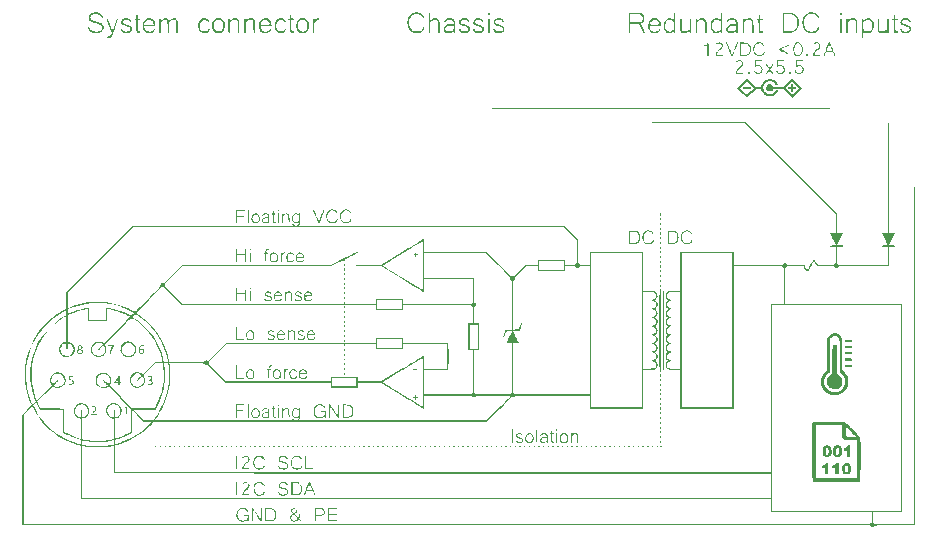
<source format=gbr>
G04 #@! TF.GenerationSoftware,KiCad,Pcbnew,(6.0.5)*
G04 #@! TF.CreationDate,2023-01-29T21:03:10+01:00*
G04 #@! TF.ProjectId,bplate,62706c61-7465-42e6-9b69-6361645f7063,0.8*
G04 #@! TF.SameCoordinates,Original*
G04 #@! TF.FileFunction,Legend,Top*
G04 #@! TF.FilePolarity,Positive*
%FSLAX46Y46*%
G04 Gerber Fmt 4.6, Leading zero omitted, Abs format (unit mm)*
G04 Created by KiCad (PCBNEW (6.0.5)) date 2023-01-29 21:03:10*
%MOMM*%
%LPD*%
G01*
G04 APERTURE LIST*
G04 APERTURE END LIST*
G04 #@! TO.C,G\u002A\u002A\u002A*
G36*
X142359178Y-108149144D02*
G01*
X142334525Y-108203250D01*
X142288372Y-108258503D01*
X142217635Y-108294492D01*
X142138165Y-108304732D01*
X142101555Y-108298592D01*
X142088381Y-108295480D01*
X142074561Y-108295312D01*
X142057890Y-108300155D01*
X142036160Y-108312073D01*
X142007166Y-108333133D01*
X141968700Y-108365398D01*
X141918557Y-108410935D01*
X141854531Y-108471810D01*
X141774415Y-108550086D01*
X141676002Y-108647830D01*
X141557086Y-108767107D01*
X141415462Y-108909983D01*
X141248923Y-109078522D01*
X141055262Y-109274791D01*
X141013577Y-109317050D01*
X139990607Y-110354152D01*
X111726077Y-110355588D01*
X111588264Y-110515297D01*
X111517790Y-110592708D01*
X111426954Y-110686367D01*
X111327331Y-110784620D01*
X111230491Y-110875814D01*
X111227830Y-110878245D01*
X110841364Y-111207319D01*
X110444863Y-111496989D01*
X110033657Y-111749914D01*
X109603073Y-111968755D01*
X109148441Y-112156170D01*
X108747196Y-112290456D01*
X108503373Y-112364276D01*
X108497888Y-113500616D01*
X108492403Y-114636957D01*
X164042020Y-114636957D01*
X164042020Y-100368008D01*
X165144525Y-100368008D01*
X165144525Y-97355625D01*
X165056266Y-97271667D01*
X164968007Y-97187708D01*
X160861720Y-97187708D01*
X160861720Y-109251648D01*
X156366895Y-109251648D01*
X156366895Y-109145638D01*
X156472905Y-109145638D01*
X160755710Y-109145638D01*
X160755710Y-96085204D01*
X156472905Y-96085204D01*
X156472905Y-109145638D01*
X156366895Y-109145638D01*
X156366895Y-105968204D01*
X155884550Y-105961470D01*
X155728811Y-105959116D01*
X155609442Y-105956562D01*
X155520412Y-105953204D01*
X155455689Y-105948435D01*
X155409241Y-105941650D01*
X155375037Y-105932244D01*
X155347044Y-105919611D01*
X155322243Y-105905022D01*
X155217258Y-105818897D01*
X155149237Y-105715139D01*
X155120797Y-105605201D01*
X155118158Y-105485316D01*
X155139230Y-105388906D01*
X155188193Y-105301806D01*
X155222956Y-105259001D01*
X155268877Y-105205205D01*
X155289554Y-105173069D01*
X155288434Y-105153029D01*
X155268966Y-105135522D01*
X155267774Y-105134683D01*
X155231509Y-105100117D01*
X155187749Y-105046497D01*
X155171905Y-105024190D01*
X155137693Y-104963901D01*
X155120779Y-104901539D01*
X155116063Y-104817742D01*
X155116056Y-104812170D01*
X155131907Y-104680777D01*
X155181014Y-104572787D01*
X155258866Y-104488144D01*
X155313962Y-104442086D01*
X155249305Y-104387681D01*
X155169635Y-104294028D01*
X155125397Y-104177811D01*
X155115977Y-104081835D01*
X155116208Y-104078359D01*
X155221987Y-104078359D01*
X155240497Y-104191825D01*
X155294700Y-104283515D01*
X155382607Y-104351096D01*
X155487012Y-104388948D01*
X155545491Y-104408600D01*
X155569811Y-104435225D01*
X155571820Y-104449603D01*
X155561470Y-104478458D01*
X155524157Y-104496920D01*
X155481529Y-104506038D01*
X155368470Y-104542473D01*
X155286874Y-104607100D01*
X155237801Y-104698680D01*
X155222267Y-104809828D01*
X155239383Y-104925926D01*
X155290028Y-105016252D01*
X155373144Y-105079565D01*
X155481529Y-105113618D01*
X155541368Y-105128642D01*
X155567983Y-105150347D01*
X155571820Y-105169463D01*
X155560423Y-105198174D01*
X155520800Y-105220594D01*
X155469434Y-105236014D01*
X155399485Y-105259453D01*
X155341169Y-105288468D01*
X155324150Y-105300955D01*
X155258925Y-105385462D01*
X155225897Y-105484740D01*
X155224662Y-105588579D01*
X155254815Y-105686772D01*
X155315952Y-105769109D01*
X155343579Y-105791574D01*
X155373111Y-105811476D01*
X155402360Y-105826675D01*
X155437331Y-105837844D01*
X155484033Y-105845655D01*
X155548472Y-105850779D01*
X155636656Y-105853891D01*
X155754592Y-105855661D01*
X155908286Y-105856762D01*
X155926954Y-105856868D01*
X156366895Y-105859327D01*
X156366895Y-99371514D01*
X155916353Y-99371547D01*
X155747538Y-99372317D01*
X155615373Y-99375463D01*
X155514120Y-99382285D01*
X155438038Y-99394082D01*
X155381389Y-99412151D01*
X155338432Y-99437791D01*
X155303427Y-99472302D01*
X155270637Y-99516982D01*
X155270114Y-99517763D01*
X155231752Y-99607364D01*
X155223159Y-99706701D01*
X155242065Y-99804089D01*
X155286200Y-99887844D01*
X155353293Y-99946278D01*
X155353365Y-99946317D01*
X155406051Y-99969635D01*
X155473626Y-99993611D01*
X155487012Y-99997715D01*
X155551709Y-100026574D01*
X155575540Y-100059036D01*
X155558754Y-100089707D01*
X155501597Y-100113192D01*
X155481529Y-100117224D01*
X155368540Y-100153312D01*
X155287430Y-100217341D01*
X155238519Y-100308928D01*
X155222127Y-100427135D01*
X155225466Y-100497713D01*
X155241051Y-100547675D01*
X155276901Y-100596896D01*
X155301495Y-100623794D01*
X155368173Y-100683362D01*
X155435886Y-100715255D01*
X155476411Y-100724269D01*
X155538447Y-100739073D01*
X155566993Y-100759605D01*
X155571820Y-100779688D01*
X155559437Y-100808419D01*
X155517200Y-100831122D01*
X155471098Y-100844733D01*
X155358257Y-100890881D01*
X155278584Y-100962938D01*
X155233093Y-101059653D01*
X155221987Y-101152483D01*
X155240497Y-101265949D01*
X155294700Y-101357638D01*
X155382607Y-101425220D01*
X155487012Y-101463072D01*
X155545491Y-101482723D01*
X155569811Y-101509349D01*
X155571820Y-101523726D01*
X155561470Y-101552581D01*
X155524157Y-101571044D01*
X155481529Y-101580162D01*
X155368560Y-101616739D01*
X155286705Y-101681621D01*
X155237429Y-101773111D01*
X155222127Y-101880680D01*
X155239564Y-101997186D01*
X155290991Y-102088843D01*
X155374563Y-102153466D01*
X155481910Y-102187806D01*
X155542004Y-102203105D01*
X155568452Y-102225295D01*
X155571820Y-102242626D01*
X155559437Y-102271357D01*
X155517200Y-102294060D01*
X155471098Y-102307672D01*
X155358257Y-102353819D01*
X155278584Y-102425876D01*
X155233093Y-102522591D01*
X155221987Y-102615421D01*
X155240497Y-102728887D01*
X155294700Y-102820576D01*
X155382607Y-102888158D01*
X155487012Y-102926010D01*
X155545491Y-102945661D01*
X155569811Y-102972287D01*
X155571820Y-102986664D01*
X155561470Y-103015519D01*
X155524157Y-103033982D01*
X155481529Y-103043100D01*
X155368470Y-103079535D01*
X155286874Y-103144162D01*
X155237801Y-103235741D01*
X155222267Y-103346890D01*
X155239383Y-103462988D01*
X155290028Y-103553313D01*
X155373144Y-103616627D01*
X155481529Y-103650680D01*
X155541763Y-103665959D01*
X155568360Y-103688037D01*
X155571820Y-103705564D01*
X155559437Y-103734295D01*
X155517200Y-103756998D01*
X155471098Y-103770610D01*
X155358257Y-103816758D01*
X155278584Y-103888814D01*
X155233093Y-103985530D01*
X155221987Y-104078359D01*
X155116208Y-104078359D01*
X155122673Y-103981205D01*
X155147430Y-103901720D01*
X155197248Y-103825509D01*
X155232488Y-103784434D01*
X155275407Y-103735139D01*
X155292554Y-103706290D01*
X155287236Y-103687466D01*
X155268160Y-103672015D01*
X155231635Y-103637258D01*
X155187717Y-103583506D01*
X155171905Y-103561252D01*
X155137693Y-103500963D01*
X155120779Y-103438601D01*
X155116063Y-103354804D01*
X155116056Y-103349232D01*
X155131834Y-103218067D01*
X155180799Y-103110247D01*
X155259546Y-103024664D01*
X155315322Y-102978064D01*
X155257462Y-102932551D01*
X155183776Y-102849640D01*
X155134647Y-102741838D01*
X155116005Y-102622346D01*
X155115977Y-102617646D01*
X155122753Y-102517511D01*
X155147739Y-102438129D01*
X155197926Y-102361734D01*
X155232488Y-102321496D01*
X155275407Y-102272201D01*
X155292554Y-102243352D01*
X155287236Y-102224528D01*
X155268160Y-102209077D01*
X155231635Y-102174320D01*
X155187717Y-102120568D01*
X155171905Y-102098313D01*
X155137693Y-102038025D01*
X155120779Y-101975662D01*
X155116063Y-101891866D01*
X155116056Y-101886293D01*
X155131834Y-101755129D01*
X155180799Y-101647309D01*
X155259546Y-101561726D01*
X155315322Y-101515126D01*
X155257462Y-101469613D01*
X155183776Y-101386702D01*
X155134647Y-101278899D01*
X155116005Y-101159408D01*
X155115977Y-101154707D01*
X155122753Y-101054573D01*
X155147739Y-100975191D01*
X155197926Y-100898795D01*
X155232488Y-100858557D01*
X155275407Y-100809263D01*
X155292554Y-100780413D01*
X155287236Y-100761590D01*
X155268160Y-100746139D01*
X155231635Y-100711382D01*
X155187717Y-100657630D01*
X155171905Y-100635375D01*
X155137693Y-100575086D01*
X155120779Y-100512724D01*
X155116063Y-100428927D01*
X155116056Y-100423355D01*
X155131834Y-100292191D01*
X155180799Y-100184370D01*
X155259546Y-100098787D01*
X155315322Y-100052187D01*
X155257462Y-100006675D01*
X155182067Y-99922110D01*
X155134344Y-99815535D01*
X155115551Y-99698051D01*
X155126945Y-99580759D01*
X155169786Y-99474761D01*
X155193387Y-99441209D01*
X155234964Y-99391624D01*
X155273788Y-99353088D01*
X155315820Y-99324120D01*
X155367024Y-99303237D01*
X155433363Y-99288956D01*
X155520799Y-99279796D01*
X155635296Y-99274272D01*
X155782816Y-99270904D01*
X155884550Y-99269371D01*
X156366895Y-99262638D01*
X156366895Y-95979194D01*
X160861720Y-95979194D01*
X160861720Y-97081698D01*
X164989304Y-97081698D01*
X165013957Y-97027591D01*
X165056792Y-96977019D01*
X165124138Y-96939035D01*
X165198352Y-96921607D01*
X165241275Y-96924914D01*
X165288633Y-96949910D01*
X165339784Y-96995372D01*
X165352407Y-97010081D01*
X165409550Y-97081697D01*
X166142488Y-97081697D01*
X166875426Y-97081698D01*
X166944260Y-97238329D01*
X166984086Y-97320034D01*
X167026091Y-97392051D01*
X167062089Y-97440548D01*
X167066582Y-97445049D01*
X167120069Y-97495137D01*
X167171114Y-97431531D01*
X167199212Y-97387714D01*
X167238520Y-97314727D01*
X167283934Y-97222544D01*
X167330351Y-97121133D01*
X167332640Y-97115923D01*
X167412537Y-96944851D01*
X167485260Y-96814717D01*
X167552508Y-96724995D01*
X167615979Y-96675158D01*
X167677372Y-96664679D01*
X167738387Y-96693030D01*
X167800721Y-96759686D01*
X167866073Y-96864119D01*
X167904465Y-96938584D01*
X167974433Y-97081698D01*
X169378119Y-97081698D01*
X169402412Y-97028381D01*
X169440656Y-96978356D01*
X169480022Y-96950770D01*
X169533339Y-96926477D01*
X169533339Y-95535219D01*
X169263014Y-95529285D01*
X169151692Y-95526438D01*
X169075961Y-95522854D01*
X169029011Y-95517315D01*
X169004030Y-95508603D01*
X168994208Y-95495501D01*
X168992688Y-95480947D01*
X168995177Y-95463706D01*
X169007101Y-95451663D01*
X169035147Y-95443664D01*
X169086003Y-95438560D01*
X169166355Y-95435198D01*
X169273393Y-95432628D01*
X169554097Y-95426714D01*
X169299895Y-94918649D01*
X169232553Y-94783669D01*
X169171911Y-94661377D01*
X169120436Y-94556810D01*
X169080597Y-94475005D01*
X169054860Y-94420997D01*
X169045693Y-94399823D01*
X169045693Y-94399814D01*
X169065499Y-94395574D01*
X169119337Y-94392119D01*
X169198838Y-94389820D01*
X169289516Y-94389043D01*
X169533339Y-94389043D01*
X169533339Y-92767046D01*
X161868771Y-85102566D01*
X153925716Y-85102566D01*
X153932491Y-85054861D01*
X153939266Y-85007157D01*
X157925556Y-85001801D01*
X161911847Y-84996446D01*
X165770298Y-88855451D01*
X169628748Y-92714456D01*
X169634292Y-93551750D01*
X169639836Y-94389043D01*
X170127165Y-94389043D01*
X169872656Y-94897722D01*
X169805272Y-95032786D01*
X169744586Y-95155165D01*
X169693065Y-95259823D01*
X169653174Y-95341729D01*
X169627379Y-95395849D01*
X169618148Y-95417150D01*
X169618147Y-95417171D01*
X169638000Y-95421282D01*
X169692161Y-95424669D01*
X169772538Y-95426999D01*
X169871039Y-95427937D01*
X169878932Y-95427942D01*
X170004974Y-95429734D01*
X170093402Y-95435915D01*
X170148885Y-95447692D01*
X170176094Y-95466271D01*
X170179698Y-95492860D01*
X170176075Y-95504732D01*
X170161388Y-95517587D01*
X170125001Y-95526280D01*
X170060987Y-95531443D01*
X169963420Y-95533708D01*
X169902106Y-95533952D01*
X169639349Y-95533952D01*
X169639349Y-96905180D01*
X169723409Y-96993544D01*
X169807468Y-97081909D01*
X171859510Y-97076503D01*
X173911553Y-97071097D01*
X173917117Y-96303160D01*
X173922682Y-95535222D01*
X173652092Y-95529287D01*
X173540708Y-95526441D01*
X173464917Y-95522860D01*
X173417913Y-95517328D01*
X173392888Y-95508628D01*
X173383036Y-95495545D01*
X173381503Y-95480947D01*
X173384073Y-95463428D01*
X173396322Y-95451280D01*
X173425063Y-95443284D01*
X173477104Y-95438223D01*
X173559256Y-95434879D01*
X173651828Y-95432609D01*
X173753298Y-95429636D01*
X173837396Y-95425753D01*
X173896176Y-95421431D01*
X173921688Y-95417144D01*
X173922154Y-95416538D01*
X173913045Y-95395645D01*
X173887361Y-95341894D01*
X173847569Y-95260312D01*
X173796138Y-95155928D01*
X173735532Y-95033771D01*
X173668220Y-94898871D01*
X173667981Y-94898393D01*
X173413807Y-94390385D01*
X173662680Y-94384414D01*
X173911553Y-94378442D01*
X173916494Y-93562165D01*
X173917023Y-93453093D01*
X173917541Y-93304370D01*
X173918045Y-93118752D01*
X173918530Y-92898991D01*
X173918994Y-92647841D01*
X173919434Y-92368057D01*
X173919846Y-92062393D01*
X173920228Y-91733602D01*
X173920577Y-91384438D01*
X173920888Y-91017656D01*
X173921159Y-90636008D01*
X173921388Y-90242250D01*
X173921570Y-89839134D01*
X173921702Y-89429416D01*
X173921783Y-89015848D01*
X173921794Y-88912961D01*
X173921861Y-88437685D01*
X173921981Y-88003015D01*
X173922169Y-87607152D01*
X173922442Y-87248297D01*
X173922815Y-86924652D01*
X173923304Y-86634418D01*
X173923926Y-86375797D01*
X173924696Y-86146991D01*
X173925632Y-85946200D01*
X173926747Y-85771626D01*
X173928060Y-85621471D01*
X173929585Y-85493935D01*
X173931339Y-85387222D01*
X173933337Y-85299531D01*
X173935597Y-85229065D01*
X173938133Y-85174025D01*
X173940963Y-85132612D01*
X173944101Y-85103028D01*
X173947565Y-85083475D01*
X173951369Y-85072153D01*
X173955531Y-85067264D01*
X173956097Y-85067008D01*
X173994536Y-85070368D01*
X174008777Y-85083575D01*
X174010664Y-85107517D01*
X174012490Y-85172155D01*
X174014248Y-85275784D01*
X174015932Y-85416695D01*
X174017533Y-85593182D01*
X174019047Y-85803537D01*
X174020464Y-86046054D01*
X174021779Y-86319025D01*
X174022984Y-86620744D01*
X174024072Y-86949503D01*
X174025037Y-87303596D01*
X174025872Y-87681314D01*
X174026569Y-88080952D01*
X174027121Y-88500802D01*
X174027522Y-88939156D01*
X174027765Y-89394309D01*
X174027839Y-89751105D01*
X174028164Y-94389043D01*
X174515980Y-94389043D01*
X174261471Y-94897722D01*
X174194087Y-95032786D01*
X174133401Y-95155165D01*
X174081879Y-95259823D01*
X174041988Y-95341729D01*
X174016194Y-95395849D01*
X174006962Y-95417150D01*
X174006962Y-95417171D01*
X174026814Y-95421282D01*
X174080976Y-95424669D01*
X174161353Y-95426999D01*
X174259853Y-95427937D01*
X174267747Y-95427942D01*
X174393789Y-95429734D01*
X174482217Y-95435915D01*
X174537700Y-95447692D01*
X174564908Y-95466271D01*
X174568512Y-95492860D01*
X174564890Y-95504732D01*
X174550203Y-95517587D01*
X174513815Y-95526280D01*
X174449801Y-95531443D01*
X174352235Y-95533708D01*
X174290921Y-95533952D01*
X174028164Y-95533952D01*
X174028164Y-96335387D01*
X174027786Y-96557416D01*
X174026594Y-96739884D01*
X174024500Y-96885632D01*
X174021418Y-96997495D01*
X174017259Y-97078314D01*
X174011937Y-97130925D01*
X174005364Y-97158168D01*
X174002722Y-97162265D01*
X173988496Y-97166674D01*
X173953871Y-97170591D01*
X173896935Y-97174037D01*
X173815777Y-97177036D01*
X173708485Y-97179611D01*
X173573148Y-97181785D01*
X173407853Y-97183580D01*
X173210691Y-97185019D01*
X172979749Y-97186126D01*
X172713116Y-97186923D01*
X172408881Y-97187432D01*
X172065132Y-97187677D01*
X171873349Y-97187708D01*
X171528304Y-97187719D01*
X171223189Y-97187787D01*
X170955531Y-97187960D01*
X170722857Y-97188288D01*
X170522693Y-97188822D01*
X170352566Y-97189611D01*
X170210002Y-97190705D01*
X170092529Y-97192154D01*
X169997672Y-97194007D01*
X169922958Y-97196315D01*
X169865913Y-97199127D01*
X169824065Y-97202493D01*
X169794940Y-97206463D01*
X169776064Y-97211086D01*
X169764964Y-97216412D01*
X169759166Y-97222492D01*
X169756198Y-97229375D01*
X169755887Y-97230344D01*
X169722910Y-97274971D01*
X169663218Y-97312366D01*
X169592476Y-97333890D01*
X169564075Y-97336122D01*
X169503975Y-97317253D01*
X169435335Y-97263552D01*
X169433690Y-97261915D01*
X169359483Y-97187708D01*
X167907600Y-97187708D01*
X167814084Y-97003066D01*
X167769848Y-96921064D01*
X167727984Y-96852744D01*
X167694648Y-96807745D01*
X167682039Y-96796346D01*
X167650923Y-96790905D01*
X167616718Y-96811388D01*
X167577226Y-96860916D01*
X167530249Y-96942607D01*
X167473590Y-97059581D01*
X167433608Y-97148967D01*
X167360376Y-97307801D01*
X167295726Y-97428293D01*
X167237263Y-97513057D01*
X167182595Y-97564712D01*
X167129329Y-97585871D01*
X167075072Y-97579153D01*
X167050257Y-97568034D01*
X166996782Y-97530184D01*
X166949065Y-97473515D01*
X166900844Y-97389519D01*
X166868311Y-97320790D01*
X166808882Y-97188848D01*
X166096718Y-97188278D01*
X165384553Y-97187708D01*
X165361240Y-97238874D01*
X165327466Y-97283253D01*
X165294231Y-97303909D01*
X165285901Y-97307084D01*
X165278703Y-97312886D01*
X165272555Y-97324229D01*
X165267373Y-97344025D01*
X165263076Y-97375187D01*
X165259580Y-97420628D01*
X165256803Y-97483261D01*
X165254662Y-97565999D01*
X165253074Y-97671755D01*
X165251956Y-97803441D01*
X165251227Y-97963970D01*
X165250803Y-98156256D01*
X165250601Y-98383212D01*
X165250539Y-98647749D01*
X165250535Y-98842893D01*
X165250535Y-100368008D01*
X175109466Y-100368008D01*
X175109466Y-118029277D01*
X172671236Y-118029277D01*
X172671236Y-118849253D01*
X172755195Y-118937512D01*
X172839153Y-119025771D01*
X176105930Y-119025771D01*
X176111245Y-104528902D01*
X176111590Y-103589693D01*
X176111923Y-102691952D01*
X176112246Y-101834742D01*
X176112564Y-101017128D01*
X176112878Y-100238173D01*
X176113192Y-99496940D01*
X176113509Y-98792494D01*
X176113832Y-98123898D01*
X176114165Y-97490216D01*
X176114510Y-96890511D01*
X176114870Y-96323848D01*
X176115249Y-95789290D01*
X176115649Y-95285901D01*
X176116074Y-94812745D01*
X176116527Y-94368885D01*
X176117010Y-93953385D01*
X176117528Y-93565309D01*
X176118082Y-93203720D01*
X176118677Y-92867683D01*
X176119315Y-92556261D01*
X176119998Y-92268517D01*
X176120732Y-92003516D01*
X176121517Y-91760322D01*
X176122358Y-91537997D01*
X176123258Y-91335606D01*
X176124219Y-91152213D01*
X176125245Y-90986881D01*
X176126339Y-90838674D01*
X176127503Y-90706655D01*
X176128742Y-90589889D01*
X176130058Y-90487439D01*
X176131453Y-90398370D01*
X176132932Y-90321743D01*
X176134498Y-90256624D01*
X176136152Y-90202077D01*
X176137899Y-90157164D01*
X176139742Y-90120950D01*
X176141683Y-90092498D01*
X176143726Y-90070872D01*
X176145874Y-90055136D01*
X176148129Y-90044354D01*
X176150496Y-90037589D01*
X176152977Y-90033905D01*
X176155574Y-90032366D01*
X176158292Y-90032035D01*
X176158965Y-90032032D01*
X176161708Y-90032208D01*
X176164330Y-90033361D01*
X176166834Y-90036424D01*
X176169222Y-90042332D01*
X176171498Y-90052021D01*
X176173663Y-90066425D01*
X176175722Y-90086478D01*
X176177675Y-90113116D01*
X176179527Y-90147273D01*
X176181280Y-90189884D01*
X176182936Y-90241883D01*
X176184499Y-90304205D01*
X176185971Y-90377786D01*
X176187355Y-90463559D01*
X176188653Y-90562459D01*
X176189868Y-90675422D01*
X176191004Y-90803382D01*
X176192062Y-90947273D01*
X176193045Y-91108030D01*
X176193957Y-91286589D01*
X176194800Y-91483883D01*
X176195576Y-91700848D01*
X176196288Y-91938418D01*
X176196940Y-92197528D01*
X176197533Y-92479113D01*
X176198071Y-92784107D01*
X176198556Y-93113445D01*
X176198991Y-93468062D01*
X176199379Y-93848893D01*
X176199722Y-94256872D01*
X176200023Y-94692934D01*
X176200285Y-95158013D01*
X176200511Y-95653046D01*
X176200703Y-96178965D01*
X176200864Y-96736706D01*
X176200996Y-97327204D01*
X176201104Y-97951394D01*
X176201188Y-98610209D01*
X176201252Y-99304585D01*
X176201299Y-100035457D01*
X176201332Y-100803759D01*
X176201352Y-101610426D01*
X176201363Y-102456393D01*
X176201368Y-103342594D01*
X176201369Y-104269964D01*
X176201369Y-119121180D01*
X174499909Y-119126607D01*
X174148983Y-119127968D01*
X173839899Y-119129684D01*
X173572096Y-119131765D01*
X173345013Y-119134218D01*
X173158088Y-119137054D01*
X173010761Y-119140281D01*
X172902472Y-119143909D01*
X172832658Y-119147946D01*
X172800759Y-119152402D01*
X172798448Y-119154073D01*
X172784661Y-119182763D01*
X172751008Y-119223467D01*
X172746407Y-119228154D01*
X172674743Y-119274221D01*
X172595725Y-119280201D01*
X172514565Y-119246505D01*
X172465583Y-119205995D01*
X172391382Y-119131794D01*
X100658632Y-119121180D01*
X100658523Y-119025771D01*
X100754041Y-119025771D01*
X172410005Y-119025771D01*
X172434298Y-118972454D01*
X172472542Y-118922429D01*
X172511909Y-118894844D01*
X172565226Y-118870551D01*
X172565226Y-118029277D01*
X164042020Y-118029277D01*
X164042020Y-117923267D01*
X164148031Y-117923267D01*
X175003456Y-117923267D01*
X175003456Y-100474018D01*
X164148031Y-100474018D01*
X164148031Y-117923267D01*
X164042020Y-117923267D01*
X164042020Y-116926773D01*
X105609299Y-116926773D01*
X105609299Y-116820763D01*
X105715309Y-116820763D01*
X164042020Y-116820763D01*
X164042020Y-114742967D01*
X136226243Y-114742967D01*
X134836094Y-114742951D01*
X133478191Y-114742905D01*
X132152811Y-114742828D01*
X130860230Y-114742721D01*
X129600724Y-114742584D01*
X128374568Y-114742416D01*
X127182039Y-114742219D01*
X126023413Y-114741992D01*
X124898966Y-114741736D01*
X123808974Y-114741451D01*
X122753714Y-114741137D01*
X121733460Y-114740794D01*
X120748489Y-114740422D01*
X119799078Y-114740022D01*
X118885501Y-114739594D01*
X118008036Y-114739138D01*
X117166958Y-114738654D01*
X116362544Y-114738143D01*
X115595069Y-114737604D01*
X114864809Y-114737038D01*
X114172041Y-114736445D01*
X113517040Y-114735825D01*
X112900083Y-114735179D01*
X112321445Y-114734507D01*
X111781403Y-114733808D01*
X111280233Y-114733083D01*
X110818210Y-114732333D01*
X110395611Y-114731557D01*
X110012712Y-114730756D01*
X109669789Y-114729929D01*
X109367118Y-114729078D01*
X109104974Y-114728202D01*
X108883635Y-114727301D01*
X108703375Y-114726376D01*
X108564472Y-114725427D01*
X108467200Y-114724454D01*
X108411837Y-114723457D01*
X108397908Y-114722647D01*
X108395567Y-114698188D01*
X108393406Y-114635256D01*
X108391463Y-114537784D01*
X108389776Y-114409701D01*
X108388384Y-114254940D01*
X108387326Y-114077433D01*
X108386639Y-113881109D01*
X108386362Y-113669901D01*
X108386402Y-113544397D01*
X108386573Y-113293332D01*
X108386521Y-113081409D01*
X108386144Y-112905369D01*
X108385337Y-112761950D01*
X108383998Y-112647890D01*
X108382022Y-112559930D01*
X108379307Y-112494807D01*
X108375748Y-112449261D01*
X108371242Y-112420031D01*
X108365686Y-112403856D01*
X108358977Y-112397475D01*
X108351009Y-112397627D01*
X108350005Y-112397917D01*
X108316299Y-112405813D01*
X108249580Y-112419600D01*
X108158545Y-112437540D01*
X108051894Y-112457897D01*
X108015727Y-112464668D01*
X107928223Y-112480491D01*
X107850173Y-112493039D01*
X107774877Y-112502726D01*
X107695634Y-112509966D01*
X107605743Y-112515174D01*
X107498505Y-112518764D01*
X107367218Y-112521150D01*
X107205184Y-112522746D01*
X107061637Y-112523663D01*
X106874930Y-112524561D01*
X106723843Y-112524680D01*
X106601593Y-112523644D01*
X106501398Y-112521077D01*
X106416475Y-112516602D01*
X106340042Y-112509845D01*
X106265317Y-112500428D01*
X106185516Y-112487976D01*
X106093858Y-112472112D01*
X106076624Y-112469052D01*
X105963375Y-112449087D01*
X105864885Y-112432066D01*
X105788691Y-112419266D01*
X105742330Y-112411962D01*
X105732091Y-112410746D01*
X105729794Y-112431484D01*
X105727589Y-112491843D01*
X105725498Y-112589039D01*
X105723543Y-112720288D01*
X105721744Y-112882808D01*
X105720123Y-113073814D01*
X105718701Y-113290524D01*
X105717499Y-113530154D01*
X105716537Y-113789921D01*
X105715839Y-114067041D01*
X105715423Y-114358731D01*
X105715309Y-114615755D01*
X105715309Y-116820763D01*
X105609299Y-116820763D01*
X105609299Y-114657493D01*
X105609207Y-114284450D01*
X105608916Y-113951807D01*
X105608401Y-113657560D01*
X105607640Y-113399706D01*
X105606610Y-113176239D01*
X105605286Y-112985157D01*
X105603647Y-112824456D01*
X105601667Y-112692131D01*
X105599325Y-112586180D01*
X105596597Y-112504597D01*
X105593459Y-112445380D01*
X105589888Y-112406525D01*
X105585860Y-112386027D01*
X105582797Y-112381538D01*
X105555320Y-112373278D01*
X105493968Y-112354086D01*
X105405232Y-112326018D01*
X105327320Y-112301222D01*
X105715309Y-112301222D01*
X105826163Y-112324996D01*
X105977021Y-112353180D01*
X106157714Y-112380280D01*
X106355672Y-112404890D01*
X106558326Y-112425603D01*
X106753107Y-112441012D01*
X106927447Y-112449710D01*
X106944458Y-112450187D01*
X107005937Y-112449819D01*
X107099327Y-112446857D01*
X107214245Y-112441739D01*
X107340306Y-112434901D01*
X107410902Y-112430549D01*
X107615279Y-112413722D01*
X107821642Y-112390088D01*
X108018245Y-112361325D01*
X108193340Y-112329107D01*
X108307254Y-112302701D01*
X108386762Y-112281900D01*
X108386762Y-112259631D01*
X108492772Y-112259631D01*
X108635885Y-112219474D01*
X108720675Y-112194381D01*
X108827891Y-112160811D01*
X108939948Y-112124324D01*
X108991019Y-112107160D01*
X109450905Y-111931570D01*
X109881685Y-111726986D01*
X110287353Y-111490920D01*
X110671900Y-111220883D01*
X111039320Y-110914389D01*
X111291436Y-110673829D01*
X111598865Y-110364753D01*
X111258120Y-110358945D01*
X110917376Y-110353138D01*
X110456045Y-109876600D01*
X110341930Y-109759344D01*
X110236850Y-109652560D01*
X110144511Y-109559920D01*
X110068617Y-109485095D01*
X110012871Y-109431757D01*
X109980979Y-109403575D01*
X109975212Y-109400062D01*
X109970688Y-109420742D01*
X109966637Y-109480695D01*
X109963124Y-109576796D01*
X109960214Y-109705914D01*
X109957973Y-109864923D01*
X109956465Y-110050695D01*
X109955757Y-110260101D01*
X109955710Y-110333262D01*
X109955710Y-111266461D01*
X109886803Y-111308995D01*
X109746581Y-111388761D01*
X109575885Y-111475079D01*
X109385180Y-111563464D01*
X109184935Y-111649428D01*
X108985617Y-111728486D01*
X108797693Y-111796151D01*
X108631630Y-111847936D01*
X108625284Y-111849698D01*
X108492772Y-111886284D01*
X108492772Y-112259631D01*
X108386762Y-112259631D01*
X108386762Y-111917800D01*
X108317855Y-111932728D01*
X108151818Y-111968363D01*
X108014726Y-111996420D01*
X107897503Y-112017913D01*
X107791076Y-112033859D01*
X107686369Y-112045272D01*
X107574307Y-112053168D01*
X107445817Y-112058560D01*
X107291824Y-112062465D01*
X107131637Y-112065415D01*
X106928647Y-112068179D01*
X106759129Y-112068381D01*
X106614190Y-112065305D01*
X106484938Y-112058236D01*
X106362481Y-112046457D01*
X106237927Y-112029254D01*
X106102383Y-112005911D01*
X105946957Y-111975713D01*
X105900827Y-111966372D01*
X105715309Y-111928587D01*
X105715309Y-112301222D01*
X105327320Y-112301222D01*
X105295603Y-112291128D01*
X105171573Y-112251472D01*
X105142855Y-112242266D01*
X104678663Y-112071904D01*
X104227807Y-111863658D01*
X103794495Y-111620106D01*
X103382933Y-111343823D01*
X102997330Y-111037387D01*
X102659711Y-110721532D01*
X102335730Y-110366081D01*
X102038149Y-109985062D01*
X101772711Y-109586271D01*
X101597618Y-109279148D01*
X101483063Y-109062825D01*
X100754041Y-109792741D01*
X100754041Y-119025771D01*
X100658523Y-119025771D01*
X100653284Y-114435789D01*
X100647937Y-109750398D01*
X101040120Y-109357806D01*
X101415016Y-108982519D01*
X101562621Y-108982519D01*
X101680527Y-109217793D01*
X101770857Y-109385132D01*
X101883088Y-109572474D01*
X102010139Y-109768870D01*
X102144932Y-109963367D01*
X102278145Y-110142132D01*
X102367855Y-110251212D01*
X102480302Y-110377961D01*
X102608548Y-110515394D01*
X102745655Y-110656527D01*
X102884683Y-110794377D01*
X103018697Y-110921957D01*
X103140756Y-111032284D01*
X103243924Y-111118374D01*
X103260988Y-111131543D01*
X103606708Y-111377850D01*
X103964820Y-111602461D01*
X104326483Y-111800317D01*
X104682861Y-111966357D01*
X104808740Y-112017596D01*
X104917344Y-112058458D01*
X105038090Y-112101331D01*
X105163137Y-112143709D01*
X105284643Y-112183089D01*
X105394767Y-112216969D01*
X105485666Y-112242842D01*
X105549499Y-112258207D01*
X105572196Y-112261361D01*
X105590451Y-112256964D01*
X105601576Y-112237222D01*
X105607262Y-112194071D01*
X105609196Y-112119446D01*
X105609299Y-112084180D01*
X105609299Y-111906028D01*
X105455585Y-111860760D01*
X105165191Y-111765735D01*
X104861383Y-111648982D01*
X104561881Y-111517561D01*
X104411951Y-111444878D01*
X104072154Y-111274085D01*
X104066640Y-110305270D01*
X104061125Y-109336456D01*
X102155243Y-109336456D01*
X102071810Y-109193342D01*
X102019716Y-109100663D01*
X101961622Y-108992282D01*
X101909647Y-108890833D01*
X101907184Y-108885860D01*
X101825991Y-108721490D01*
X101694306Y-108852005D01*
X101562621Y-108982519D01*
X101415016Y-108982519D01*
X101432304Y-108965213D01*
X101328584Y-108709738D01*
X101222529Y-108428891D01*
X101129092Y-108137981D01*
X101045549Y-107827443D01*
X100969175Y-107487711D01*
X100942448Y-107354031D01*
X100926553Y-107262216D01*
X100913607Y-107162993D01*
X100903061Y-107049310D01*
X100894367Y-106914118D01*
X100886977Y-106750367D01*
X100880576Y-106558993D01*
X100875664Y-106379985D01*
X100874478Y-106319050D01*
X100960237Y-106319050D01*
X100960425Y-106418341D01*
X100964418Y-106523567D01*
X100972297Y-106645775D01*
X100984142Y-106796013D01*
X100988231Y-106845220D01*
X101025016Y-107189528D01*
X101077462Y-107515418D01*
X101148656Y-107838130D01*
X101241685Y-108172902D01*
X101285577Y-108313216D01*
X101327605Y-108438415D01*
X101371237Y-108558942D01*
X101413798Y-108668325D01*
X101452613Y-108760096D01*
X101485006Y-108827784D01*
X101508303Y-108864921D01*
X101515815Y-108870012D01*
X101535884Y-108855946D01*
X101577618Y-108818490D01*
X101633224Y-108764751D01*
X101653714Y-108744227D01*
X101778186Y-108618442D01*
X101734653Y-108516305D01*
X101700426Y-108427115D01*
X101659602Y-108306703D01*
X101615177Y-108165152D01*
X101570148Y-108012543D01*
X101527512Y-107858960D01*
X101490265Y-107714486D01*
X101467533Y-107617558D01*
X101386598Y-107186594D01*
X101338973Y-106772323D01*
X101331389Y-106566953D01*
X101433622Y-106566953D01*
X101464925Y-107013673D01*
X101531232Y-107447864D01*
X101605524Y-107767508D01*
X101626058Y-107839982D01*
X101653920Y-107933325D01*
X101686669Y-108039901D01*
X101721863Y-108152072D01*
X101757059Y-108262202D01*
X101789817Y-108362653D01*
X101817694Y-108445789D01*
X101838249Y-108503972D01*
X101849040Y-108529565D01*
X101849260Y-108529831D01*
X101865624Y-108517390D01*
X101908774Y-108477893D01*
X101975602Y-108414356D01*
X102063002Y-108329799D01*
X102167866Y-108227238D01*
X102287086Y-108109692D01*
X102417555Y-107980179D01*
X102501251Y-107896673D01*
X103144321Y-107253863D01*
X103079474Y-107128126D01*
X103021056Y-106973474D01*
X103002836Y-106823381D01*
X103105658Y-106823381D01*
X103116635Y-106947800D01*
X103149564Y-107046046D01*
X103180749Y-107100288D01*
X103208385Y-107137207D01*
X103215419Y-107143251D01*
X103239194Y-107134733D01*
X103286739Y-107099414D01*
X103352923Y-107041522D01*
X103432613Y-106965286D01*
X103438174Y-106959760D01*
X103519092Y-106879789D01*
X103575903Y-106826210D01*
X103614225Y-106795175D01*
X103639674Y-106782835D01*
X103657870Y-106785341D01*
X103673870Y-106798284D01*
X103686777Y-106814462D01*
X103688905Y-106832549D01*
X103676462Y-106857972D01*
X103645653Y-106896156D01*
X103592687Y-106952527D01*
X103513769Y-107032512D01*
X103501571Y-107044762D01*
X103292576Y-107254544D01*
X103406739Y-107320009D01*
X103542052Y-107374322D01*
X103684956Y-107387433D01*
X103832673Y-107359255D01*
X103895551Y-107335057D01*
X104009663Y-107264025D01*
X104109210Y-107163282D01*
X104182615Y-107045414D01*
X104199117Y-107004942D01*
X104221983Y-106885018D01*
X104215553Y-106752714D01*
X104182012Y-106624056D01*
X104134446Y-106530472D01*
X104034682Y-106415260D01*
X103916834Y-106333789D01*
X103787259Y-106285726D01*
X103652316Y-106270739D01*
X103518362Y-106288496D01*
X103391755Y-106338663D01*
X103278852Y-106420909D01*
X103186012Y-106534902D01*
X103159849Y-106581417D01*
X103120179Y-106695980D01*
X103105658Y-106823381D01*
X103002836Y-106823381D01*
X103002358Y-106819443D01*
X103020895Y-106670770D01*
X103074183Y-106532193D01*
X103159738Y-106408451D01*
X103275075Y-106304281D01*
X103417711Y-106224421D01*
X103579334Y-106174759D01*
X103646368Y-106163951D01*
X103704101Y-106163472D01*
X103769019Y-106174744D01*
X103855458Y-106198546D01*
X103945431Y-106228391D01*
X104011700Y-106261062D01*
X104071838Y-106307167D01*
X104131709Y-106365299D01*
X104198119Y-106438028D01*
X104242041Y-106502397D01*
X104274173Y-106576444D01*
X104293968Y-106638867D01*
X104322731Y-106783155D01*
X104317902Y-106916902D01*
X104278199Y-107052712D01*
X104244345Y-107126366D01*
X104152882Y-107261979D01*
X104032681Y-107367923D01*
X103887611Y-107441641D01*
X103721538Y-107480575D01*
X103706162Y-107482239D01*
X103583182Y-107485757D01*
X103477827Y-107466396D01*
X103373893Y-107419839D01*
X103301687Y-107374490D01*
X103224528Y-107322060D01*
X102563526Y-107982812D01*
X101902525Y-108643564D01*
X102181725Y-109203780D01*
X102321263Y-109216962D01*
X102376429Y-109220171D01*
X102467723Y-109223116D01*
X102588874Y-109225698D01*
X102733606Y-109227817D01*
X102895646Y-109229374D01*
X103068719Y-109230269D01*
X103171069Y-109230446D01*
X103347861Y-109230925D01*
X103517422Y-109232142D01*
X103673439Y-109233995D01*
X103809602Y-109236383D01*
X103919599Y-109239202D01*
X103997118Y-109242351D01*
X104024450Y-109244263D01*
X104167563Y-109257780D01*
X104167563Y-109632900D01*
X104168104Y-109759261D01*
X104169625Y-109917348D01*
X104171974Y-110096498D01*
X104174999Y-110286048D01*
X104178548Y-110475336D01*
X104181613Y-110617265D01*
X104195662Y-111226509D01*
X104400533Y-111329318D01*
X104578372Y-111414845D01*
X104768389Y-111499682D01*
X104961771Y-111580355D01*
X105149704Y-111653388D01*
X105323373Y-111715306D01*
X105473966Y-111762634D01*
X105550994Y-111782917D01*
X105609299Y-111796696D01*
X105609007Y-110953512D01*
X105608716Y-110110329D01*
X105488668Y-110072184D01*
X105397980Y-110037560D01*
X105302015Y-109992292D01*
X105258860Y-109968389D01*
X105198301Y-109928009D01*
X105153249Y-109884465D01*
X105113182Y-109825275D01*
X105071771Y-109746458D01*
X105031414Y-109659966D01*
X105008052Y-109591827D01*
X104997219Y-109523821D01*
X104994449Y-109437729D01*
X104994446Y-109435304D01*
X105083079Y-109435304D01*
X105098715Y-109552689D01*
X105149593Y-109675693D01*
X105235482Y-109810079D01*
X105276430Y-109849634D01*
X105340188Y-109893801D01*
X105414404Y-109935934D01*
X105486729Y-109969387D01*
X105544811Y-109987514D01*
X105566895Y-109988426D01*
X105580000Y-109979138D01*
X105589516Y-109952786D01*
X105596203Y-109903298D01*
X105600821Y-109824602D01*
X105604131Y-109710627D01*
X105604626Y-109686889D01*
X105608753Y-109554210D01*
X105615717Y-109459932D01*
X105626607Y-109400089D01*
X105642510Y-109370716D01*
X105664516Y-109367846D01*
X105688096Y-109382669D01*
X105700087Y-109406761D01*
X105708353Y-109458794D01*
X105713276Y-109543210D01*
X105715237Y-109664449D01*
X105715309Y-109699486D01*
X105715518Y-109823981D01*
X105718538Y-109910575D01*
X105727963Y-109963766D01*
X105747383Y-109988050D01*
X105780392Y-109987923D01*
X105830582Y-109967883D01*
X105901438Y-109932479D01*
X106022520Y-109850255D01*
X106114068Y-109739687D01*
X106178022Y-109598226D01*
X106191718Y-109550930D01*
X106209922Y-109473099D01*
X106215457Y-109416781D01*
X106208477Y-109363072D01*
X106193687Y-109308273D01*
X106146717Y-109179374D01*
X106088327Y-109082470D01*
X106010379Y-109007279D01*
X105905166Y-108943735D01*
X105789650Y-108893993D01*
X105688746Y-108872562D01*
X105587036Y-108877817D01*
X105494000Y-108900359D01*
X105368360Y-108949880D01*
X105272441Y-109017829D01*
X105195323Y-109113423D01*
X105153629Y-109187699D01*
X105101709Y-109316116D01*
X105083079Y-109435304D01*
X104994446Y-109435304D01*
X104994441Y-109430985D01*
X104997167Y-109338632D01*
X105008620Y-109267738D01*
X105033718Y-109197748D01*
X105066613Y-109129207D01*
X105157230Y-108991320D01*
X105273516Y-108886754D01*
X105417755Y-108813631D01*
X105471486Y-108796192D01*
X105622524Y-108769280D01*
X105765947Y-108779651D01*
X105909847Y-108828496D01*
X105993486Y-108872996D01*
X106120335Y-108966098D01*
X106211029Y-109075645D01*
X106269077Y-109207384D01*
X106297988Y-109367064D01*
X106298452Y-109372474D01*
X106302273Y-109495161D01*
X106287968Y-109597859D01*
X106251350Y-109695822D01*
X106188230Y-109804305D01*
X106174030Y-109825683D01*
X106104801Y-109906979D01*
X106016499Y-109980206D01*
X105920955Y-110037707D01*
X105830004Y-110071827D01*
X105784216Y-110077884D01*
X105715309Y-110078526D01*
X105715309Y-111830286D01*
X105964433Y-111878161D01*
X106163064Y-111914670D01*
X106334646Y-111941748D01*
X106491566Y-111960417D01*
X106646208Y-111971696D01*
X106810957Y-111976605D01*
X106998200Y-111976166D01*
X107125243Y-111973788D01*
X107313509Y-111968283D01*
X107470375Y-111960679D01*
X107606827Y-111950069D01*
X107733853Y-111935548D01*
X107862439Y-111916210D01*
X107899116Y-111910000D01*
X108016721Y-111889217D01*
X108127053Y-111868872D01*
X108219665Y-111850952D01*
X108284112Y-111837439D01*
X108296653Y-111834476D01*
X108386762Y-111812056D01*
X108386762Y-110100536D01*
X108328456Y-110088567D01*
X108181336Y-110049385D01*
X108063232Y-109994812D01*
X107961463Y-109917162D01*
X107863346Y-109808753D01*
X107860301Y-109804913D01*
X107785979Y-109678388D01*
X107746435Y-109536926D01*
X107744463Y-109485777D01*
X107840598Y-109485777D01*
X107874062Y-109626651D01*
X107949471Y-109761602D01*
X107965827Y-109783098D01*
X108040622Y-109859532D01*
X108130028Y-109923615D01*
X108222063Y-109968505D01*
X108304742Y-109987359D01*
X108323156Y-109987157D01*
X108376161Y-109983117D01*
X108382028Y-109670387D01*
X108384677Y-109549027D01*
X108387926Y-109463767D01*
X108392690Y-109408305D01*
X108399884Y-109376340D01*
X108410425Y-109361569D01*
X108425227Y-109357691D01*
X108427464Y-109357658D01*
X108451691Y-109361577D01*
X108469130Y-109377235D01*
X108480867Y-109410480D01*
X108487990Y-109467161D01*
X108491585Y-109553128D01*
X108492738Y-109674230D01*
X108492772Y-109709225D01*
X108494307Y-109839985D01*
X108498993Y-109929928D01*
X108506952Y-109980531D01*
X108516306Y-109993718D01*
X108546173Y-109984293D01*
X108600573Y-109959734D01*
X108659420Y-109929720D01*
X108784228Y-109841186D01*
X108876887Y-109730220D01*
X108936149Y-109603241D01*
X108960768Y-109466671D01*
X108949497Y-109326930D01*
X108901088Y-109190438D01*
X108825179Y-109076203D01*
X108711768Y-108970746D01*
X108583264Y-108902303D01*
X108445190Y-108872061D01*
X108303072Y-108881205D01*
X108162433Y-108930921D01*
X108158236Y-108933082D01*
X108071750Y-108979792D01*
X108012979Y-109018936D01*
X107971299Y-109061069D01*
X107936089Y-109116750D01*
X107899898Y-109189819D01*
X107849177Y-109339870D01*
X107840598Y-109485777D01*
X107744463Y-109485777D01*
X107740710Y-109388413D01*
X107767844Y-109240737D01*
X107826879Y-109101786D01*
X107916855Y-108979446D01*
X107966385Y-108932585D01*
X108107430Y-108839589D01*
X108260299Y-108786127D01*
X108420140Y-108772747D01*
X108582099Y-108799998D01*
X108705429Y-108849131D01*
X108808926Y-108912364D01*
X108891307Y-108990633D01*
X108962005Y-109094277D01*
X109004878Y-109177441D01*
X109055923Y-109322011D01*
X109067446Y-109461866D01*
X109039293Y-109603916D01*
X108992755Y-109714645D01*
X108922014Y-109827105D01*
X108833039Y-109926264D01*
X108734046Y-110005579D01*
X108633249Y-110058506D01*
X108538865Y-110078503D01*
X108535857Y-110078526D01*
X108525101Y-110079418D01*
X108516303Y-110084675D01*
X108509266Y-110098167D01*
X108503793Y-110123764D01*
X108499688Y-110165337D01*
X108496754Y-110226754D01*
X108494795Y-110311887D01*
X108493614Y-110424606D01*
X108493014Y-110568781D01*
X108492799Y-110748282D01*
X108492772Y-110926606D01*
X108492957Y-111142039D01*
X108493599Y-111318699D01*
X108494827Y-111460216D01*
X108496771Y-111570220D01*
X108499559Y-111652340D01*
X108503321Y-111710206D01*
X108508186Y-111747449D01*
X108514284Y-111767698D01*
X108521743Y-111774582D01*
X108522981Y-111774686D01*
X108569657Y-111766343D01*
X108648347Y-111743016D01*
X108752458Y-111707263D01*
X108875397Y-111661638D01*
X109010572Y-111608698D01*
X109151389Y-111550999D01*
X109291256Y-111491096D01*
X109423580Y-111431544D01*
X109494566Y-111398032D01*
X109870902Y-111216637D01*
X109870375Y-110250044D01*
X109869878Y-109336456D01*
X110079642Y-109336456D01*
X110961864Y-110248142D01*
X111691298Y-110248142D01*
X111816052Y-110248142D01*
X117683391Y-110248142D01*
X118274103Y-110248133D01*
X118823871Y-110248100D01*
X119334159Y-110248035D01*
X119806426Y-110247927D01*
X120242133Y-110247767D01*
X120642744Y-110247546D01*
X121009717Y-110247255D01*
X121344516Y-110246885D01*
X121648600Y-110246426D01*
X121923432Y-110245869D01*
X122170473Y-110245205D01*
X122391183Y-110244424D01*
X122587024Y-110243518D01*
X122759458Y-110242476D01*
X122909945Y-110241291D01*
X123039947Y-110239951D01*
X123150925Y-110238449D01*
X123244340Y-110236775D01*
X123321654Y-110234920D01*
X123384328Y-110232874D01*
X123433823Y-110230628D01*
X123471600Y-110228173D01*
X123499121Y-110225499D01*
X123517846Y-110222598D01*
X123529238Y-110219460D01*
X123534757Y-110216076D01*
X123535865Y-110212436D01*
X123535456Y-110211038D01*
X123512252Y-110147813D01*
X123509449Y-110113854D01*
X123527697Y-110100905D01*
X123544246Y-110099728D01*
X123589269Y-110119150D01*
X123609394Y-110151665D01*
X123644762Y-110196565D01*
X123714405Y-110226561D01*
X123715194Y-110226774D01*
X123828834Y-110241361D01*
X123922985Y-110220779D01*
X123994020Y-110167210D01*
X124038313Y-110082834D01*
X124049805Y-110025507D01*
X124060858Y-109927443D01*
X123980784Y-109981783D01*
X123912416Y-110018452D01*
X123837544Y-110034180D01*
X123784938Y-110036122D01*
X123712575Y-110032920D01*
X123663793Y-110018629D01*
X123619964Y-109986216D01*
X123598979Y-109965935D01*
X123544260Y-109893454D01*
X123505938Y-109810250D01*
X123503536Y-109801956D01*
X123486820Y-109691791D01*
X123487307Y-109657273D01*
X123570712Y-109657273D01*
X123584480Y-109766518D01*
X123589447Y-109786034D01*
X123632239Y-109870904D01*
X123700556Y-109926860D01*
X123786165Y-109950651D01*
X123880831Y-109939022D01*
X123927596Y-109919632D01*
X123982379Y-109885367D01*
X124019167Y-109843879D01*
X124041307Y-109786451D01*
X124052149Y-109704367D01*
X124055042Y-109588908D01*
X124055042Y-109382318D01*
X123983633Y-109338185D01*
X123904561Y-109306487D01*
X123812842Y-109294387D01*
X123727529Y-109303269D01*
X123691412Y-109316964D01*
X123639414Y-109366642D01*
X123600450Y-109446885D01*
X123576792Y-109547245D01*
X123570712Y-109657273D01*
X123487307Y-109657273D01*
X123488548Y-109569417D01*
X123507311Y-109452812D01*
X123537516Y-109367828D01*
X123601720Y-109283931D01*
X123689398Y-109226657D01*
X123790051Y-109198954D01*
X123893181Y-109203767D01*
X123985390Y-109242118D01*
X124030068Y-109267972D01*
X124050371Y-109267201D01*
X124055042Y-109241047D01*
X124072718Y-109215147D01*
X124097446Y-109209244D01*
X124111538Y-109210850D01*
X124122104Y-109219220D01*
X124129652Y-109239683D01*
X124134688Y-109277570D01*
X124137718Y-109338209D01*
X124139250Y-109426930D01*
X124139791Y-109549062D01*
X124139850Y-109655167D01*
X124139103Y-109818523D01*
X124136652Y-109944835D01*
X124132181Y-110039438D01*
X124125375Y-110107668D01*
X124115918Y-110154863D01*
X124109129Y-110174616D01*
X124078408Y-110248142D01*
X139924906Y-110248142D01*
X140950587Y-109222297D01*
X141142278Y-109030026D01*
X141318305Y-108852369D01*
X141476881Y-108691180D01*
X141616217Y-108548315D01*
X141734526Y-108425630D01*
X141830021Y-108324981D01*
X141900913Y-108248224D01*
X141945414Y-108197214D01*
X141961738Y-108173807D01*
X141961650Y-108172798D01*
X141944645Y-108167724D01*
X141899226Y-108163327D01*
X141823731Y-108159577D01*
X141716500Y-108156450D01*
X141575874Y-108153916D01*
X141400191Y-108151950D01*
X141187793Y-108150524D01*
X140937018Y-108149611D01*
X140646208Y-108149184D01*
X140510128Y-108149144D01*
X139073226Y-108149144D01*
X139046108Y-108199815D01*
X139006393Y-108249340D01*
X138970060Y-108276672D01*
X138885040Y-108301509D01*
X138799287Y-108292128D01*
X138725348Y-108251891D01*
X138683176Y-108199815D01*
X138656057Y-108149144D01*
X134677246Y-108149144D01*
X134677246Y-108710997D01*
X134676458Y-108896040D01*
X134674139Y-109046224D01*
X134670353Y-109159817D01*
X134665165Y-109235088D01*
X134658642Y-109270306D01*
X134656076Y-109272850D01*
X134635435Y-109261952D01*
X134581182Y-109230255D01*
X134495773Y-109179257D01*
X134381666Y-109110455D01*
X134241317Y-109025347D01*
X134077185Y-108925428D01*
X133891725Y-108812197D01*
X133687395Y-108687151D01*
X133466652Y-108551786D01*
X133231954Y-108407601D01*
X132985756Y-108256091D01*
X132838004Y-108165045D01*
X131041102Y-107057240D01*
X129048114Y-107057240D01*
X129042046Y-107263960D01*
X129035977Y-107470680D01*
X126747697Y-107470680D01*
X126747697Y-107364669D01*
X126853707Y-107364669D01*
X128931503Y-107364669D01*
X128931503Y-107001217D01*
X131154598Y-107001217D01*
X131213413Y-107039830D01*
X131253406Y-107065350D01*
X131324495Y-107109899D01*
X131423594Y-107171580D01*
X131547614Y-107248495D01*
X131693470Y-107338746D01*
X131858074Y-107440436D01*
X132038339Y-107551667D01*
X132231179Y-107670541D01*
X132433505Y-107795162D01*
X132642232Y-107923631D01*
X132854273Y-108054050D01*
X133066539Y-108184523D01*
X133275945Y-108313151D01*
X133479403Y-108438037D01*
X133673827Y-108557283D01*
X133856129Y-108668992D01*
X134023222Y-108771266D01*
X134172019Y-108862208D01*
X134299434Y-108939919D01*
X134402380Y-109002503D01*
X134477769Y-109048061D01*
X134522514Y-109074696D01*
X134534132Y-109081116D01*
X134536372Y-109060523D01*
X134538519Y-109000390D01*
X134540549Y-108903581D01*
X134542441Y-108772960D01*
X134544174Y-108611392D01*
X134545726Y-108421741D01*
X134547073Y-108206870D01*
X134548196Y-107969644D01*
X134549071Y-107712927D01*
X134549677Y-107439583D01*
X134549992Y-107152476D01*
X134550034Y-107001967D01*
X134549936Y-106646838D01*
X134549626Y-106332024D01*
X134549077Y-106055436D01*
X134548261Y-105814986D01*
X134547152Y-105608584D01*
X134545724Y-105434141D01*
X134543949Y-105289570D01*
X134541801Y-105172782D01*
X134539253Y-105081687D01*
X134536278Y-105014196D01*
X134532850Y-104968222D01*
X134528941Y-104941675D01*
X134524526Y-104932467D01*
X134523531Y-104932541D01*
X134501993Y-104944979D01*
X134446923Y-104978098D01*
X134360885Y-105030330D01*
X134246445Y-105100104D01*
X134106166Y-105185848D01*
X133942613Y-105285994D01*
X133758350Y-105398970D01*
X133555942Y-105523206D01*
X133337953Y-105657132D01*
X133106947Y-105799177D01*
X132865488Y-105947771D01*
X132825814Y-105972198D01*
X131154598Y-107001217D01*
X128931503Y-107001217D01*
X128931503Y-106643801D01*
X126853707Y-106643801D01*
X126853707Y-107364669D01*
X126747697Y-107364669D01*
X126747697Y-107047165D01*
X122300824Y-107047039D01*
X117853951Y-107046914D01*
X116358325Y-105551898D01*
X116257018Y-105558815D01*
X116189030Y-105559389D01*
X116143286Y-105545333D01*
X116100485Y-105510496D01*
X116098197Y-105508219D01*
X116061007Y-105466657D01*
X116041525Y-105436355D01*
X116040685Y-105432396D01*
X116020047Y-105429321D01*
X115960387Y-105426410D01*
X115865088Y-105423706D01*
X115737532Y-105421251D01*
X115581102Y-105419087D01*
X115399180Y-105417258D01*
X115195147Y-105415804D01*
X114972387Y-105414768D01*
X114734282Y-105414192D01*
X114575015Y-105414085D01*
X113109346Y-105414085D01*
X113123283Y-105519149D01*
X113150689Y-105744381D01*
X113169173Y-105946175D01*
X113179461Y-106139810D01*
X113182275Y-106340561D01*
X113178341Y-106563704D01*
X113176096Y-106633200D01*
X113169677Y-106799172D01*
X113162545Y-106933753D01*
X113153494Y-107047953D01*
X113141317Y-107152784D01*
X113124808Y-107259255D01*
X113102758Y-107378376D01*
X113084299Y-107470680D01*
X113006496Y-107821495D01*
X112921545Y-108140252D01*
X112826046Y-108437133D01*
X112716597Y-108722319D01*
X112589797Y-109005989D01*
X112531704Y-109124820D01*
X112442994Y-109293040D01*
X112338630Y-109476056D01*
X112225004Y-109663669D01*
X112108503Y-109845680D01*
X111995519Y-110011890D01*
X111892441Y-110152101D01*
X111871096Y-110179235D01*
X111816052Y-110248142D01*
X111691298Y-110248142D01*
X111843272Y-110045946D01*
X112100612Y-109673144D01*
X112336406Y-109270112D01*
X112546502Y-108845293D01*
X112726746Y-108407129D01*
X112872986Y-107964065D01*
X112880835Y-107936638D01*
X112905487Y-107840461D01*
X112933945Y-107714487D01*
X112963676Y-107570847D01*
X112992144Y-107421671D01*
X113011523Y-107311179D01*
X113034556Y-107170211D01*
X113051696Y-107053452D01*
X113063804Y-106949829D01*
X113071744Y-106848270D01*
X113076377Y-106737705D01*
X113078565Y-106607060D01*
X113079170Y-106445266D01*
X113079172Y-106442382D01*
X113077713Y-106271750D01*
X113073440Y-106100996D01*
X113066758Y-105936603D01*
X113058072Y-105785049D01*
X113047787Y-105652816D01*
X113036308Y-105546383D01*
X113024041Y-105472231D01*
X113016950Y-105447151D01*
X113001888Y-105430367D01*
X112967165Y-105420174D01*
X112904838Y-105415210D01*
X112823953Y-105414085D01*
X112643645Y-105414085D01*
X112655835Y-105482992D01*
X112675169Y-105604116D01*
X112689775Y-105725775D01*
X112700031Y-105855462D01*
X112706312Y-106000670D01*
X112708994Y-106168890D01*
X112708453Y-106367615D01*
X112706820Y-106499148D01*
X112704044Y-106672782D01*
X112701066Y-106811962D01*
X112697175Y-106924634D01*
X112691655Y-107018746D01*
X112683794Y-107102244D01*
X112672878Y-107183074D01*
X112658195Y-107269184D01*
X112639030Y-107368519D01*
X112620555Y-107460079D01*
X112527889Y-107850992D01*
X112411672Y-108232093D01*
X112275407Y-108593014D01*
X112132323Y-108904316D01*
X112075320Y-109015045D01*
X112021554Y-109116187D01*
X111975267Y-109200007D01*
X111940697Y-109258773D01*
X111926138Y-109280362D01*
X111882015Y-109336456D01*
X110079642Y-109336456D01*
X109869878Y-109336456D01*
X109869849Y-109283451D01*
X108914534Y-108313716D01*
X107959220Y-107343981D01*
X107887961Y-107398332D01*
X107802839Y-107446312D01*
X107693023Y-107484633D01*
X107575992Y-107508066D01*
X107505426Y-107512832D01*
X107355623Y-107493081D01*
X107212033Y-107436757D01*
X107083388Y-107349569D01*
X106978418Y-107237222D01*
X106914465Y-107126525D01*
X106867590Y-106970566D01*
X106857851Y-106813996D01*
X106950727Y-106813996D01*
X106950740Y-106901147D01*
X106975895Y-106994625D01*
X107010482Y-107075746D01*
X107093091Y-107211963D01*
X107196889Y-107311563D01*
X107323146Y-107375366D01*
X107473135Y-107404190D01*
X107523485Y-107406143D01*
X107631230Y-107397269D01*
X107730068Y-107364290D01*
X107756707Y-107351518D01*
X107817575Y-107320414D01*
X107861136Y-107297159D01*
X107875622Y-107288437D01*
X107864928Y-107271284D01*
X107829807Y-107229569D01*
X107775406Y-107169122D01*
X107706870Y-107095771D01*
X107688939Y-107076946D01*
X107599077Y-106979573D01*
X107539683Y-106906440D01*
X107508921Y-106854316D01*
X107504959Y-106819969D01*
X107525963Y-106800165D01*
X107530869Y-106798343D01*
X107553675Y-106809791D01*
X107599456Y-106846739D01*
X107662115Y-106903820D01*
X107735550Y-106975667D01*
X107755907Y-106996360D01*
X107956954Y-107202364D01*
X107994614Y-107144888D01*
X108020801Y-107091337D01*
X108046992Y-107016562D01*
X108060023Y-106968039D01*
X108074869Y-106817884D01*
X108049780Y-106676631D01*
X107987024Y-106549056D01*
X107888870Y-106439934D01*
X107771904Y-106361326D01*
X107698074Y-106324292D01*
X107642557Y-106303886D01*
X107587783Y-106296611D01*
X107516181Y-106298971D01*
X107474681Y-106302172D01*
X107337165Y-106323193D01*
X107229363Y-106364984D01*
X107142320Y-106433639D01*
X107067085Y-106535255D01*
X107028090Y-106606227D01*
X106976346Y-106720061D01*
X106950727Y-106813996D01*
X106857851Y-106813996D01*
X106857639Y-106810583D01*
X106884493Y-106656179D01*
X106921460Y-106563689D01*
X107011551Y-106427475D01*
X107125091Y-106321684D01*
X107255999Y-106246969D01*
X107398192Y-106203985D01*
X107545586Y-106193385D01*
X107692100Y-106215824D01*
X107831650Y-106271955D01*
X107958154Y-106362432D01*
X108033782Y-106444113D01*
X108117076Y-106583187D01*
X108163316Y-106736482D01*
X108171851Y-106896478D01*
X108142033Y-107055656D01*
X108096093Y-107166221D01*
X108039015Y-107275201D01*
X109000936Y-108252823D01*
X109962856Y-109230446D01*
X111855068Y-109230446D01*
X112059410Y-108811706D01*
X112156729Y-108605121D01*
X112240190Y-108410621D01*
X112312500Y-108219660D01*
X112376363Y-108023691D01*
X112434488Y-107814167D01*
X112489581Y-107582541D01*
X112544349Y-107320267D01*
X112564498Y-107216742D01*
X112631429Y-106867395D01*
X112617574Y-106336859D01*
X112609299Y-106083553D01*
X112598742Y-105868874D01*
X112585970Y-105693706D01*
X112571051Y-105558937D01*
X112554052Y-105465453D01*
X112550236Y-105451189D01*
X112542260Y-105436880D01*
X112523717Y-105426770D01*
X112488226Y-105420148D01*
X112429408Y-105416301D01*
X112340884Y-105414517D01*
X112217761Y-105414085D01*
X111896025Y-105414085D01*
X111405478Y-105904299D01*
X110914932Y-106394512D01*
X110989274Y-106555417D01*
X111026442Y-106639425D01*
X111047504Y-106701522D01*
X111055734Y-106757516D01*
X111054404Y-106823215D01*
X111051786Y-106857437D01*
X111031262Y-106994369D01*
X110991347Y-107106161D01*
X110925653Y-107208035D01*
X110884282Y-107256570D01*
X110760387Y-107364678D01*
X110618730Y-107439998D01*
X110466730Y-107480548D01*
X110311801Y-107484344D01*
X110162185Y-107449712D01*
X110024650Y-107377878D01*
X109909355Y-107277750D01*
X109819404Y-107156101D01*
X109757901Y-107019702D01*
X109727952Y-106875327D01*
X109729583Y-106824882D01*
X109828498Y-106824882D01*
X109830544Y-106909295D01*
X109840309Y-106969941D01*
X109863232Y-107025397D01*
X109904753Y-107094239D01*
X109909544Y-107101658D01*
X110000437Y-107216317D01*
X110114664Y-107310414D01*
X110199533Y-107361523D01*
X110242487Y-107373694D01*
X110311642Y-107382198D01*
X110379750Y-107384974D01*
X110466303Y-107381468D01*
X110535399Y-107366612D01*
X110608497Y-107334772D01*
X110644775Y-107315408D01*
X110730980Y-107260375D01*
X110799392Y-107195605D01*
X110862096Y-107112319D01*
X110909271Y-107039300D01*
X110936356Y-106983925D01*
X110948826Y-106930007D01*
X110952154Y-106861358D01*
X110952204Y-106845860D01*
X110942707Y-106729191D01*
X110909900Y-106621570D01*
X110896590Y-106591055D01*
X110840976Y-106469578D01*
X110636486Y-106673301D01*
X110559647Y-106747984D01*
X110491888Y-106810369D01*
X110439512Y-106854906D01*
X110408817Y-106876045D01*
X110405208Y-106877023D01*
X110375334Y-106859898D01*
X110365488Y-106843326D01*
X110371984Y-106815201D01*
X110406459Y-106765750D01*
X110470521Y-106692953D01*
X110551671Y-106608953D01*
X110631719Y-106527780D01*
X110685408Y-106470987D01*
X110716443Y-106433047D01*
X110728529Y-106408438D01*
X110725372Y-106391635D01*
X110710678Y-106377112D01*
X110708381Y-106375312D01*
X110582376Y-106302340D01*
X110445577Y-106267657D01*
X110305484Y-106272150D01*
X110178331Y-106312495D01*
X110069140Y-106374827D01*
X109981203Y-106452959D01*
X109900943Y-106559235D01*
X109892529Y-106572339D01*
X109857390Y-106633588D01*
X109837974Y-106688721D01*
X109829849Y-106755220D01*
X109828498Y-106824882D01*
X109729583Y-106824882D01*
X109732660Y-106729748D01*
X109771567Y-106597619D01*
X109858364Y-106449271D01*
X109973538Y-106326545D01*
X110110993Y-106234245D01*
X110264634Y-106177172D01*
X110318401Y-106166805D01*
X110420387Y-106165890D01*
X110537862Y-106186345D01*
X110652828Y-106223523D01*
X110747288Y-106272778D01*
X110757573Y-106280165D01*
X110827968Y-106333074D01*
X111340788Y-105820575D01*
X111853607Y-105308075D01*
X112187380Y-105308075D01*
X112300935Y-105307090D01*
X112397914Y-105304369D01*
X112471164Y-105300266D01*
X112513530Y-105295131D01*
X112521152Y-105291642D01*
X112516339Y-105265804D01*
X112503214Y-105207356D01*
X112483752Y-105124829D01*
X112459927Y-105026750D01*
X112458589Y-105021316D01*
X112350684Y-104639468D01*
X112217805Y-104272367D01*
X112056959Y-103913886D01*
X111865152Y-103557895D01*
X111639391Y-103198264D01*
X111409256Y-102872559D01*
X111204872Y-102622374D01*
X110961243Y-102369618D01*
X110681209Y-102116892D01*
X110367611Y-101866798D01*
X110101189Y-101674987D01*
X110019404Y-101619633D01*
X109949904Y-101574505D01*
X109900285Y-101544409D01*
X109878493Y-101534119D01*
X109860911Y-101548751D01*
X109815765Y-101591100D01*
X109745416Y-101658838D01*
X109652228Y-101749642D01*
X109538564Y-101861185D01*
X109406786Y-101991144D01*
X109259258Y-102137192D01*
X109098341Y-102297005D01*
X108926400Y-102468257D01*
X108745796Y-102648623D01*
X108736809Y-102657611D01*
X107613466Y-103781103D01*
X107682084Y-103905918D01*
X107715247Y-103969769D01*
X107735596Y-104023199D01*
X107746221Y-104080568D01*
X107750207Y-104156238D01*
X107750702Y-104225102D01*
X107749663Y-104319775D01*
X107744291Y-104386462D01*
X107731200Y-104439569D01*
X107707008Y-104493506D01*
X107673517Y-104553668D01*
X107589554Y-104668482D01*
X107481041Y-104759139D01*
X107341016Y-104831001D01*
X107286892Y-104851440D01*
X107141308Y-104881177D01*
X106992974Y-104872780D01*
X106848831Y-104829396D01*
X106715816Y-104754173D01*
X106600868Y-104650260D01*
X106510926Y-104520805D01*
X106496989Y-104493057D01*
X106460190Y-104404030D01*
X106441746Y-104322787D01*
X106436497Y-104226327D01*
X106544837Y-104226327D01*
X106560390Y-104354013D01*
X106603449Y-104474603D01*
X106672351Y-104582412D01*
X106765437Y-104671758D01*
X106881044Y-104736956D01*
X107017512Y-104772322D01*
X107088668Y-104777025D01*
X107170806Y-104773784D01*
X107240554Y-104759351D01*
X107316915Y-104728800D01*
X107364294Y-104705542D01*
X107482363Y-104630098D01*
X107566556Y-104537626D01*
X107623166Y-104419828D01*
X107646580Y-104333214D01*
X107657241Y-104212416D01*
X107642610Y-104087380D01*
X107605558Y-103974725D01*
X107575646Y-103922618D01*
X107532908Y-103862286D01*
X107328696Y-104065731D01*
X107251908Y-104140361D01*
X107184201Y-104202688D01*
X107131881Y-104247159D01*
X107101254Y-104268220D01*
X107097695Y-104269177D01*
X107067824Y-104252051D01*
X107057970Y-104235465D01*
X107064385Y-104207839D01*
X107098385Y-104159135D01*
X107161634Y-104087279D01*
X107251589Y-103994420D01*
X107458144Y-103787086D01*
X107344698Y-103722958D01*
X107283501Y-103690349D01*
X107233942Y-103672226D01*
X107180262Y-103665589D01*
X107106701Y-103667436D01*
X107066530Y-103669989D01*
X106976079Y-103678312D01*
X106911327Y-103692097D01*
X106855567Y-103716696D01*
X106792094Y-103757460D01*
X106790904Y-103758287D01*
X106679823Y-103857524D01*
X106602892Y-103972399D01*
X106558451Y-104097228D01*
X106544837Y-104226327D01*
X106436497Y-104226327D01*
X106436454Y-104225540D01*
X106436444Y-104216172D01*
X106439073Y-104132435D01*
X106450041Y-104068332D01*
X106474439Y-104005385D01*
X106515934Y-103927630D01*
X106615653Y-103783122D01*
X106730849Y-103677295D01*
X106864683Y-103608256D01*
X107020315Y-103574109D01*
X107113328Y-103569511D01*
X107201989Y-103572811D01*
X107272274Y-103586191D01*
X107344915Y-103614868D01*
X107396925Y-103640895D01*
X107533876Y-103712278D01*
X108653764Y-102592241D01*
X108833914Y-102411824D01*
X109004841Y-102240170D01*
X109164243Y-102079620D01*
X109309819Y-101932516D01*
X109439266Y-101801198D01*
X109550283Y-101688006D01*
X109640568Y-101595282D01*
X109707818Y-101525366D01*
X109749734Y-101480599D01*
X109764012Y-101463322D01*
X109763971Y-101463231D01*
X109751436Y-101455375D01*
X109937849Y-101455375D01*
X110185302Y-101620136D01*
X110498904Y-101842067D01*
X110784395Y-102073026D01*
X111048363Y-102319631D01*
X111297396Y-102588502D01*
X111538081Y-102886258D01*
X111777006Y-103219520D01*
X111777113Y-103219678D01*
X111966053Y-103523813D01*
X112141919Y-103858723D01*
X112300088Y-104213634D01*
X112435940Y-104577767D01*
X112544852Y-104940346D01*
X112584118Y-105101356D01*
X112630643Y-105308075D01*
X112989518Y-105308075D01*
X112975515Y-105228568D01*
X112965403Y-105180102D01*
X112946971Y-105100085D01*
X112922481Y-104998029D01*
X112894195Y-104883445D01*
X112881007Y-104831030D01*
X112748257Y-104381174D01*
X112581254Y-103947308D01*
X112378471Y-103526656D01*
X112138381Y-103116440D01*
X111859457Y-102713885D01*
X111540171Y-102316212D01*
X111426946Y-102186983D01*
X111316437Y-102071653D01*
X111179079Y-101941215D01*
X111023833Y-101803274D01*
X110859657Y-101665436D01*
X110695511Y-101535307D01*
X110540355Y-101420492D01*
X110454875Y-101361833D01*
X110201370Y-101194197D01*
X110069610Y-101324786D01*
X109937849Y-101455375D01*
X109751436Y-101455375D01*
X109732155Y-101443291D01*
X109668387Y-101410500D01*
X109579944Y-101368100D01*
X109474104Y-101319335D01*
X109358147Y-101267446D01*
X109239350Y-101215677D01*
X109124991Y-101167271D01*
X109022349Y-101125470D01*
X108938702Y-101093517D01*
X108916812Y-101085790D01*
X108799703Y-101047688D01*
X108661759Y-101006046D01*
X108512232Y-100963341D01*
X108360377Y-100922051D01*
X108215445Y-100884653D01*
X108086690Y-100853626D01*
X107983365Y-100831446D01*
X107936219Y-100823237D01*
X107835510Y-100808436D01*
X107835510Y-101809745D01*
X106226412Y-101809745D01*
X106219984Y-101331897D01*
X106217444Y-101168638D01*
X106214078Y-101043127D01*
X106208857Y-100950707D01*
X106200752Y-100886720D01*
X106188731Y-100846512D01*
X106171765Y-100825426D01*
X106148825Y-100818804D01*
X106118880Y-100821991D01*
X106107722Y-100824307D01*
X106071040Y-100832262D01*
X106002691Y-100847043D01*
X105912463Y-100866533D01*
X105810718Y-100888494D01*
X105610894Y-100937293D01*
X105393194Y-101000238D01*
X105171368Y-101072745D01*
X104959165Y-101150230D01*
X104770333Y-101228109D01*
X104711499Y-101254993D01*
X104485593Y-101361552D01*
X104485593Y-103569511D01*
X104541363Y-103569511D01*
X104603140Y-103582565D01*
X104683877Y-103616879D01*
X104771167Y-103665178D01*
X104852601Y-103720189D01*
X104915772Y-103774636D01*
X104938753Y-103802482D01*
X105002920Y-103904150D01*
X105044638Y-103986220D01*
X105067964Y-104062192D01*
X105076955Y-104145569D01*
X105075667Y-104249850D01*
X105075352Y-104257063D01*
X105069785Y-104352450D01*
X105060749Y-104419607D01*
X105044373Y-104472708D01*
X105016787Y-104525926D01*
X104990360Y-104568310D01*
X104919470Y-104664160D01*
X104840587Y-104736877D01*
X104740848Y-104796732D01*
X104657489Y-104834121D01*
X104505391Y-104875131D01*
X104352125Y-104876763D01*
X104203700Y-104841434D01*
X104066127Y-104771558D01*
X103945414Y-104669550D01*
X103847573Y-104537826D01*
X103827391Y-104500537D01*
X103774956Y-104353073D01*
X103761496Y-104202845D01*
X103761919Y-104200130D01*
X103871201Y-104200130D01*
X103885124Y-104345827D01*
X103932337Y-104478489D01*
X104009155Y-104592961D01*
X104111891Y-104684085D01*
X104236861Y-104746705D01*
X104380380Y-104775663D01*
X104416285Y-104777025D01*
X104504735Y-104772840D01*
X104581482Y-104755240D01*
X104667992Y-104718960D01*
X104683127Y-104711586D01*
X104806489Y-104631797D01*
X104896226Y-104528886D01*
X104955525Y-104398595D01*
X104974692Y-104322182D01*
X104987433Y-104217611D01*
X104978661Y-104122922D01*
X104945522Y-104024554D01*
X104889257Y-103916013D01*
X104836304Y-103839124D01*
X104772212Y-103781799D01*
X104705145Y-103741096D01*
X104634197Y-103706630D01*
X104571327Y-103682879D01*
X104535415Y-103675521D01*
X104516305Y-103676809D01*
X104502845Y-103684995D01*
X104493864Y-103706561D01*
X104488192Y-103747991D01*
X104484659Y-103815768D01*
X104482094Y-103916375D01*
X104480875Y-103977649D01*
X104478235Y-104096366D01*
X104475035Y-104179132D01*
X104470243Y-104232401D01*
X104462829Y-104262622D01*
X104451761Y-104276248D01*
X104436009Y-104279731D01*
X104432588Y-104279778D01*
X104415881Y-104277439D01*
X104404044Y-104266119D01*
X104396047Y-104239369D01*
X104390858Y-104190735D01*
X104387447Y-104113768D01*
X104384783Y-104002014D01*
X104384301Y-103977649D01*
X104378419Y-103675521D01*
X104325291Y-103675521D01*
X104236508Y-103693829D01*
X104141352Y-103743321D01*
X104049295Y-103815844D01*
X103969805Y-103903247D01*
X103912351Y-103997381D01*
X103894253Y-104046556D01*
X103871201Y-104200130D01*
X103761919Y-104200130D01*
X103784440Y-104055562D01*
X103841215Y-103916937D01*
X103929248Y-103792679D01*
X104045967Y-103688500D01*
X104188799Y-103610109D01*
X104236470Y-103592437D01*
X104379583Y-103544852D01*
X104379583Y-102486480D01*
X104379346Y-102279134D01*
X104378667Y-102085228D01*
X104377592Y-101908780D01*
X104376166Y-101753808D01*
X104374437Y-101624330D01*
X104372451Y-101524362D01*
X104370253Y-101457923D01*
X104367891Y-101429030D01*
X104367381Y-101428109D01*
X104344638Y-101438056D01*
X104294785Y-101464532D01*
X104227215Y-101502488D01*
X104203065Y-101516420D01*
X103807158Y-101770532D01*
X103435252Y-102058251D01*
X103089157Y-102377053D01*
X102770682Y-102724412D01*
X102481636Y-103097803D01*
X102223828Y-103494700D01*
X101999066Y-103912580D01*
X101809160Y-104348915D01*
X101655918Y-104801182D01*
X101551153Y-105218290D01*
X101476594Y-105662594D01*
X101437464Y-106114371D01*
X101433622Y-106566953D01*
X101331389Y-106566953D01*
X101323972Y-106366087D01*
X101338744Y-105987351D01*
X101396513Y-105486951D01*
X101493659Y-105001633D01*
X101629500Y-104532565D01*
X101803355Y-104080917D01*
X102014544Y-103647859D01*
X102262387Y-103234559D01*
X102546201Y-102842186D01*
X102865307Y-102471911D01*
X103219024Y-102124902D01*
X103606670Y-101802329D01*
X103898091Y-101591526D01*
X104000401Y-101523415D01*
X104100697Y-101459652D01*
X104189004Y-101406383D01*
X104255348Y-101369751D01*
X104268273Y-101363478D01*
X104379583Y-101312088D01*
X104379583Y-101257630D01*
X104484068Y-101257630D01*
X104723353Y-101142115D01*
X104882780Y-101072425D01*
X105073560Y-101000789D01*
X105284953Y-100930361D01*
X105506215Y-100864294D01*
X105726604Y-100805741D01*
X105935377Y-100757856D01*
X106121794Y-100723791D01*
X106173116Y-100716562D01*
X106281089Y-100702663D01*
X106295027Y-100899027D01*
X106300252Y-100995709D01*
X106304584Y-101119831D01*
X106307616Y-101256429D01*
X106308939Y-101390542D01*
X106308965Y-101410164D01*
X106308965Y-101724937D01*
X107724199Y-101724937D01*
X107737450Y-101658680D01*
X107741506Y-101617559D01*
X107745059Y-101541666D01*
X107747909Y-101438634D01*
X107749852Y-101316095D01*
X107750685Y-101181681D01*
X107750702Y-101159768D01*
X107751085Y-101011459D01*
X107752498Y-100900210D01*
X107755336Y-100820684D01*
X107759995Y-100767542D01*
X107766871Y-100735445D01*
X107776358Y-100719055D01*
X107783689Y-100714453D01*
X107822203Y-100712326D01*
X107894460Y-100719759D01*
X107993248Y-100735320D01*
X108111353Y-100757580D01*
X108241563Y-100785110D01*
X108376667Y-100816480D01*
X108509450Y-100850260D01*
X108609383Y-100878123D01*
X109017005Y-101014641D01*
X109413640Y-101181598D01*
X109609386Y-101277937D01*
X109846295Y-101400882D01*
X109975210Y-101270811D01*
X110033317Y-101210909D01*
X110077819Y-101162608D01*
X110101814Y-101133502D01*
X110104124Y-101128951D01*
X110096937Y-101123635D01*
X110270939Y-101123635D01*
X110509881Y-101281172D01*
X110744574Y-101447902D01*
X110987821Y-101642735D01*
X111228633Y-101856145D01*
X111456019Y-102078603D01*
X111571943Y-102201982D01*
X111881666Y-102572334D01*
X112164360Y-102970599D01*
X112416511Y-103390730D01*
X112634604Y-103826682D01*
X112815123Y-104272408D01*
X112871250Y-104437234D01*
X112915101Y-104576719D01*
X112956639Y-104715750D01*
X112993068Y-104844443D01*
X113021593Y-104952916D01*
X113039417Y-105031286D01*
X113039640Y-105032449D01*
X113056608Y-105120894D01*
X113071650Y-105198084D01*
X113082198Y-105250884D01*
X113084181Y-105260371D01*
X113094414Y-105308075D01*
X116015243Y-105308075D01*
X116068247Y-105255070D01*
X116432305Y-105255070D01*
X116433615Y-105367267D01*
X116434924Y-105479463D01*
X117895630Y-106940629D01*
X126747697Y-106940629D01*
X126747697Y-106537791D01*
X129037513Y-106537791D01*
X129037513Y-106940629D01*
X131052616Y-106940629D01*
X132842461Y-105838125D01*
X133093779Y-105683456D01*
X133335047Y-105535238D01*
X133563799Y-105394971D01*
X133777571Y-105264155D01*
X133973897Y-105144290D01*
X134150312Y-105036876D01*
X134304352Y-104943411D01*
X134433550Y-104865396D01*
X134535442Y-104804329D01*
X134607563Y-104761712D01*
X134647447Y-104739043D01*
X134654775Y-104735621D01*
X134662509Y-104754734D01*
X134668581Y-104812627D01*
X134673024Y-104910128D01*
X134675873Y-105048067D01*
X134677159Y-105227273D01*
X134677246Y-105297474D01*
X134677246Y-105859327D01*
X136606628Y-105859327D01*
X136606628Y-103760329D01*
X132875076Y-103760329D01*
X132875076Y-104184369D01*
X130585259Y-104184369D01*
X130585259Y-104078359D01*
X130691269Y-104078359D01*
X132769066Y-104078359D01*
X132769066Y-103357491D01*
X130691269Y-103357491D01*
X130691269Y-104078359D01*
X130585259Y-104078359D01*
X130585259Y-103760329D01*
X129245293Y-103760329D01*
X128962607Y-103760496D01*
X128719920Y-103761030D01*
X128514827Y-103761977D01*
X128344924Y-103763382D01*
X128207806Y-103765294D01*
X128101069Y-103767757D01*
X128022309Y-103770820D01*
X127969121Y-103774528D01*
X127939100Y-103778928D01*
X127929843Y-103784066D01*
X127930768Y-103785771D01*
X127953829Y-103828910D01*
X127956830Y-103881209D01*
X127943286Y-103929774D01*
X127916709Y-103961710D01*
X127882021Y-103964688D01*
X127859341Y-103945724D01*
X127851548Y-103905128D01*
X127853531Y-103855589D01*
X127861107Y-103760329D01*
X117916838Y-103760329D01*
X117174572Y-104507700D01*
X116432305Y-105255070D01*
X116068247Y-105255070D01*
X116092142Y-105231175D01*
X116142080Y-105185323D01*
X116182396Y-105164563D01*
X116231104Y-105161826D01*
X116261554Y-105164703D01*
X116354066Y-105175130D01*
X117114252Y-104414725D01*
X117874437Y-103654319D01*
X130585259Y-103654319D01*
X130585259Y-103251481D01*
X132875076Y-103251481D01*
X132875076Y-103654319D01*
X134779015Y-103654319D01*
X135125373Y-103654452D01*
X135431329Y-103654868D01*
X135698882Y-103655594D01*
X135930034Y-103656656D01*
X136126786Y-103658081D01*
X136291138Y-103659895D01*
X136425090Y-103662124D01*
X136530644Y-103664794D01*
X136609800Y-103667933D01*
X136664559Y-103671566D01*
X136696921Y-103675720D01*
X136708398Y-103679761D01*
X136714346Y-103706460D01*
X136719571Y-103770695D01*
X136724072Y-103867606D01*
X136727850Y-103992331D01*
X136730904Y-104140009D01*
X136733235Y-104305778D01*
X136734842Y-104484779D01*
X136735726Y-104672149D01*
X136735886Y-104863027D01*
X136735323Y-105052551D01*
X136734037Y-105235862D01*
X136732027Y-105408098D01*
X136729293Y-105564396D01*
X136725836Y-105699897D01*
X136721656Y-105809739D01*
X136716752Y-105889061D01*
X136711124Y-105933001D01*
X136708398Y-105939895D01*
X136690892Y-105946202D01*
X136650307Y-105951485D01*
X136584018Y-105955808D01*
X136489403Y-105959237D01*
X136363836Y-105961835D01*
X136204694Y-105963669D01*
X136009351Y-105964802D01*
X135775185Y-105965301D01*
X135680101Y-105965337D01*
X134677246Y-105965337D01*
X134677246Y-108043134D01*
X138642020Y-108043134D01*
X138726828Y-107958326D01*
X138811637Y-107873518D01*
X138811637Y-104311581D01*
X138408798Y-104311581D01*
X138408798Y-104205571D01*
X138514808Y-104205571D01*
X139214475Y-104205571D01*
X139214475Y-102127775D01*
X138514808Y-102127775D01*
X138514808Y-104205571D01*
X138408798Y-104205571D01*
X138408798Y-102021765D01*
X138811637Y-102021765D01*
X138811637Y-100643634D01*
X138726828Y-100558826D01*
X138642020Y-100474018D01*
X132875076Y-100474018D01*
X132875076Y-100876856D01*
X130585259Y-100876856D01*
X130585259Y-100770846D01*
X130691269Y-100770846D01*
X132769066Y-100770846D01*
X132769066Y-100071180D01*
X130691269Y-100071180D01*
X130691269Y-100770846D01*
X130585259Y-100770846D01*
X130585259Y-100474018D01*
X114164529Y-100474018D01*
X113417857Y-99727569D01*
X112671185Y-98981119D01*
X112545494Y-98977790D01*
X112419804Y-98974460D01*
X111345372Y-100049048D01*
X110270939Y-101123635D01*
X110096937Y-101123635D01*
X110085827Y-101115418D01*
X110035145Y-101087547D01*
X109958390Y-101048336D01*
X109861878Y-101000781D01*
X109751920Y-100947882D01*
X109634829Y-100892634D01*
X109516921Y-100838036D01*
X109404507Y-100787086D01*
X109303900Y-100742780D01*
X109221415Y-100708117D01*
X109199129Y-100699259D01*
X108894314Y-100591721D01*
X108565718Y-100496051D01*
X108231438Y-100417464D01*
X108196910Y-100410449D01*
X108036037Y-100379054D01*
X107897116Y-100354302D01*
X107771695Y-100335525D01*
X107651326Y-100322056D01*
X107527557Y-100313225D01*
X107391940Y-100308367D01*
X107236024Y-100306812D01*
X107051358Y-100307893D01*
X106920398Y-100309570D01*
X106730696Y-100312759D01*
X106576293Y-100316597D01*
X106450084Y-100321548D01*
X106344965Y-100328075D01*
X106253831Y-100336643D01*
X106169577Y-100347715D01*
X106085099Y-100361755D01*
X106065142Y-100365406D01*
X105693180Y-100443355D01*
X105337701Y-100535610D01*
X105006836Y-100639815D01*
X104708718Y-100753617D01*
X104676411Y-100767425D01*
X104496194Y-100845404D01*
X104484068Y-101257630D01*
X104379583Y-101257630D01*
X104379583Y-100896970D01*
X104310677Y-100932262D01*
X104084125Y-101056266D01*
X103839684Y-101204433D01*
X103588240Y-101369779D01*
X103340682Y-101545323D01*
X103255877Y-101608709D01*
X103149996Y-101695251D01*
X103024393Y-101808103D01*
X102885808Y-101940444D01*
X102740980Y-102085450D01*
X102596650Y-102236299D01*
X102459559Y-102386169D01*
X102336446Y-102528236D01*
X102282053Y-102594441D01*
X101989220Y-102992416D01*
X101731392Y-103413390D01*
X101509369Y-103855301D01*
X101323952Y-104316084D01*
X101175941Y-104793677D01*
X101066137Y-105286015D01*
X100995340Y-105791035D01*
X100981706Y-105946314D01*
X100970958Y-106094084D01*
X100963775Y-106214647D01*
X100960237Y-106319050D01*
X100874478Y-106319050D01*
X100872847Y-106235246D01*
X100872353Y-106116684D01*
X100874408Y-106016206D01*
X100879242Y-105925720D01*
X100887081Y-105837131D01*
X100898153Y-105742348D01*
X100905025Y-105689711D01*
X100979297Y-105228893D01*
X101075966Y-104797471D01*
X101197472Y-104387426D01*
X101346257Y-103990740D01*
X101524761Y-103599395D01*
X101566429Y-103516793D01*
X101814793Y-103078378D01*
X102097475Y-102664269D01*
X102413143Y-102275809D01*
X102760465Y-101914338D01*
X103138112Y-101581199D01*
X103544752Y-101277735D01*
X103979054Y-101005287D01*
X104151662Y-100909850D01*
X104379583Y-100788299D01*
X104379583Y-100742705D01*
X104485593Y-100742705D01*
X104766520Y-100630411D01*
X105139368Y-100496014D01*
X105544851Y-100378130D01*
X105874324Y-100299493D01*
X105951900Y-100282683D01*
X106019155Y-100269008D01*
X106081649Y-100258088D01*
X106144945Y-100249544D01*
X106214602Y-100242998D01*
X106296182Y-100238071D01*
X106395245Y-100234383D01*
X106517354Y-100231556D01*
X106668069Y-100229212D01*
X106852951Y-100226970D01*
X106955626Y-100225818D01*
X107740101Y-100217070D01*
X108111136Y-100291293D01*
X108460616Y-100367967D01*
X108776377Y-100451885D01*
X109066827Y-100545424D01*
X109244366Y-100611854D01*
X109349233Y-100654923D01*
X109469336Y-100706847D01*
X109597590Y-100764282D01*
X109726909Y-100823889D01*
X109850208Y-100882325D01*
X109960401Y-100936250D01*
X110050402Y-100982321D01*
X110113126Y-101017198D01*
X110135927Y-101032294D01*
X110144974Y-101037609D01*
X110156308Y-101038705D01*
X110172028Y-101033623D01*
X110194234Y-101020407D01*
X110225026Y-100997097D01*
X110266503Y-100961737D01*
X110320765Y-100912369D01*
X110389911Y-100847035D01*
X110476041Y-100763776D01*
X110581255Y-100660636D01*
X110707651Y-100535657D01*
X110857331Y-100386881D01*
X111032393Y-100212349D01*
X111234937Y-100010105D01*
X111273715Y-99971366D01*
X111481938Y-99763240D01*
X111662046Y-99582898D01*
X111816012Y-99428242D01*
X111945806Y-99297176D01*
X112053400Y-99187602D01*
X112140766Y-99097421D01*
X112209876Y-99024537D01*
X112262701Y-98966852D01*
X112301212Y-98922269D01*
X112327382Y-98888689D01*
X112343181Y-98864015D01*
X112350582Y-98846150D01*
X112351555Y-98832996D01*
X112349856Y-98826444D01*
X112344992Y-98762963D01*
X112366444Y-98689982D01*
X112408042Y-98625250D01*
X112425718Y-98608242D01*
X112473378Y-98587475D01*
X112545312Y-98576990D01*
X112566703Y-98576439D01*
X112669342Y-98576439D01*
X113416883Y-97829121D01*
X114164423Y-97081803D01*
X120466987Y-97081627D01*
X126769551Y-97081452D01*
X127874250Y-96529022D01*
X128075883Y-96428624D01*
X128266630Y-96334483D01*
X128443058Y-96248237D01*
X128601734Y-96171526D01*
X128739222Y-96105989D01*
X128852089Y-96053264D01*
X128936900Y-96014990D01*
X128990223Y-95992807D01*
X129008231Y-95987828D01*
X129031938Y-96001141D01*
X129038173Y-96018216D01*
X129024058Y-96041003D01*
X128986715Y-96071451D01*
X128923264Y-96111511D01*
X128830829Y-96163130D01*
X128706530Y-96228259D01*
X128547489Y-96308848D01*
X128496862Y-96334188D01*
X128338984Y-96413290D01*
X128215090Y-96476169D01*
X128121098Y-96525286D01*
X128052925Y-96563102D01*
X128006489Y-96592079D01*
X127977709Y-96614677D01*
X127962503Y-96633358D01*
X127956788Y-96650583D01*
X127956211Y-96660169D01*
X127944564Y-96711790D01*
X127916505Y-96748161D01*
X127882356Y-96757777D01*
X127872332Y-96753641D01*
X127851952Y-96722373D01*
X127850201Y-96709412D01*
X127837840Y-96682017D01*
X127828072Y-96678860D01*
X127803927Y-96688041D01*
X127747151Y-96713920D01*
X127662926Y-96754003D01*
X127556434Y-96805793D01*
X127432854Y-96866795D01*
X127299817Y-96933284D01*
X126793690Y-97187708D01*
X114206481Y-97187708D01*
X113475362Y-97919057D01*
X112744243Y-98650407D01*
X112742609Y-98772438D01*
X112740976Y-98894469D01*
X113473730Y-99631239D01*
X114206484Y-100368008D01*
X127861922Y-100368008D01*
X127853659Y-100281362D01*
X127854497Y-100209157D01*
X127871952Y-100169021D01*
X127903532Y-100164521D01*
X127925708Y-100178269D01*
X127949463Y-100215652D01*
X127951144Y-100276832D01*
X127949826Y-100287621D01*
X127939044Y-100368008D01*
X130585259Y-100368008D01*
X130585259Y-99965170D01*
X132875076Y-99965170D01*
X132875076Y-100368008D01*
X138637032Y-100368008D01*
X138724334Y-100280706D01*
X138811637Y-100193404D01*
X138811637Y-98270043D01*
X136744441Y-98270164D01*
X134677246Y-98270286D01*
X134677246Y-98827967D01*
X134676809Y-98977528D01*
X134675578Y-99112839D01*
X134673673Y-99228209D01*
X134671212Y-99317942D01*
X134668316Y-99376346D01*
X134665288Y-99397607D01*
X134645963Y-99388399D01*
X134593011Y-99358359D01*
X134508867Y-99308962D01*
X134395967Y-99241684D01*
X134256747Y-99157998D01*
X134093642Y-99059379D01*
X133909087Y-98947302D01*
X133705518Y-98823242D01*
X133485371Y-98688674D01*
X133251081Y-98545072D01*
X133005083Y-98393911D01*
X132850340Y-98298636D01*
X131047350Y-97187708D01*
X130013225Y-97187708D01*
X129772645Y-97187556D01*
X129571067Y-97187033D01*
X129405086Y-97186041D01*
X129271302Y-97184479D01*
X129166311Y-97182250D01*
X129086711Y-97179254D01*
X129029100Y-97175392D01*
X128990074Y-97170564D01*
X128966233Y-97164672D01*
X128954173Y-97157617D01*
X128953476Y-97156834D01*
X128938235Y-97120798D01*
X128938441Y-97119738D01*
X131175072Y-97119738D01*
X131190588Y-97132742D01*
X131239795Y-97166322D01*
X131320220Y-97218920D01*
X131429385Y-97288977D01*
X131564815Y-97374934D01*
X131724034Y-97475233D01*
X131904566Y-97588316D01*
X132103935Y-97712624D01*
X132319665Y-97846598D01*
X132549281Y-97988680D01*
X132790305Y-98137312D01*
X132849907Y-98173990D01*
X134539433Y-99213278D01*
X134542167Y-98163000D01*
X134677246Y-98163000D01*
X136763909Y-98163000D01*
X137058268Y-98163128D01*
X137340931Y-98163501D01*
X137608975Y-98164101D01*
X137859477Y-98164910D01*
X138089516Y-98165911D01*
X138296166Y-98167086D01*
X138476507Y-98168416D01*
X138627614Y-98169885D01*
X138746565Y-98171474D01*
X138830438Y-98173166D01*
X138876308Y-98174943D01*
X138884109Y-98175869D01*
X138891935Y-98182365D01*
X138898456Y-98197663D01*
X138903788Y-98225285D01*
X138908049Y-98268752D01*
X138911354Y-98331585D01*
X138913820Y-98417306D01*
X138915562Y-98529436D01*
X138916698Y-98671495D01*
X138917344Y-98847006D01*
X138917615Y-99059490D01*
X138917647Y-99191445D01*
X138917647Y-100194152D01*
X138991854Y-100268359D01*
X139041236Y-100326547D01*
X139062843Y-100380673D01*
X139066061Y-100421690D01*
X139058214Y-100481661D01*
X139028681Y-100532476D01*
X138991854Y-100570801D01*
X138917647Y-100640787D01*
X138917647Y-102021765D01*
X139320485Y-102021765D01*
X139320485Y-104311581D01*
X138917647Y-104311581D01*
X138917647Y-107873518D01*
X138997154Y-107956559D01*
X139076662Y-108039600D01*
X140502496Y-108041367D01*
X141928331Y-108043134D01*
X142095422Y-107876043D01*
X142203957Y-107876043D01*
X142283465Y-107956414D01*
X142362972Y-108036786D01*
X148691770Y-108043134D01*
X148691770Y-97187708D01*
X147857379Y-97187708D01*
X147802830Y-97252747D01*
X147742001Y-97304873D01*
X147663082Y-97329063D01*
X147658027Y-97329765D01*
X147600720Y-97334097D01*
X147560583Y-97323276D01*
X147519785Y-97290184D01*
X147495135Y-97264726D01*
X147422497Y-97187708D01*
X146592772Y-97187708D01*
X146592772Y-97590546D01*
X144302955Y-97590546D01*
X144302955Y-97484536D01*
X144408965Y-97484536D01*
X146486762Y-97484536D01*
X146486762Y-96763668D01*
X144408965Y-96763668D01*
X144408965Y-97484536D01*
X144302955Y-97484536D01*
X144302955Y-97187708D01*
X143275004Y-97187708D01*
X142804879Y-97657485D01*
X142673197Y-97789372D01*
X142568798Y-97894905D01*
X142488744Y-97977477D01*
X142430096Y-98040479D01*
X142389916Y-98087303D01*
X142365266Y-98121341D01*
X142353208Y-98145986D01*
X142350803Y-98164628D01*
X142354024Y-98177948D01*
X142359153Y-98243470D01*
X142336405Y-98314941D01*
X142293308Y-98374976D01*
X142258064Y-98399578D01*
X142203957Y-98424231D01*
X142203957Y-102553204D01*
X142439808Y-102547209D01*
X142675658Y-102541214D01*
X142771578Y-102281489D01*
X142814435Y-102169207D01*
X142847485Y-102092361D01*
X142873358Y-102045848D01*
X142894686Y-102024565D01*
X142905511Y-102021765D01*
X142944290Y-102031537D01*
X142955765Y-102041570D01*
X142952074Y-102065285D01*
X142936438Y-102120109D01*
X142911843Y-102197460D01*
X142881274Y-102288757D01*
X142847718Y-102385420D01*
X142814160Y-102478868D01*
X142783585Y-102560521D01*
X142758981Y-102621797D01*
X142743331Y-102654117D01*
X142742019Y-102655849D01*
X142719154Y-102658774D01*
X142662228Y-102660521D01*
X142579573Y-102660969D01*
X142479520Y-102659996D01*
X142469191Y-102659821D01*
X142341063Y-102659352D01*
X142254929Y-102663190D01*
X142210597Y-102671346D01*
X142203957Y-102677875D01*
X142213101Y-102702299D01*
X142238840Y-102759259D01*
X142278639Y-102843448D01*
X142329960Y-102949559D01*
X142390266Y-103072288D01*
X142447780Y-103187875D01*
X142513801Y-103320623D01*
X142573038Y-103441265D01*
X142622954Y-103544514D01*
X142661016Y-103625080D01*
X142684687Y-103677675D01*
X142691603Y-103696546D01*
X142671218Y-103706168D01*
X142613219Y-103713177D01*
X142522336Y-103717158D01*
X142447780Y-103717925D01*
X142203957Y-103717925D01*
X142203957Y-107876043D01*
X142095422Y-107876043D01*
X142097947Y-107873518D01*
X142097947Y-103717925D01*
X141854124Y-103717925D01*
X141758129Y-103717050D01*
X141679926Y-103714672D01*
X141627885Y-103711160D01*
X141610301Y-103707154D01*
X141619413Y-103686091D01*
X141645103Y-103632176D01*
X141684906Y-103550442D01*
X141736355Y-103445925D01*
X141796983Y-103323658D01*
X141864325Y-103188675D01*
X141864725Y-103187875D01*
X141932105Y-103052793D01*
X141992785Y-102930356D01*
X142044297Y-102825608D01*
X142084173Y-102743590D01*
X142109946Y-102689346D01*
X142119149Y-102667917D01*
X142119149Y-102667901D01*
X142099371Y-102663836D01*
X142045682Y-102661486D01*
X141966545Y-102661047D01*
X141881192Y-102662431D01*
X141643235Y-102668426D01*
X141544292Y-102933451D01*
X141501437Y-103045138D01*
X141468537Y-103122333D01*
X141442498Y-103170890D01*
X141420224Y-103196663D01*
X141400613Y-103205251D01*
X141364718Y-103199966D01*
X141355877Y-103170493D01*
X141363255Y-103135616D01*
X141383073Y-103070901D01*
X141411852Y-102985813D01*
X141446115Y-102889817D01*
X141482385Y-102792379D01*
X141517185Y-102702962D01*
X141547038Y-102631034D01*
X141568465Y-102586059D01*
X141573425Y-102578317D01*
X141601021Y-102565433D01*
X141662077Y-102556969D01*
X141759900Y-102552605D01*
X141846119Y-102551815D01*
X142097947Y-102551815D01*
X142097947Y-98424589D01*
X142046340Y-98396970D01*
X141990688Y-98345060D01*
X141958962Y-98269259D01*
X141957042Y-98184049D01*
X141957937Y-98179285D01*
X141959938Y-98165197D01*
X141958796Y-98150224D01*
X141952434Y-98132115D01*
X141938775Y-98108623D01*
X141915739Y-98077499D01*
X141881250Y-98036494D01*
X141833229Y-97983359D01*
X141769598Y-97915846D01*
X141688278Y-97831706D01*
X141587194Y-97728690D01*
X141464265Y-97604549D01*
X141317414Y-97457035D01*
X141144564Y-97283900D01*
X140958850Y-97098109D01*
X139946109Y-96085204D01*
X134677246Y-96085204D01*
X134677246Y-98163000D01*
X134542167Y-98163000D01*
X134544838Y-97136963D01*
X134545519Y-96843991D01*
X134546012Y-96563166D01*
X134546321Y-96297373D01*
X134546451Y-96049494D01*
X134546404Y-95822413D01*
X134546185Y-95619014D01*
X134545798Y-95442180D01*
X134545245Y-95294794D01*
X134544532Y-95179740D01*
X134543662Y-95099901D01*
X134542639Y-95058160D01*
X134542079Y-95052485D01*
X134523562Y-95062326D01*
X134472028Y-95092573D01*
X134390538Y-95141349D01*
X134282151Y-95206775D01*
X134149926Y-95286973D01*
X133996923Y-95380064D01*
X133826201Y-95484169D01*
X133640820Y-95597411D01*
X133443840Y-95717910D01*
X133238319Y-95843789D01*
X133027317Y-95973168D01*
X132813895Y-96104170D01*
X132601110Y-96234916D01*
X132392024Y-96363527D01*
X132189695Y-96488125D01*
X131997183Y-96606832D01*
X131817547Y-96717769D01*
X131653847Y-96819058D01*
X131509143Y-96908819D01*
X131386493Y-96985176D01*
X131288958Y-97046248D01*
X131219597Y-97090159D01*
X131181469Y-97115028D01*
X131175072Y-97119738D01*
X128938441Y-97119738D01*
X128941530Y-97103829D01*
X128965582Y-97097963D01*
X129030129Y-97093009D01*
X129135485Y-97088962D01*
X129281963Y-97085814D01*
X129469877Y-97083558D01*
X129699540Y-97082189D01*
X129971266Y-97081699D01*
X129988847Y-97081698D01*
X131022486Y-97081698D01*
X132831260Y-95968593D01*
X133083875Y-95813247D01*
X133326377Y-95664339D01*
X133556321Y-95523358D01*
X133771258Y-95391793D01*
X133968745Y-95271137D01*
X134146332Y-95162877D01*
X134301576Y-95068506D01*
X134432029Y-94989512D01*
X134535245Y-94927385D01*
X134608777Y-94883617D01*
X134650180Y-94859697D01*
X134658640Y-94855488D01*
X134663586Y-94875770D01*
X134668038Y-94932941D01*
X134671812Y-95021488D01*
X134674726Y-95135896D01*
X134676599Y-95270651D01*
X134677246Y-95417341D01*
X134677246Y-95979194D01*
X139988185Y-95979194D01*
X142032661Y-98023344D01*
X142285147Y-98030032D01*
X142757607Y-97555865D01*
X143230066Y-97081698D01*
X144302955Y-97081698D01*
X144302955Y-96657658D01*
X146592772Y-96657658D01*
X146592772Y-97081698D01*
X147434045Y-97081698D01*
X147458338Y-97028381D01*
X147496582Y-96978356D01*
X147535949Y-96950770D01*
X147589266Y-96926477D01*
X147589266Y-94949791D01*
X147053427Y-94415459D01*
X146517588Y-93881128D01*
X128263152Y-93881050D01*
X110008715Y-93880971D01*
X107247154Y-96642114D01*
X104485593Y-99403256D01*
X104485593Y-100742705D01*
X104379583Y-100742705D01*
X104379583Y-99360973D01*
X109966251Y-93774185D01*
X123568485Y-93774185D01*
X123536138Y-93711632D01*
X123509385Y-93650693D01*
X123508933Y-93617244D01*
X123535402Y-93605036D01*
X123546719Y-93604569D01*
X123588936Y-93623996D01*
X123609945Y-93657955D01*
X123652090Y-93712014D01*
X123725326Y-93742775D01*
X123823969Y-93748050D01*
X123840217Y-93746551D01*
X123937042Y-93719186D01*
X124004473Y-93661311D01*
X124042776Y-93572653D01*
X124049672Y-93531524D01*
X124060858Y-93432285D01*
X123980784Y-93486624D01*
X123885877Y-93530344D01*
X123783015Y-93543979D01*
X123685255Y-93527504D01*
X123612950Y-93487355D01*
X123540599Y-93399065D01*
X123497556Y-93281725D01*
X123486784Y-93162114D01*
X123570712Y-93162114D01*
X123584480Y-93271359D01*
X123589447Y-93290875D01*
X123632278Y-93374242D01*
X123701182Y-93431045D01*
X123786082Y-93456884D01*
X123876900Y-93447359D01*
X123913323Y-93432304D01*
X123974006Y-93397541D01*
X124014464Y-93361340D01*
X124038730Y-93314366D01*
X124050837Y-93247285D01*
X124054820Y-93150764D01*
X124055042Y-93104356D01*
X124055042Y-92887160D01*
X123983633Y-92843026D01*
X123904561Y-92811328D01*
X123812842Y-92799229D01*
X123727529Y-92808111D01*
X123691412Y-92821806D01*
X123639414Y-92871483D01*
X123600450Y-92951727D01*
X123576792Y-93052087D01*
X123570712Y-93162114D01*
X123486784Y-93162114D01*
X123484580Y-93137637D01*
X123485861Y-93102135D01*
X123504784Y-92964286D01*
X123545654Y-92859060D01*
X123611154Y-92781305D01*
X123674635Y-92739662D01*
X123771340Y-92705702D01*
X123867943Y-92707619D01*
X123975176Y-92745688D01*
X123978792Y-92747452D01*
X124027561Y-92770446D01*
X124049259Y-92774478D01*
X124054855Y-92759324D01*
X124055042Y-92745888D01*
X124072718Y-92719988D01*
X124097446Y-92714085D01*
X124111464Y-92715676D01*
X124121995Y-92723982D01*
X124129538Y-92744298D01*
X124134591Y-92781923D01*
X124137650Y-92842154D01*
X124139214Y-92930289D01*
X124139781Y-93051624D01*
X124139850Y-93165445D01*
X124139493Y-93318263D01*
X124138103Y-93434969D01*
X124135206Y-93521850D01*
X124130324Y-93585195D01*
X124122983Y-93631292D01*
X124112705Y-93666428D01*
X124099732Y-93695495D01*
X124059613Y-93774185D01*
X146561263Y-93774185D01*
X147128270Y-94341484D01*
X147695276Y-94908782D01*
X147695276Y-96926118D01*
X147745947Y-96953237D01*
X147795833Y-96993690D01*
X147823970Y-97031462D01*
X147851321Y-97082569D01*
X148681169Y-97071097D01*
X148686828Y-96525145D01*
X148692486Y-95979194D01*
X153186595Y-95979194D01*
X153186595Y-99265504D01*
X153638275Y-99265504D01*
X153788082Y-99265660D01*
X153902127Y-99266560D01*
X153987054Y-99268855D01*
X154049504Y-99273196D01*
X154096121Y-99280233D01*
X154133545Y-99290617D01*
X154168421Y-99304999D01*
X154200435Y-99320559D01*
X154306291Y-99394516D01*
X154380649Y-99490518D01*
X154422337Y-99600968D01*
X154430181Y-99718270D01*
X154403008Y-99834828D01*
X154339645Y-99943045D01*
X154302816Y-99983352D01*
X154232250Y-100051747D01*
X154311352Y-100130848D01*
X154389558Y-100236093D01*
X154429280Y-100352494D01*
X154430514Y-100473399D01*
X154393259Y-100592156D01*
X154317512Y-100702111D01*
X154311553Y-100708483D01*
X154230110Y-100794096D01*
X154279795Y-100826651D01*
X154326218Y-100873956D01*
X154372239Y-100947827D01*
X154410468Y-101033008D01*
X154433516Y-101114240D01*
X154437047Y-101151345D01*
X154419411Y-101251497D01*
X154373124Y-101355007D01*
X154306400Y-101444280D01*
X154295072Y-101455416D01*
X154232092Y-101514527D01*
X154311273Y-101593707D01*
X154389523Y-101698990D01*
X154429274Y-101815410D01*
X154430524Y-101936324D01*
X154393268Y-102055087D01*
X154317504Y-102165057D01*
X154311553Y-102171421D01*
X154230110Y-102257035D01*
X154279795Y-102289589D01*
X154326218Y-102336894D01*
X154372239Y-102410765D01*
X154410468Y-102495946D01*
X154433516Y-102577178D01*
X154437047Y-102614283D01*
X154419411Y-102714436D01*
X154373124Y-102817946D01*
X154306400Y-102907218D01*
X154295072Y-102918355D01*
X154232092Y-102977466D01*
X154311273Y-103056646D01*
X154389523Y-103161928D01*
X154429274Y-103278348D01*
X154430524Y-103399262D01*
X154393268Y-103518026D01*
X154317504Y-103627995D01*
X154311553Y-103634359D01*
X154230110Y-103719973D01*
X154279795Y-103752527D01*
X154326218Y-103799832D01*
X154372239Y-103873703D01*
X154410468Y-103958884D01*
X154433516Y-104040116D01*
X154437047Y-104077221D01*
X154419411Y-104177374D01*
X154373124Y-104280884D01*
X154306400Y-104370157D01*
X154295072Y-104381293D01*
X154232092Y-104440404D01*
X154311273Y-104519584D01*
X154389523Y-104624866D01*
X154429274Y-104741286D01*
X154430524Y-104862200D01*
X154393268Y-104980964D01*
X154317504Y-105090934D01*
X154311553Y-105097297D01*
X154230110Y-105182911D01*
X154279795Y-105215466D01*
X154326218Y-105262770D01*
X154372239Y-105336642D01*
X154410468Y-105421822D01*
X154433516Y-105503055D01*
X154437047Y-105540160D01*
X154416791Y-105651177D01*
X154362806Y-105758350D01*
X154283236Y-105851157D01*
X154186228Y-105919072D01*
X154125363Y-105942860D01*
X154079678Y-105949722D01*
X153999567Y-105955737D01*
X153893003Y-105960554D01*
X153767961Y-105963825D01*
X153632416Y-105965198D01*
X153615935Y-105965219D01*
X153186595Y-105965337D01*
X153186595Y-109251648D01*
X148691770Y-109251648D01*
X148691770Y-109145638D01*
X148797780Y-109145638D01*
X153080448Y-109145638D01*
X153080448Y-105861622D01*
X153186595Y-105861622D01*
X153651546Y-105855174D01*
X153804773Y-105852799D01*
X153921517Y-105850106D01*
X154007697Y-105846528D01*
X154069231Y-105841497D01*
X154112041Y-105834446D01*
X154142044Y-105824809D01*
X154165161Y-105812017D01*
X154174985Y-105805012D01*
X154265889Y-105717135D01*
X154315700Y-105620704D01*
X154324083Y-105516874D01*
X154290704Y-105406801D01*
X154290377Y-105406124D01*
X154232472Y-105326126D01*
X154151030Y-105263660D01*
X154060073Y-105228067D01*
X154015905Y-105223267D01*
X153980057Y-105214174D01*
X153974408Y-105179512D01*
X153974895Y-105175848D01*
X153990323Y-105141264D01*
X154031398Y-105121616D01*
X154062551Y-105115356D01*
X154169618Y-105078057D01*
X154254340Y-105004911D01*
X154292249Y-104947290D01*
X154325410Y-104845346D01*
X154321025Y-104743681D01*
X154283245Y-104650296D01*
X154216219Y-104573193D01*
X154124095Y-104520375D01*
X154062551Y-104504300D01*
X154004947Y-104488478D01*
X153978990Y-104461190D01*
X153975166Y-104445875D01*
X153977630Y-104415497D01*
X154003009Y-104397683D01*
X154055409Y-104385867D01*
X154155345Y-104349592D01*
X154241741Y-104282459D01*
X154300918Y-104195231D01*
X154302583Y-104191340D01*
X154327067Y-104111378D01*
X154325165Y-104038451D01*
X154295853Y-103954938D01*
X154287825Y-103937913D01*
X154231780Y-103861975D01*
X154151416Y-103801280D01*
X154061797Y-103765669D01*
X154015905Y-103760329D01*
X153980057Y-103751236D01*
X153974408Y-103716574D01*
X153974895Y-103712910D01*
X153990323Y-103678325D01*
X154031398Y-103658678D01*
X154062551Y-103652418D01*
X154169618Y-103615119D01*
X154254340Y-103541973D01*
X154292249Y-103484351D01*
X154325410Y-103382408D01*
X154321025Y-103280743D01*
X154283245Y-103187358D01*
X154216219Y-103110255D01*
X154124095Y-103057437D01*
X154062551Y-103041362D01*
X154004947Y-103025539D01*
X153978990Y-102998252D01*
X153975166Y-102982937D01*
X153977630Y-102952559D01*
X154003009Y-102934745D01*
X154055409Y-102922929D01*
X154155345Y-102886654D01*
X154241741Y-102819520D01*
X154300918Y-102732293D01*
X154302583Y-102728402D01*
X154327067Y-102648440D01*
X154325165Y-102575513D01*
X154295853Y-102492000D01*
X154287825Y-102474975D01*
X154231780Y-102399036D01*
X154151416Y-102338342D01*
X154061797Y-102302731D01*
X154015905Y-102297391D01*
X153980057Y-102288298D01*
X153974408Y-102253636D01*
X153974895Y-102249972D01*
X153990323Y-102215387D01*
X154031398Y-102195740D01*
X154062551Y-102189480D01*
X154169618Y-102152180D01*
X154254340Y-102079034D01*
X154292249Y-102021413D01*
X154325410Y-101919470D01*
X154321025Y-101817805D01*
X154283245Y-101724419D01*
X154216219Y-101647317D01*
X154124095Y-101594499D01*
X154062551Y-101578423D01*
X154004947Y-101562601D01*
X153978990Y-101535313D01*
X153975166Y-101519999D01*
X153977630Y-101489621D01*
X154003009Y-101471807D01*
X154055409Y-101459991D01*
X154155345Y-101423716D01*
X154241741Y-101356582D01*
X154300918Y-101269355D01*
X154302583Y-101265464D01*
X154327067Y-101185502D01*
X154325165Y-101112575D01*
X154295853Y-101029062D01*
X154287825Y-101012037D01*
X154231780Y-100936098D01*
X154151416Y-100875404D01*
X154061797Y-100839793D01*
X154015905Y-100834452D01*
X153980057Y-100825359D01*
X153974408Y-100790698D01*
X153974895Y-100787033D01*
X153990323Y-100752449D01*
X154031398Y-100732801D01*
X154062551Y-100726542D01*
X154169618Y-100689242D01*
X154254340Y-100616096D01*
X154292249Y-100558475D01*
X154325410Y-100456532D01*
X154321025Y-100354866D01*
X154283245Y-100261481D01*
X154216219Y-100184378D01*
X154124095Y-100131560D01*
X154062551Y-100115485D01*
X154004947Y-100099663D01*
X153978990Y-100072375D01*
X153975166Y-100057060D01*
X153977630Y-100026682D01*
X154003009Y-100008869D01*
X154055409Y-99997052D01*
X154153226Y-99961661D01*
X154237330Y-99896393D01*
X154299039Y-99811020D01*
X154329671Y-99715312D01*
X154331503Y-99686318D01*
X154313145Y-99598611D01*
X154264648Y-99511912D01*
X154195880Y-99441283D01*
X154153919Y-99415193D01*
X154120011Y-99400358D01*
X154083722Y-99389297D01*
X154038450Y-99381465D01*
X153977592Y-99376316D01*
X153894545Y-99373305D01*
X153782707Y-99371887D01*
X153635476Y-99371515D01*
X153625143Y-99371514D01*
X153186595Y-99371514D01*
X153186595Y-105861622D01*
X153080448Y-105861622D01*
X153080448Y-96085204D01*
X148797780Y-96085204D01*
X148797780Y-109145638D01*
X148691770Y-109145638D01*
X148691770Y-108149144D01*
X142359178Y-108149144D01*
G37*
G36*
X120861325Y-113253893D02*
G01*
X120980503Y-113299865D01*
X121076590Y-113371290D01*
X121142761Y-113463920D01*
X121159937Y-113507950D01*
X121161651Y-113546518D01*
X121140959Y-113558689D01*
X121106903Y-113546509D01*
X121068526Y-113512023D01*
X121047839Y-113482586D01*
X120981414Y-113408813D01*
X120887438Y-113355415D01*
X120777122Y-113325579D01*
X120661680Y-113322489D01*
X120563392Y-113344935D01*
X120465708Y-113403593D01*
X120387891Y-113495173D01*
X120333324Y-113613528D01*
X120305388Y-113752510D01*
X120302406Y-113819227D01*
X120318450Y-113976314D01*
X120365803Y-114106392D01*
X120443856Y-114208280D01*
X120535681Y-114272769D01*
X120600481Y-114301342D01*
X120662207Y-114313886D01*
X120740627Y-114313778D01*
X120765980Y-114312109D01*
X120878779Y-114294332D01*
X120961030Y-114256564D01*
X121022046Y-114193277D01*
X121051404Y-114142642D01*
X121092572Y-114083035D01*
X121133210Y-114064503D01*
X121163692Y-114077878D01*
X121167796Y-114113177D01*
X121149930Y-114163161D01*
X121114499Y-114220592D01*
X121065911Y-114278230D01*
X121008570Y-114328836D01*
X120951410Y-114363173D01*
X120839780Y-114395775D01*
X120713292Y-114404377D01*
X120589177Y-114389306D01*
X120491140Y-114354415D01*
X120397639Y-114286886D01*
X120314890Y-114194354D01*
X120255235Y-114091851D01*
X120239649Y-114048066D01*
X120228967Y-113987896D01*
X120221190Y-113902657D01*
X120217838Y-113809663D01*
X120217805Y-113799478D01*
X120233900Y-113632884D01*
X120280835Y-113492914D01*
X120356867Y-113381493D01*
X120460253Y-113300550D01*
X120589251Y-113252011D01*
X120725878Y-113237624D01*
X120861325Y-113253893D01*
G37*
G36*
X122849945Y-113246142D02*
G01*
X122957386Y-113277416D01*
X122966247Y-113281533D01*
X123026713Y-113320497D01*
X123078725Y-113370980D01*
X123118009Y-113425257D01*
X123140291Y-113475598D01*
X123141296Y-113514277D01*
X123116752Y-113533565D01*
X123106128Y-113534452D01*
X123071814Y-113516331D01*
X123040996Y-113471401D01*
X123040473Y-113470232D01*
X122990569Y-113405977D01*
X122911643Y-113358097D01*
X122814602Y-113328703D01*
X122710355Y-113319901D01*
X122609810Y-113333802D01*
X122526333Y-113370840D01*
X122479285Y-113408994D01*
X122456554Y-113451985D01*
X122448000Y-113515072D01*
X122448756Y-113574058D01*
X122463573Y-113619756D01*
X122498069Y-113656323D01*
X122557864Y-113687915D01*
X122648578Y-113718686D01*
X122766150Y-113750345D01*
X122865833Y-113777341D01*
X122954424Y-113804460D01*
X123021290Y-113828261D01*
X123052898Y-113843176D01*
X123129331Y-113916805D01*
X123172305Y-114011149D01*
X123178652Y-114104028D01*
X123152343Y-114207035D01*
X123094001Y-114288157D01*
X122999016Y-114353704D01*
X122994509Y-114356030D01*
X122892112Y-114390289D01*
X122769659Y-114404409D01*
X122644564Y-114398105D01*
X122534241Y-114371091D01*
X122517020Y-114363882D01*
X122452654Y-114325268D01*
X122391049Y-114273059D01*
X122342622Y-114217844D01*
X122317787Y-114170211D01*
X122316478Y-114160019D01*
X122309112Y-114115129D01*
X122303609Y-114098040D01*
X122305239Y-114070961D01*
X122333665Y-114064503D01*
X122376820Y-114085470D01*
X122415441Y-114142642D01*
X122467863Y-114222623D01*
X122536033Y-114274542D01*
X122629293Y-114303935D01*
X122703099Y-114313219D01*
X122838646Y-114311700D01*
X122947392Y-114284940D01*
X123026540Y-114235280D01*
X123073290Y-114165061D01*
X123084845Y-114076625D01*
X123070686Y-114005740D01*
X123033258Y-113955934D01*
X122953679Y-113909315D01*
X122832085Y-113865953D01*
X122740518Y-113841882D01*
X122595096Y-113801362D01*
X122487483Y-113756355D01*
X122413101Y-113703499D01*
X122367370Y-113639431D01*
X122345710Y-113560790D01*
X122344611Y-113551214D01*
X122353423Y-113448427D01*
X122401146Y-113360971D01*
X122486256Y-113291406D01*
X122505620Y-113280884D01*
X122606823Y-113247851D01*
X122727344Y-113236279D01*
X122849945Y-113246142D01*
G37*
G36*
X124031337Y-113254590D02*
G01*
X124146120Y-113297562D01*
X124221083Y-113349947D01*
X124266837Y-113402549D01*
X124305825Y-113463832D01*
X124328397Y-113517643D01*
X124330668Y-113533400D01*
X124317632Y-113555265D01*
X124285980Y-113551349D01*
X124246900Y-113526035D01*
X124214057Y-113487703D01*
X124147662Y-113405935D01*
X124068462Y-113355743D01*
X123965418Y-113331063D01*
X123922301Y-113327366D01*
X123783429Y-113336276D01*
X123668545Y-113380070D01*
X123578325Y-113458210D01*
X123513444Y-113570159D01*
X123481410Y-113677942D01*
X123468743Y-113811605D01*
X123481564Y-113949565D01*
X123517412Y-114076358D01*
X123557138Y-114153631D01*
X123630739Y-114232128D01*
X123725125Y-114285439D01*
X123831560Y-114313631D01*
X123941306Y-114316772D01*
X124045625Y-114294931D01*
X124135782Y-114248174D01*
X124203039Y-114176570D01*
X124218262Y-114148497D01*
X124252619Y-114092349D01*
X124287420Y-114065921D01*
X124293565Y-114065050D01*
X124324441Y-114079530D01*
X124326639Y-114122051D01*
X124300880Y-114187467D01*
X124228607Y-114283046D01*
X124129496Y-114352497D01*
X124011524Y-114393897D01*
X123882668Y-114405322D01*
X123750907Y-114384851D01*
X123649325Y-114344508D01*
X123543086Y-114267016D01*
X123462529Y-114163368D01*
X123407590Y-114040741D01*
X123378203Y-113906307D01*
X123374305Y-113767244D01*
X123395830Y-113630725D01*
X123442715Y-113503926D01*
X123514895Y-113394022D01*
X123612305Y-113308187D01*
X123658872Y-113281932D01*
X123775048Y-113245243D01*
X123903424Y-113236640D01*
X124031337Y-113254590D01*
G37*
G36*
X118860551Y-114382533D02*
G01*
X118754541Y-114382533D01*
X118754541Y-113258826D01*
X118860551Y-113258826D01*
X118860551Y-114382533D01*
G37*
G36*
X119653154Y-113244882D02*
G01*
X119722191Y-113265523D01*
X119725636Y-113267257D01*
X119811536Y-113330548D01*
X119864815Y-113417676D01*
X119880565Y-113470656D01*
X119888306Y-113550383D01*
X119871747Y-113626193D01*
X119827571Y-113703838D01*
X119752458Y-113789068D01*
X119643092Y-113887633D01*
X119637053Y-113892691D01*
X119540581Y-113976344D01*
X119472835Y-114044130D01*
X119427601Y-114104204D01*
X119398663Y-114164720D01*
X119380869Y-114228818D01*
X119366030Y-114297725D01*
X119622139Y-114297725D01*
X119729953Y-114298136D01*
X119802369Y-114300142D01*
X119846393Y-114304903D01*
X119869028Y-114313579D01*
X119877279Y-114327330D01*
X119878248Y-114340129D01*
X119876107Y-114356662D01*
X119865413Y-114368229D01*
X119839763Y-114375715D01*
X119792750Y-114380003D01*
X119717970Y-114381976D01*
X119609018Y-114382517D01*
X119570818Y-114382533D01*
X119263389Y-114382533D01*
X119263389Y-114328315D01*
X119268602Y-114274494D01*
X119281711Y-114203254D01*
X119288253Y-114175357D01*
X119304674Y-114127355D01*
X119332168Y-114077523D01*
X119374841Y-114021102D01*
X119436804Y-113953335D01*
X119522166Y-113869463D01*
X119635036Y-113764730D01*
X119671597Y-113731499D01*
X119734071Y-113672786D01*
X119770646Y-113630054D01*
X119788117Y-113592280D01*
X119793276Y-113548438D01*
X119793440Y-113533750D01*
X119776162Y-113444273D01*
X119729295Y-113377546D01*
X119660280Y-113335669D01*
X119576565Y-113320740D01*
X119485593Y-113334859D01*
X119394808Y-113380125D01*
X119356680Y-113410596D01*
X119322235Y-113436919D01*
X119299678Y-113433661D01*
X119285178Y-113418548D01*
X119271845Y-113378044D01*
X119293228Y-113338393D01*
X119341679Y-113302221D01*
X119409547Y-113272156D01*
X119489182Y-113250827D01*
X119572935Y-113240859D01*
X119653154Y-113244882D01*
G37*
G36*
X124691102Y-114297725D02*
G01*
X124977329Y-114297725D01*
X125092343Y-114298060D01*
X125171587Y-114299723D01*
X125221697Y-114303696D01*
X125249305Y-114310961D01*
X125261046Y-114322502D01*
X125263554Y-114339301D01*
X125263556Y-114340129D01*
X125261576Y-114355984D01*
X125251566Y-114367302D01*
X125227424Y-114374845D01*
X125183050Y-114379376D01*
X125112340Y-114381657D01*
X125009194Y-114382452D01*
X124924324Y-114382533D01*
X124585092Y-114382533D01*
X124585092Y-113258826D01*
X124691102Y-113258826D01*
X124691102Y-114297725D01*
G37*
G36*
X112001580Y-112443354D02*
G01*
X112038778Y-112471006D01*
X112049021Y-112505053D01*
X112044681Y-112515828D01*
X112016438Y-112530072D01*
X111963598Y-112537603D01*
X111948698Y-112537958D01*
X111892493Y-112532731D01*
X111856475Y-112519775D01*
X111852715Y-112515828D01*
X111851799Y-112481821D01*
X111881492Y-112451017D01*
X111930523Y-112433264D01*
X111948698Y-112431948D01*
X112001580Y-112443354D01*
G37*
G36*
X112405685Y-112443670D02*
G01*
X112442015Y-112471606D01*
X112451675Y-112505728D01*
X112447519Y-112515828D01*
X112415860Y-112533525D01*
X112362726Y-112538837D01*
X112305922Y-112532841D01*
X112263254Y-112516615D01*
X112252372Y-112504015D01*
X112255759Y-112466113D01*
X112294396Y-112440717D01*
X112354241Y-112432273D01*
X112405685Y-112443670D01*
G37*
G36*
X112801172Y-112442312D02*
G01*
X112842250Y-112468138D01*
X112855496Y-112501523D01*
X112850357Y-112515828D01*
X112819603Y-112532629D01*
X112767131Y-112538288D01*
X112710657Y-112533595D01*
X112667896Y-112519341D01*
X112656421Y-112507171D01*
X112654757Y-112462879D01*
X112690503Y-112437793D01*
X112742429Y-112431948D01*
X112801172Y-112442312D01*
G37*
G36*
X113209186Y-112442215D02*
G01*
X113246340Y-112469738D01*
X113248696Y-112508739D01*
X113221146Y-112529278D01*
X113170636Y-112538049D01*
X113114903Y-112535200D01*
X113071682Y-112520876D01*
X113059259Y-112507171D01*
X113057624Y-112462823D01*
X113093247Y-112437679D01*
X113143622Y-112431948D01*
X113209186Y-112442215D01*
G37*
G36*
X113615115Y-112447725D02*
G01*
X113637917Y-112475747D01*
X113641033Y-112490254D01*
X113640718Y-112520641D01*
X113621055Y-112534410D01*
X113571355Y-112537923D01*
X113560860Y-112537958D01*
X113493228Y-112530253D01*
X113461844Y-112506381D01*
X113461161Y-112504730D01*
X113461207Y-112462968D01*
X113496759Y-112439052D01*
X113562655Y-112435704D01*
X113615115Y-112447725D01*
G37*
G36*
X114008395Y-112446302D02*
G01*
X114034983Y-112461916D01*
X114043871Y-112490254D01*
X114043965Y-112519323D01*
X114026489Y-112533358D01*
X113981151Y-112537721D01*
X113952288Y-112537958D01*
X113892630Y-112536002D01*
X113865033Y-112526559D01*
X113859204Y-112504269D01*
X113860704Y-112490254D01*
X113871815Y-112458993D01*
X113901521Y-112445285D01*
X113952288Y-112442549D01*
X114008395Y-112446302D01*
G37*
G36*
X114410610Y-112446105D02*
G01*
X114435132Y-112460478D01*
X114439934Y-112484953D01*
X114432317Y-112512669D01*
X114402409Y-112527315D01*
X114348180Y-112533957D01*
X114291354Y-112536126D01*
X114266086Y-112528159D01*
X114261808Y-112504772D01*
X114263372Y-112491553D01*
X114274256Y-112459518D01*
X114303097Y-112445450D01*
X114355126Y-112442549D01*
X114410610Y-112446105D01*
G37*
G36*
X114772480Y-112435802D02*
G01*
X114822964Y-112447177D01*
X114841780Y-112472654D01*
X114842772Y-112484953D01*
X114834728Y-112513252D01*
X114803484Y-112527903D01*
X114755349Y-112533746D01*
X114690724Y-112532435D01*
X114659179Y-112515159D01*
X114655900Y-112508793D01*
X114658804Y-112469984D01*
X114695061Y-112443556D01*
X114756216Y-112434801D01*
X114772480Y-112435802D01*
G37*
G36*
X115222297Y-112445965D02*
G01*
X115243509Y-112467786D01*
X115245610Y-112484953D01*
X115237643Y-112513149D01*
X115206638Y-112527800D01*
X115157447Y-112533782D01*
X115099298Y-112532677D01*
X115060605Y-112522138D01*
X115054912Y-112516952D01*
X115051741Y-112481195D01*
X115081341Y-112452130D01*
X115134080Y-112436539D01*
X115169588Y-112436177D01*
X115222297Y-112445965D01*
G37*
G36*
X115615304Y-112442511D02*
G01*
X115650794Y-112469320D01*
X115652203Y-112504015D01*
X115624523Y-112525305D01*
X115573119Y-112536945D01*
X115515796Y-112537856D01*
X115470360Y-112526963D01*
X115457056Y-112515828D01*
X115456233Y-112481881D01*
X115485619Y-112450951D01*
X115533661Y-112433387D01*
X115550334Y-112432273D01*
X115615304Y-112442511D01*
G37*
G36*
X116010026Y-112443670D02*
G01*
X116046355Y-112471606D01*
X116056015Y-112505728D01*
X116051860Y-112515828D01*
X116020200Y-112533525D01*
X115967066Y-112538837D01*
X115910263Y-112532841D01*
X115867594Y-112516615D01*
X115856713Y-112504015D01*
X115860100Y-112466113D01*
X115898736Y-112440717D01*
X115958581Y-112432273D01*
X116010026Y-112443670D01*
G37*
G36*
X116412864Y-112443670D02*
G01*
X116449193Y-112471606D01*
X116458853Y-112505728D01*
X116454698Y-112515828D01*
X116423038Y-112533525D01*
X116369904Y-112538837D01*
X116313101Y-112532841D01*
X116270432Y-112516615D01*
X116259551Y-112504015D01*
X116262938Y-112466113D01*
X116301574Y-112440717D01*
X116361419Y-112432273D01*
X116412864Y-112443670D01*
G37*
G36*
X116813526Y-112442215D02*
G01*
X116850681Y-112469738D01*
X116853037Y-112508739D01*
X116825487Y-112529278D01*
X116774977Y-112538049D01*
X116719244Y-112535200D01*
X116676023Y-112520876D01*
X116663600Y-112507171D01*
X116661965Y-112462823D01*
X116697587Y-112437679D01*
X116747963Y-112431948D01*
X116813526Y-112442215D01*
G37*
G36*
X117219456Y-112447725D02*
G01*
X117242257Y-112475747D01*
X117245373Y-112490254D01*
X117245059Y-112520641D01*
X117225396Y-112534410D01*
X117175695Y-112537923D01*
X117165200Y-112537958D01*
X117097568Y-112530253D01*
X117066185Y-112506381D01*
X117065501Y-112504730D01*
X117065547Y-112462968D01*
X117101099Y-112439052D01*
X117166996Y-112435704D01*
X117219456Y-112447725D01*
G37*
G36*
X117612735Y-112446302D02*
G01*
X117639323Y-112461916D01*
X117648211Y-112490254D01*
X117648306Y-112519323D01*
X117630830Y-112533358D01*
X117585492Y-112537721D01*
X117556628Y-112537958D01*
X117496971Y-112536002D01*
X117469373Y-112526559D01*
X117463544Y-112504269D01*
X117465045Y-112490254D01*
X117476155Y-112458993D01*
X117505862Y-112445285D01*
X117556628Y-112442549D01*
X117612735Y-112446302D01*
G37*
G36*
X118015573Y-112446302D02*
G01*
X118042161Y-112461916D01*
X118051049Y-112490254D01*
X118051144Y-112519323D01*
X118033668Y-112533358D01*
X117988330Y-112537721D01*
X117959466Y-112537958D01*
X117899809Y-112536002D01*
X117872211Y-112526559D01*
X117866382Y-112504269D01*
X117867883Y-112490254D01*
X117878994Y-112458993D01*
X117908700Y-112445285D01*
X117959466Y-112442549D01*
X118015573Y-112446302D01*
G37*
G36*
X118376821Y-112435802D02*
G01*
X118427304Y-112447177D01*
X118446121Y-112472654D01*
X118447112Y-112484953D01*
X118439068Y-112513252D01*
X118407825Y-112527903D01*
X118359690Y-112533746D01*
X118295064Y-112532435D01*
X118263519Y-112515159D01*
X118260240Y-112508793D01*
X118263144Y-112469984D01*
X118299401Y-112443556D01*
X118360556Y-112434801D01*
X118376821Y-112435802D01*
G37*
G36*
X118779659Y-112435802D02*
G01*
X118830142Y-112447177D01*
X118848959Y-112472654D01*
X118849950Y-112484953D01*
X118841906Y-112513252D01*
X118810663Y-112527903D01*
X118762528Y-112533746D01*
X118697902Y-112532435D01*
X118666358Y-112515159D01*
X118663078Y-112508793D01*
X118665982Y-112469984D01*
X118702239Y-112443556D01*
X118763395Y-112434801D01*
X118779659Y-112435802D01*
G37*
G36*
X119219644Y-112442511D02*
G01*
X119255135Y-112469320D01*
X119256543Y-112504015D01*
X119228863Y-112525305D01*
X119177460Y-112536945D01*
X119120137Y-112537856D01*
X119074700Y-112526963D01*
X119061396Y-112515828D01*
X119060573Y-112481881D01*
X119089960Y-112450951D01*
X119138001Y-112433387D01*
X119154675Y-112432273D01*
X119219644Y-112442511D01*
G37*
G36*
X119613099Y-112443354D02*
G01*
X119650297Y-112471006D01*
X119660541Y-112505053D01*
X119656200Y-112515828D01*
X119627958Y-112530072D01*
X119575117Y-112537603D01*
X119560217Y-112537958D01*
X119504012Y-112532731D01*
X119467995Y-112519775D01*
X119464234Y-112515828D01*
X119463318Y-112481821D01*
X119493011Y-112451017D01*
X119542042Y-112433264D01*
X119560217Y-112431948D01*
X119613099Y-112443354D01*
G37*
G36*
X120017204Y-112443670D02*
G01*
X120053534Y-112471606D01*
X120063194Y-112505728D01*
X120059039Y-112515828D01*
X120027379Y-112533525D01*
X119974245Y-112538837D01*
X119917441Y-112532841D01*
X119874773Y-112516615D01*
X119863892Y-112504015D01*
X119867279Y-112466113D01*
X119905915Y-112440717D01*
X119965760Y-112432273D01*
X120017204Y-112443670D01*
G37*
G36*
X120412691Y-112442312D02*
G01*
X120453769Y-112468138D01*
X120467015Y-112501523D01*
X120461877Y-112515828D01*
X120431123Y-112532629D01*
X120378650Y-112538288D01*
X120322176Y-112533595D01*
X120279415Y-112519341D01*
X120267940Y-112507171D01*
X120266276Y-112462879D01*
X120302023Y-112437793D01*
X120353948Y-112431948D01*
X120412691Y-112442312D01*
G37*
G36*
X120820705Y-112442215D02*
G01*
X120857859Y-112469738D01*
X120860215Y-112508739D01*
X120832665Y-112529278D01*
X120782156Y-112538049D01*
X120726422Y-112535200D01*
X120683202Y-112520876D01*
X120670778Y-112507171D01*
X120669143Y-112462823D01*
X120704766Y-112437679D01*
X120755142Y-112431948D01*
X120820705Y-112442215D01*
G37*
G36*
X121226634Y-112447725D02*
G01*
X121249436Y-112475747D01*
X121252552Y-112490254D01*
X121252238Y-112520641D01*
X121232575Y-112534410D01*
X121182874Y-112537923D01*
X121172379Y-112537958D01*
X121104747Y-112530253D01*
X121073364Y-112506381D01*
X121072680Y-112504730D01*
X121072726Y-112462968D01*
X121108278Y-112439052D01*
X121174174Y-112435704D01*
X121226634Y-112447725D01*
G37*
G36*
X121619914Y-112446302D02*
G01*
X121646502Y-112461916D01*
X121655390Y-112490254D01*
X121655485Y-112519323D01*
X121638008Y-112533358D01*
X121592670Y-112537721D01*
X121563807Y-112537958D01*
X121504150Y-112536002D01*
X121476552Y-112526559D01*
X121470723Y-112504269D01*
X121472224Y-112490254D01*
X121483334Y-112458993D01*
X121513041Y-112445285D01*
X121563807Y-112442549D01*
X121619914Y-112446302D01*
G37*
G36*
X122022129Y-112446105D02*
G01*
X122046651Y-112460478D01*
X122051453Y-112484953D01*
X122043836Y-112512669D01*
X122013928Y-112527315D01*
X121959699Y-112533957D01*
X121902874Y-112536126D01*
X121877606Y-112528159D01*
X121873327Y-112504772D01*
X121874891Y-112491553D01*
X121885775Y-112459518D01*
X121914616Y-112445450D01*
X121966645Y-112442549D01*
X122022129Y-112446105D01*
G37*
G36*
X122383999Y-112435802D02*
G01*
X122434483Y-112447177D01*
X122453299Y-112472654D01*
X122454291Y-112484953D01*
X122446247Y-112513252D01*
X122415004Y-112527903D01*
X122366868Y-112533746D01*
X122302243Y-112532435D01*
X122270698Y-112515159D01*
X122267419Y-112508793D01*
X122270323Y-112469984D01*
X122306580Y-112443556D01*
X122367735Y-112434801D01*
X122383999Y-112435802D01*
G37*
G36*
X122833817Y-112445965D02*
G01*
X122855028Y-112467786D01*
X122857129Y-112484953D01*
X122849162Y-112513149D01*
X122818157Y-112527800D01*
X122768966Y-112533782D01*
X122710817Y-112532677D01*
X122672124Y-112522138D01*
X122666432Y-112516952D01*
X122663260Y-112481195D01*
X122692860Y-112452130D01*
X122745599Y-112436539D01*
X122781107Y-112436177D01*
X122833817Y-112445965D01*
G37*
G36*
X123226823Y-112442511D02*
G01*
X123262313Y-112469320D01*
X123263722Y-112504015D01*
X123236042Y-112525305D01*
X123184638Y-112536945D01*
X123127316Y-112537856D01*
X123081879Y-112526963D01*
X123068575Y-112515828D01*
X123067752Y-112481881D01*
X123097138Y-112450951D01*
X123145180Y-112433387D01*
X123161854Y-112432273D01*
X123226823Y-112442511D01*
G37*
G36*
X123621545Y-112443670D02*
G01*
X123657875Y-112471606D01*
X123667534Y-112505728D01*
X123663379Y-112515828D01*
X123631720Y-112533525D01*
X123578586Y-112538837D01*
X123521782Y-112532841D01*
X123479113Y-112516615D01*
X123468232Y-112504015D01*
X123471619Y-112466113D01*
X123510255Y-112440717D01*
X123570101Y-112432273D01*
X123621545Y-112443670D01*
G37*
G36*
X124024383Y-112443670D02*
G01*
X124060713Y-112471606D01*
X124070372Y-112505728D01*
X124066217Y-112515828D01*
X124034558Y-112533525D01*
X123981424Y-112538837D01*
X123924620Y-112532841D01*
X123881951Y-112516615D01*
X123871070Y-112504015D01*
X123874457Y-112466113D01*
X123913094Y-112440717D01*
X123972939Y-112432273D01*
X124024383Y-112443670D01*
G37*
G36*
X124425046Y-112442215D02*
G01*
X124462200Y-112469738D01*
X124464556Y-112508739D01*
X124437006Y-112529278D01*
X124386496Y-112538049D01*
X124330763Y-112535200D01*
X124287542Y-112520876D01*
X124275119Y-112507171D01*
X124273484Y-112462823D01*
X124309107Y-112437679D01*
X124359482Y-112431948D01*
X124425046Y-112442215D01*
G37*
G36*
X124830975Y-112447725D02*
G01*
X124853776Y-112475747D01*
X124856892Y-112490254D01*
X124856578Y-112520641D01*
X124836915Y-112534410D01*
X124787214Y-112537923D01*
X124776719Y-112537958D01*
X124709088Y-112530253D01*
X124677704Y-112506381D01*
X124677021Y-112504730D01*
X124677067Y-112462968D01*
X124712618Y-112439052D01*
X124778515Y-112435704D01*
X124830975Y-112447725D01*
G37*
G36*
X125224254Y-112446302D02*
G01*
X125250843Y-112461916D01*
X125259730Y-112490254D01*
X125259825Y-112519323D01*
X125242349Y-112533358D01*
X125197011Y-112537721D01*
X125168147Y-112537958D01*
X125108490Y-112536002D01*
X125080893Y-112526559D01*
X125075063Y-112504269D01*
X125076564Y-112490254D01*
X125087675Y-112458993D01*
X125117381Y-112445285D01*
X125168147Y-112442549D01*
X125224254Y-112446302D01*
G37*
G36*
X125627092Y-112446302D02*
G01*
X125653681Y-112461916D01*
X125662569Y-112490254D01*
X125662663Y-112519323D01*
X125645187Y-112533358D01*
X125599849Y-112537721D01*
X125570985Y-112537958D01*
X125511328Y-112536002D01*
X125483731Y-112526559D01*
X125477901Y-112504269D01*
X125479402Y-112490254D01*
X125490513Y-112458993D01*
X125520219Y-112445285D01*
X125570985Y-112442549D01*
X125627092Y-112446302D01*
G37*
G36*
X126029308Y-112446105D02*
G01*
X126053830Y-112460478D01*
X126058632Y-112484953D01*
X126051015Y-112512669D01*
X126021106Y-112527315D01*
X125966878Y-112533957D01*
X125910052Y-112536126D01*
X125884784Y-112528159D01*
X125880506Y-112504772D01*
X125882070Y-112491553D01*
X125892954Y-112459518D01*
X125921795Y-112445450D01*
X125973823Y-112442549D01*
X126029308Y-112446105D01*
G37*
G36*
X126391178Y-112435802D02*
G01*
X126441661Y-112447177D01*
X126460478Y-112472654D01*
X126461470Y-112484953D01*
X126453426Y-112513252D01*
X126422182Y-112527903D01*
X126374047Y-112533746D01*
X126309421Y-112532435D01*
X126277877Y-112515159D01*
X126274598Y-112508793D01*
X126277502Y-112469984D01*
X126313759Y-112443556D01*
X126374914Y-112434801D01*
X126391178Y-112435802D01*
G37*
G36*
X126831163Y-112442511D02*
G01*
X126866654Y-112469320D01*
X126868063Y-112504015D01*
X126840382Y-112525305D01*
X126788979Y-112536945D01*
X126731656Y-112537856D01*
X126686219Y-112526963D01*
X126672916Y-112515828D01*
X126672092Y-112481881D01*
X126701479Y-112450951D01*
X126749521Y-112433387D01*
X126766194Y-112432273D01*
X126831163Y-112442511D01*
G37*
G36*
X127224618Y-112443354D02*
G01*
X127261816Y-112471006D01*
X127272060Y-112505053D01*
X127267720Y-112515828D01*
X127239477Y-112530072D01*
X127186637Y-112537603D01*
X127171737Y-112537958D01*
X127115531Y-112532731D01*
X127079514Y-112519775D01*
X127075754Y-112515828D01*
X127074838Y-112481821D01*
X127104530Y-112451017D01*
X127153561Y-112433264D01*
X127171737Y-112431948D01*
X127224618Y-112443354D01*
G37*
G36*
X127628724Y-112443670D02*
G01*
X127665053Y-112471606D01*
X127674713Y-112505728D01*
X127670558Y-112515828D01*
X127638898Y-112533525D01*
X127585764Y-112538837D01*
X127528961Y-112532841D01*
X127486292Y-112516615D01*
X127475411Y-112504015D01*
X127478798Y-112466113D01*
X127517434Y-112440717D01*
X127577279Y-112432273D01*
X127628724Y-112443670D01*
G37*
G36*
X128024211Y-112442312D02*
G01*
X128065288Y-112468138D01*
X128078534Y-112501523D01*
X128073396Y-112515828D01*
X128042642Y-112532629D01*
X127990170Y-112538288D01*
X127933695Y-112533595D01*
X127890934Y-112519341D01*
X127879460Y-112507171D01*
X127877795Y-112462879D01*
X127913542Y-112437793D01*
X127965467Y-112431948D01*
X128024211Y-112442312D01*
G37*
G36*
X128432224Y-112442215D02*
G01*
X128469379Y-112469738D01*
X128471735Y-112508739D01*
X128444185Y-112529278D01*
X128393675Y-112538049D01*
X128337941Y-112535200D01*
X128294721Y-112520876D01*
X128282298Y-112507171D01*
X128280662Y-112462823D01*
X128316285Y-112437679D01*
X128366661Y-112431948D01*
X128432224Y-112442215D01*
G37*
G36*
X128838154Y-112447725D02*
G01*
X128860955Y-112475747D01*
X128864071Y-112490254D01*
X128863757Y-112520641D01*
X128844094Y-112534410D01*
X128794393Y-112537923D01*
X128783898Y-112537958D01*
X128716266Y-112530253D01*
X128684883Y-112506381D01*
X128684199Y-112504730D01*
X128684245Y-112462968D01*
X128719797Y-112439052D01*
X128785693Y-112435704D01*
X128838154Y-112447725D01*
G37*
G36*
X129231433Y-112446302D02*
G01*
X129258021Y-112461916D01*
X129266909Y-112490254D01*
X129267004Y-112519323D01*
X129249528Y-112533358D01*
X129204190Y-112537721D01*
X129175326Y-112537958D01*
X129115669Y-112536002D01*
X129088071Y-112526559D01*
X129082242Y-112504269D01*
X129083743Y-112490254D01*
X129094853Y-112458993D01*
X129124560Y-112445285D01*
X129175326Y-112442549D01*
X129231433Y-112446302D01*
G37*
G36*
X129633649Y-112446105D02*
G01*
X129658171Y-112460478D01*
X129662972Y-112484953D01*
X129655355Y-112512669D01*
X129625447Y-112527315D01*
X129571219Y-112533957D01*
X129514393Y-112536126D01*
X129489125Y-112528159D01*
X129484847Y-112504772D01*
X129486411Y-112491553D01*
X129497294Y-112459518D01*
X129526135Y-112445450D01*
X129578164Y-112442549D01*
X129633649Y-112446105D01*
G37*
G36*
X129995519Y-112435802D02*
G01*
X130046002Y-112447177D01*
X130064818Y-112472654D01*
X130065810Y-112484953D01*
X130057766Y-112513252D01*
X130026523Y-112527903D01*
X129978387Y-112533746D01*
X129913762Y-112532435D01*
X129882217Y-112515159D01*
X129878938Y-112508793D01*
X129881842Y-112469984D01*
X129918099Y-112443556D01*
X129979254Y-112434801D01*
X129995519Y-112435802D01*
G37*
G36*
X130445336Y-112445965D02*
G01*
X130466547Y-112467786D01*
X130468648Y-112484953D01*
X130460681Y-112513149D01*
X130429676Y-112527800D01*
X130380486Y-112533782D01*
X130322336Y-112532677D01*
X130283643Y-112522138D01*
X130277951Y-112516952D01*
X130274779Y-112481195D01*
X130304379Y-112452130D01*
X130357118Y-112436539D01*
X130392626Y-112436177D01*
X130445336Y-112445965D01*
G37*
G36*
X130838342Y-112442511D02*
G01*
X130873833Y-112469320D01*
X130875241Y-112504015D01*
X130847561Y-112525305D01*
X130796157Y-112536945D01*
X130738835Y-112537856D01*
X130693398Y-112526963D01*
X130680094Y-112515828D01*
X130679271Y-112481881D01*
X130708658Y-112450951D01*
X130756699Y-112433387D01*
X130773373Y-112432273D01*
X130838342Y-112442511D01*
G37*
G36*
X131233064Y-112443670D02*
G01*
X131269394Y-112471606D01*
X131279054Y-112505728D01*
X131274898Y-112515828D01*
X131243239Y-112533525D01*
X131190105Y-112538837D01*
X131133301Y-112532841D01*
X131090633Y-112516615D01*
X131079751Y-112504015D01*
X131083138Y-112466113D01*
X131121775Y-112440717D01*
X131181620Y-112432273D01*
X131233064Y-112443670D01*
G37*
G36*
X131635902Y-112443670D02*
G01*
X131672232Y-112471606D01*
X131681892Y-112505728D01*
X131677736Y-112515828D01*
X131646077Y-112533525D01*
X131592943Y-112538837D01*
X131536139Y-112532841D01*
X131493471Y-112516615D01*
X131482589Y-112504015D01*
X131485976Y-112466113D01*
X131524613Y-112440717D01*
X131584458Y-112432273D01*
X131635902Y-112443670D01*
G37*
G36*
X132036565Y-112442215D02*
G01*
X132073719Y-112469738D01*
X132076075Y-112508739D01*
X132048525Y-112529278D01*
X131998015Y-112538049D01*
X131942282Y-112535200D01*
X131899061Y-112520876D01*
X131886638Y-112507171D01*
X131885003Y-112462823D01*
X131920626Y-112437679D01*
X131971001Y-112431948D01*
X132036565Y-112442215D01*
G37*
G36*
X132442494Y-112447725D02*
G01*
X132465295Y-112475747D01*
X132468412Y-112490254D01*
X132468097Y-112520641D01*
X132448434Y-112534410D01*
X132398734Y-112537923D01*
X132388239Y-112537958D01*
X132320607Y-112530253D01*
X132289223Y-112506381D01*
X132288540Y-112504730D01*
X132288586Y-112462968D01*
X132324138Y-112439052D01*
X132390034Y-112435704D01*
X132442494Y-112447725D01*
G37*
G36*
X132835774Y-112446302D02*
G01*
X132862362Y-112461916D01*
X132871250Y-112490254D01*
X132871344Y-112519323D01*
X132853868Y-112533358D01*
X132808530Y-112537721D01*
X132779667Y-112537958D01*
X132720009Y-112536002D01*
X132692412Y-112526559D01*
X132686583Y-112504269D01*
X132688083Y-112490254D01*
X132699194Y-112458993D01*
X132728900Y-112445285D01*
X132779667Y-112442549D01*
X132835774Y-112446302D01*
G37*
G36*
X133238612Y-112446302D02*
G01*
X133265200Y-112461916D01*
X133274088Y-112490254D01*
X133274182Y-112519323D01*
X133256706Y-112533358D01*
X133211368Y-112537721D01*
X133182505Y-112537958D01*
X133122847Y-112536002D01*
X133095250Y-112526559D01*
X133089421Y-112504269D01*
X133090921Y-112490254D01*
X133102032Y-112458993D01*
X133131739Y-112445285D01*
X133182505Y-112442549D01*
X133238612Y-112446302D01*
G37*
G36*
X133640827Y-112446105D02*
G01*
X133665349Y-112460478D01*
X133670151Y-112484953D01*
X133662534Y-112512669D01*
X133632626Y-112527315D01*
X133578397Y-112533957D01*
X133521571Y-112536126D01*
X133496303Y-112528159D01*
X133492025Y-112504772D01*
X133493589Y-112491553D01*
X133504473Y-112459518D01*
X133533314Y-112445450D01*
X133585343Y-112442549D01*
X133640827Y-112446105D01*
G37*
G36*
X134002697Y-112435802D02*
G01*
X134053181Y-112447177D01*
X134071997Y-112472654D01*
X134072989Y-112484953D01*
X134064945Y-112513252D01*
X134033701Y-112527903D01*
X133985566Y-112533746D01*
X133920941Y-112532435D01*
X133889396Y-112515159D01*
X133886117Y-112508793D01*
X133889021Y-112469984D01*
X133925278Y-112443556D01*
X133986433Y-112434801D01*
X134002697Y-112435802D01*
G37*
G36*
X134442683Y-112442511D02*
G01*
X134478173Y-112469320D01*
X134479582Y-112504015D01*
X134451902Y-112525305D01*
X134400498Y-112536945D01*
X134343175Y-112537856D01*
X134297739Y-112526963D01*
X134284435Y-112515828D01*
X134283612Y-112481881D01*
X134312998Y-112450951D01*
X134361040Y-112433387D01*
X134377713Y-112432273D01*
X134442683Y-112442511D01*
G37*
G36*
X134836137Y-112443354D02*
G01*
X134873335Y-112471006D01*
X134883579Y-112505053D01*
X134879239Y-112515828D01*
X134850996Y-112530072D01*
X134798156Y-112537603D01*
X134783256Y-112537958D01*
X134727050Y-112532731D01*
X134691033Y-112519775D01*
X134687273Y-112515828D01*
X134686357Y-112481821D01*
X134716050Y-112451017D01*
X134765080Y-112433264D01*
X134783256Y-112431948D01*
X134836137Y-112443354D01*
G37*
G36*
X135240243Y-112443670D02*
G01*
X135276572Y-112471606D01*
X135286232Y-112505728D01*
X135282077Y-112515828D01*
X135250417Y-112533525D01*
X135197283Y-112538837D01*
X135140480Y-112532841D01*
X135097811Y-112516615D01*
X135086930Y-112504015D01*
X135090317Y-112466113D01*
X135128953Y-112440717D01*
X135188798Y-112432273D01*
X135240243Y-112443670D01*
G37*
G36*
X135635730Y-112442312D02*
G01*
X135676808Y-112468138D01*
X135690053Y-112501523D01*
X135684915Y-112515828D01*
X135654161Y-112532629D01*
X135601689Y-112538288D01*
X135545214Y-112533595D01*
X135502453Y-112519341D01*
X135490979Y-112507171D01*
X135489315Y-112462879D01*
X135525061Y-112437793D01*
X135576986Y-112431948D01*
X135635730Y-112442312D01*
G37*
G36*
X136043743Y-112442215D02*
G01*
X136080898Y-112469738D01*
X136083254Y-112508739D01*
X136055704Y-112529278D01*
X136005194Y-112538049D01*
X135949461Y-112535200D01*
X135906240Y-112520876D01*
X135893817Y-112507171D01*
X135892182Y-112462823D01*
X135927804Y-112437679D01*
X135978180Y-112431948D01*
X136043743Y-112442215D01*
G37*
G36*
X136449673Y-112447725D02*
G01*
X136472474Y-112475747D01*
X136475590Y-112490254D01*
X136475276Y-112520641D01*
X136455613Y-112534410D01*
X136405912Y-112537923D01*
X136395417Y-112537958D01*
X136327785Y-112530253D01*
X136296402Y-112506381D01*
X136295718Y-112504730D01*
X136295765Y-112462968D01*
X136331316Y-112439052D01*
X136397213Y-112435704D01*
X136449673Y-112447725D01*
G37*
G36*
X136842952Y-112446302D02*
G01*
X136869540Y-112461916D01*
X136878428Y-112490254D01*
X136878523Y-112519323D01*
X136861047Y-112533358D01*
X136815709Y-112537721D01*
X136786845Y-112537958D01*
X136727188Y-112536002D01*
X136699590Y-112526559D01*
X136693761Y-112504269D01*
X136695262Y-112490254D01*
X136706373Y-112458993D01*
X136736079Y-112445285D01*
X136786845Y-112442549D01*
X136842952Y-112446302D01*
G37*
G36*
X137245168Y-112446105D02*
G01*
X137269690Y-112460478D01*
X137274491Y-112484953D01*
X137266874Y-112512669D01*
X137236966Y-112527315D01*
X137182738Y-112533957D01*
X137125912Y-112536126D01*
X137100644Y-112528159D01*
X137096366Y-112504772D01*
X137097930Y-112491553D01*
X137108814Y-112459518D01*
X137137654Y-112445450D01*
X137189683Y-112442549D01*
X137245168Y-112446105D01*
G37*
G36*
X137607038Y-112435802D02*
G01*
X137657521Y-112447177D01*
X137676338Y-112472654D01*
X137677329Y-112484953D01*
X137669285Y-112513252D01*
X137638042Y-112527903D01*
X137589907Y-112533746D01*
X137525281Y-112532435D01*
X137493736Y-112515159D01*
X137490457Y-112508793D01*
X137493361Y-112469984D01*
X137529618Y-112443556D01*
X137590774Y-112434801D01*
X137607038Y-112435802D01*
G37*
G36*
X138056855Y-112445965D02*
G01*
X138078066Y-112467786D01*
X138080167Y-112484953D01*
X138072200Y-112513149D01*
X138041195Y-112527800D01*
X137992005Y-112533782D01*
X137933855Y-112532677D01*
X137895162Y-112522138D01*
X137889470Y-112516952D01*
X137886298Y-112481195D01*
X137915898Y-112452130D01*
X137968638Y-112436539D01*
X138004146Y-112436177D01*
X138056855Y-112445965D01*
G37*
G36*
X138449861Y-112442511D02*
G01*
X138485352Y-112469320D01*
X138486760Y-112504015D01*
X138459080Y-112525305D01*
X138407677Y-112536945D01*
X138350354Y-112537856D01*
X138304917Y-112526963D01*
X138291613Y-112515828D01*
X138290790Y-112481881D01*
X138320177Y-112450951D01*
X138368218Y-112433387D01*
X138384892Y-112432273D01*
X138449861Y-112442511D01*
G37*
G36*
X138843316Y-112443354D02*
G01*
X138880514Y-112471006D01*
X138890758Y-112505053D01*
X138886418Y-112515828D01*
X138858175Y-112530072D01*
X138805334Y-112537603D01*
X138790435Y-112537958D01*
X138734229Y-112532731D01*
X138698212Y-112519775D01*
X138694451Y-112515828D01*
X138693535Y-112481821D01*
X138723228Y-112451017D01*
X138772259Y-112433264D01*
X138790435Y-112431948D01*
X138843316Y-112443354D01*
G37*
G36*
X139247421Y-112443670D02*
G01*
X139283751Y-112471606D01*
X139293411Y-112505728D01*
X139289256Y-112515828D01*
X139257596Y-112533525D01*
X139204462Y-112538837D01*
X139147658Y-112532841D01*
X139104990Y-112516615D01*
X139094109Y-112504015D01*
X139097496Y-112466113D01*
X139136132Y-112440717D01*
X139195977Y-112432273D01*
X139247421Y-112443670D01*
G37*
G36*
X139648084Y-112442215D02*
G01*
X139685238Y-112469738D01*
X139687594Y-112508739D01*
X139660044Y-112529278D01*
X139609535Y-112538049D01*
X139553801Y-112535200D01*
X139510580Y-112520876D01*
X139498157Y-112507171D01*
X139496522Y-112462823D01*
X139532145Y-112437679D01*
X139582521Y-112431948D01*
X139648084Y-112442215D01*
G37*
G36*
X140054013Y-112447725D02*
G01*
X140076815Y-112475747D01*
X140079931Y-112490254D01*
X140079616Y-112520641D01*
X140059954Y-112534410D01*
X140010253Y-112537923D01*
X139999758Y-112537958D01*
X139932126Y-112530253D01*
X139900743Y-112506381D01*
X139900059Y-112504730D01*
X139900105Y-112462968D01*
X139935657Y-112439052D01*
X140001553Y-112435704D01*
X140054013Y-112447725D01*
G37*
G36*
X140447293Y-112446302D02*
G01*
X140473881Y-112461916D01*
X140482769Y-112490254D01*
X140482864Y-112519323D01*
X140465387Y-112533358D01*
X140420049Y-112537721D01*
X140391186Y-112537958D01*
X140331529Y-112536002D01*
X140303931Y-112526559D01*
X140298102Y-112504269D01*
X140299603Y-112490254D01*
X140310713Y-112458993D01*
X140340420Y-112445285D01*
X140391186Y-112442549D01*
X140447293Y-112446302D01*
G37*
G36*
X140850131Y-112446302D02*
G01*
X140876719Y-112461916D01*
X140885607Y-112490254D01*
X140885702Y-112519323D01*
X140868226Y-112533358D01*
X140822887Y-112537721D01*
X140794024Y-112537958D01*
X140734367Y-112536002D01*
X140706769Y-112526559D01*
X140700940Y-112504269D01*
X140702441Y-112490254D01*
X140713551Y-112458993D01*
X140743258Y-112445285D01*
X140794024Y-112442549D01*
X140850131Y-112446302D01*
G37*
G36*
X141252346Y-112446105D02*
G01*
X141276868Y-112460478D01*
X141281670Y-112484953D01*
X141274053Y-112512669D01*
X141244145Y-112527315D01*
X141189916Y-112533957D01*
X141133091Y-112536126D01*
X141107823Y-112528159D01*
X141103544Y-112504772D01*
X141105108Y-112491553D01*
X141115992Y-112459518D01*
X141144833Y-112445450D01*
X141196862Y-112442549D01*
X141252346Y-112446105D01*
G37*
G36*
X141614216Y-112435802D02*
G01*
X141664700Y-112447177D01*
X141683516Y-112472654D01*
X141684508Y-112484953D01*
X141676464Y-112513252D01*
X141645221Y-112527903D01*
X141597085Y-112533746D01*
X141532460Y-112532435D01*
X141500915Y-112515159D01*
X141497636Y-112508793D01*
X141500540Y-112469984D01*
X141536797Y-112443556D01*
X141597952Y-112434801D01*
X141614216Y-112435802D01*
G37*
G36*
X142054202Y-112442511D02*
G01*
X142089692Y-112469320D01*
X142091101Y-112504015D01*
X142063421Y-112525305D01*
X142012017Y-112536945D01*
X141954695Y-112537856D01*
X141909258Y-112526963D01*
X141895954Y-112515828D01*
X141895131Y-112481881D01*
X141924517Y-112450951D01*
X141972559Y-112433387D01*
X141989233Y-112432273D01*
X142054202Y-112442511D01*
G37*
G36*
X142447656Y-112443354D02*
G01*
X142484854Y-112471006D01*
X142495098Y-112505053D01*
X142490758Y-112515828D01*
X142462515Y-112530072D01*
X142409675Y-112537603D01*
X142394775Y-112537958D01*
X142338570Y-112532731D01*
X142302552Y-112519775D01*
X142298792Y-112515828D01*
X142297876Y-112481821D01*
X142327569Y-112451017D01*
X142376599Y-112433264D01*
X142394775Y-112431948D01*
X142447656Y-112443354D01*
G37*
G36*
X142851762Y-112443670D02*
G01*
X142888092Y-112471606D01*
X142897751Y-112505728D01*
X142893596Y-112515828D01*
X142861937Y-112533525D01*
X142808803Y-112538837D01*
X142751999Y-112532841D01*
X142709330Y-112516615D01*
X142698449Y-112504015D01*
X142701836Y-112466113D01*
X142740472Y-112440717D01*
X142800318Y-112432273D01*
X142851762Y-112443670D01*
G37*
G36*
X143247249Y-112442312D02*
G01*
X143288327Y-112468138D01*
X143301572Y-112501523D01*
X143296434Y-112515828D01*
X143265680Y-112532629D01*
X143213208Y-112538288D01*
X143156734Y-112533595D01*
X143113973Y-112519341D01*
X143102498Y-112507171D01*
X143100834Y-112462879D01*
X143136580Y-112437793D01*
X143188505Y-112431948D01*
X143247249Y-112442312D01*
G37*
G36*
X143655263Y-112442215D02*
G01*
X143692417Y-112469738D01*
X143694773Y-112508739D01*
X143667223Y-112529278D01*
X143616713Y-112538049D01*
X143560980Y-112535200D01*
X143517759Y-112520876D01*
X143505336Y-112507171D01*
X143503701Y-112462823D01*
X143539324Y-112437679D01*
X143589699Y-112431948D01*
X143655263Y-112442215D01*
G37*
G36*
X144061192Y-112447725D02*
G01*
X144083993Y-112475747D01*
X144087109Y-112490254D01*
X144086795Y-112520641D01*
X144067132Y-112534410D01*
X144017431Y-112537923D01*
X144006937Y-112537958D01*
X143939305Y-112530253D01*
X143907921Y-112506381D01*
X143907238Y-112504730D01*
X143907284Y-112462968D01*
X143942835Y-112439052D01*
X144008732Y-112435704D01*
X144061192Y-112447725D01*
G37*
G36*
X144454471Y-112446302D02*
G01*
X144481060Y-112461916D01*
X144489948Y-112490254D01*
X144490042Y-112519323D01*
X144472566Y-112533358D01*
X144427228Y-112537721D01*
X144398364Y-112537958D01*
X144338707Y-112536002D01*
X144311110Y-112526559D01*
X144305280Y-112504269D01*
X144306781Y-112490254D01*
X144317892Y-112458993D01*
X144347598Y-112445285D01*
X144398364Y-112442549D01*
X144454471Y-112446302D01*
G37*
G36*
X144856687Y-112446105D02*
G01*
X144881209Y-112460478D01*
X144886010Y-112484953D01*
X144878394Y-112512669D01*
X144848485Y-112527315D01*
X144794257Y-112533957D01*
X144737431Y-112536126D01*
X144712163Y-112528159D01*
X144707885Y-112504772D01*
X144709449Y-112491553D01*
X144720333Y-112459518D01*
X144749174Y-112445450D01*
X144801202Y-112442549D01*
X144856687Y-112446105D01*
G37*
G36*
X145218557Y-112435802D02*
G01*
X145269040Y-112447177D01*
X145287857Y-112472654D01*
X145288849Y-112484953D01*
X145280805Y-112513252D01*
X145249561Y-112527903D01*
X145201426Y-112533746D01*
X145136800Y-112532435D01*
X145105256Y-112515159D01*
X145101977Y-112508793D01*
X145104881Y-112469984D01*
X145141138Y-112443556D01*
X145202293Y-112434801D01*
X145218557Y-112435802D01*
G37*
G36*
X145668374Y-112445965D02*
G01*
X145689585Y-112467786D01*
X145691687Y-112484953D01*
X145683719Y-112513149D01*
X145652714Y-112527800D01*
X145603524Y-112533782D01*
X145545374Y-112532677D01*
X145506681Y-112522138D01*
X145500989Y-112516952D01*
X145497818Y-112481195D01*
X145527418Y-112452130D01*
X145580157Y-112436539D01*
X145615665Y-112436177D01*
X145668374Y-112445965D01*
G37*
G36*
X146061380Y-112442511D02*
G01*
X146096871Y-112469320D01*
X146098280Y-112504015D01*
X146070600Y-112525305D01*
X146019196Y-112536945D01*
X145961873Y-112537856D01*
X145916436Y-112526963D01*
X145903133Y-112515828D01*
X145902309Y-112481881D01*
X145931696Y-112450951D01*
X145979738Y-112433387D01*
X145996411Y-112432273D01*
X146061380Y-112442511D01*
G37*
G36*
X146454835Y-112443354D02*
G01*
X146492033Y-112471006D01*
X146502277Y-112505053D01*
X146497937Y-112515828D01*
X146469694Y-112530072D01*
X146416854Y-112537603D01*
X146401954Y-112537958D01*
X146345748Y-112532731D01*
X146309731Y-112519775D01*
X146305971Y-112515828D01*
X146305055Y-112481821D01*
X146334747Y-112451017D01*
X146383778Y-112433264D01*
X146401954Y-112431948D01*
X146454835Y-112443354D01*
G37*
G36*
X146858941Y-112443670D02*
G01*
X146895270Y-112471606D01*
X146904930Y-112505728D01*
X146900775Y-112515828D01*
X146869115Y-112533525D01*
X146815981Y-112538837D01*
X146759178Y-112532841D01*
X146716509Y-112516615D01*
X146705628Y-112504015D01*
X146709015Y-112466113D01*
X146747651Y-112440717D01*
X146807496Y-112432273D01*
X146858941Y-112443670D01*
G37*
G36*
X147259603Y-112442215D02*
G01*
X147296757Y-112469738D01*
X147299114Y-112508739D01*
X147271564Y-112529278D01*
X147221054Y-112538049D01*
X147165320Y-112535200D01*
X147122100Y-112520876D01*
X147109677Y-112507171D01*
X147108041Y-112462823D01*
X147143664Y-112437679D01*
X147194040Y-112431948D01*
X147259603Y-112442215D01*
G37*
G36*
X147665533Y-112447725D02*
G01*
X147688334Y-112475747D01*
X147691450Y-112490254D01*
X147691136Y-112520641D01*
X147671473Y-112534410D01*
X147621772Y-112537923D01*
X147611277Y-112537958D01*
X147543645Y-112530253D01*
X147512262Y-112506381D01*
X147511578Y-112504730D01*
X147511624Y-112462968D01*
X147547176Y-112439052D01*
X147613072Y-112435704D01*
X147665533Y-112447725D01*
G37*
G36*
X148058812Y-112446302D02*
G01*
X148085400Y-112461916D01*
X148094288Y-112490254D01*
X148094383Y-112519323D01*
X148076907Y-112533358D01*
X148031568Y-112537721D01*
X148002705Y-112537958D01*
X147943048Y-112536002D01*
X147915450Y-112526559D01*
X147909621Y-112504269D01*
X147911122Y-112490254D01*
X147922232Y-112458993D01*
X147951939Y-112445285D01*
X148002705Y-112442549D01*
X148058812Y-112446302D01*
G37*
G36*
X148461650Y-112446302D02*
G01*
X148488238Y-112461916D01*
X148497126Y-112490254D01*
X148497221Y-112519323D01*
X148479745Y-112533358D01*
X148434407Y-112537721D01*
X148405543Y-112537958D01*
X148345886Y-112536002D01*
X148318288Y-112526559D01*
X148312459Y-112504269D01*
X148313960Y-112490254D01*
X148325070Y-112458993D01*
X148354777Y-112445285D01*
X148405543Y-112442549D01*
X148461650Y-112446302D01*
G37*
G36*
X148863866Y-112446105D02*
G01*
X148888388Y-112460478D01*
X148893189Y-112484953D01*
X148885572Y-112512669D01*
X148855664Y-112527315D01*
X148801436Y-112533957D01*
X148744610Y-112536126D01*
X148719342Y-112528159D01*
X148715064Y-112504772D01*
X148716628Y-112491553D01*
X148727511Y-112459518D01*
X148756352Y-112445450D01*
X148808381Y-112442549D01*
X148863866Y-112446105D01*
G37*
G36*
X149225736Y-112435802D02*
G01*
X149276219Y-112447177D01*
X149295035Y-112472654D01*
X149296027Y-112484953D01*
X149287983Y-112513252D01*
X149256740Y-112527903D01*
X149208604Y-112533746D01*
X149143979Y-112532435D01*
X149112434Y-112515159D01*
X149109155Y-112508793D01*
X149112059Y-112469984D01*
X149148316Y-112443556D01*
X149209471Y-112434801D01*
X149225736Y-112435802D01*
G37*
G36*
X149665721Y-112442511D02*
G01*
X149701212Y-112469320D01*
X149702620Y-112504015D01*
X149674940Y-112525305D01*
X149623536Y-112536945D01*
X149566214Y-112537856D01*
X149520777Y-112526963D01*
X149507473Y-112515828D01*
X149506650Y-112481881D01*
X149536037Y-112450951D01*
X149584078Y-112433387D01*
X149600752Y-112432273D01*
X149665721Y-112442511D01*
G37*
G36*
X150059176Y-112443354D02*
G01*
X150096374Y-112471006D01*
X150106617Y-112505053D01*
X150102277Y-112515828D01*
X150074034Y-112530072D01*
X150021194Y-112537603D01*
X150006294Y-112537958D01*
X149950089Y-112532731D01*
X149914071Y-112519775D01*
X149910311Y-112515828D01*
X149909395Y-112481821D01*
X149939088Y-112451017D01*
X149988119Y-112433264D01*
X150006294Y-112431948D01*
X150059176Y-112443354D01*
G37*
G36*
X150463281Y-112443670D02*
G01*
X150499611Y-112471606D01*
X150509271Y-112505728D01*
X150505115Y-112515828D01*
X150473456Y-112533525D01*
X150420322Y-112538837D01*
X150363518Y-112532841D01*
X150320850Y-112516615D01*
X150309968Y-112504015D01*
X150313355Y-112466113D01*
X150351992Y-112440717D01*
X150411837Y-112432273D01*
X150463281Y-112443670D01*
G37*
G36*
X150858768Y-112442312D02*
G01*
X150899846Y-112468138D01*
X150913092Y-112501523D01*
X150907953Y-112515828D01*
X150877199Y-112532629D01*
X150824727Y-112538288D01*
X150768253Y-112533595D01*
X150725492Y-112519341D01*
X150714017Y-112507171D01*
X150712353Y-112462879D01*
X150748099Y-112437793D01*
X150800025Y-112431948D01*
X150858768Y-112442312D01*
G37*
G36*
X151266782Y-112442215D02*
G01*
X151303936Y-112469738D01*
X151306292Y-112508739D01*
X151278742Y-112529278D01*
X151228232Y-112538049D01*
X151172499Y-112535200D01*
X151129278Y-112520876D01*
X151116855Y-112507171D01*
X151115220Y-112462823D01*
X151150843Y-112437679D01*
X151201218Y-112431948D01*
X151266782Y-112442215D01*
G37*
G36*
X151672711Y-112447725D02*
G01*
X151695513Y-112475747D01*
X151698629Y-112490254D01*
X151698314Y-112520641D01*
X151678651Y-112534410D01*
X151628951Y-112537923D01*
X151618456Y-112537958D01*
X151550824Y-112530253D01*
X151519440Y-112506381D01*
X151518757Y-112504730D01*
X151518803Y-112462968D01*
X151554355Y-112439052D01*
X151620251Y-112435704D01*
X151672711Y-112447725D01*
G37*
G36*
X152065991Y-112446302D02*
G01*
X152092579Y-112461916D01*
X152101467Y-112490254D01*
X152101561Y-112519323D01*
X152084085Y-112533358D01*
X152038747Y-112537721D01*
X152009884Y-112537958D01*
X151950226Y-112536002D01*
X151922629Y-112526559D01*
X151916800Y-112504269D01*
X151918300Y-112490254D01*
X151929411Y-112458993D01*
X151959117Y-112445285D01*
X152009884Y-112442549D01*
X152065991Y-112446302D01*
G37*
G36*
X152468206Y-112446105D02*
G01*
X152492728Y-112460478D01*
X152497530Y-112484953D01*
X152489913Y-112512669D01*
X152460005Y-112527315D01*
X152405776Y-112533957D01*
X152348950Y-112536126D01*
X152323682Y-112528159D01*
X152319404Y-112504772D01*
X152320968Y-112491553D01*
X152331852Y-112459518D01*
X152360693Y-112445450D01*
X152412722Y-112442549D01*
X152468206Y-112446105D01*
G37*
G36*
X152830076Y-112435802D02*
G01*
X152880560Y-112447177D01*
X152899376Y-112472654D01*
X152900368Y-112484953D01*
X152892324Y-112513252D01*
X152861080Y-112527903D01*
X152812945Y-112533746D01*
X152748320Y-112532435D01*
X152716775Y-112515159D01*
X152713496Y-112508793D01*
X152716400Y-112469984D01*
X152752657Y-112443556D01*
X152813812Y-112434801D01*
X152830076Y-112435802D01*
G37*
G36*
X153279893Y-112445965D02*
G01*
X153301105Y-112467786D01*
X153303206Y-112484953D01*
X153295239Y-112513149D01*
X153264234Y-112527800D01*
X153215043Y-112533782D01*
X153156894Y-112532677D01*
X153118201Y-112522138D01*
X153112508Y-112516952D01*
X153109337Y-112481195D01*
X153138937Y-112452130D01*
X153191676Y-112436539D01*
X153227184Y-112436177D01*
X153279893Y-112445965D01*
G37*
G36*
X153672900Y-112442511D02*
G01*
X153708390Y-112469320D01*
X153709799Y-112504015D01*
X153682119Y-112525305D01*
X153630715Y-112536945D01*
X153573392Y-112537856D01*
X153527956Y-112526963D01*
X153514652Y-112515828D01*
X153513829Y-112481881D01*
X153543215Y-112450951D01*
X153591257Y-112433387D01*
X153607930Y-112432273D01*
X153672900Y-112442511D01*
G37*
G36*
X154066354Y-112443354D02*
G01*
X154103552Y-112471006D01*
X154113796Y-112505053D01*
X154109456Y-112515828D01*
X154081213Y-112530072D01*
X154028373Y-112537603D01*
X154013473Y-112537958D01*
X153957267Y-112532731D01*
X153921250Y-112519775D01*
X153917490Y-112515828D01*
X153916574Y-112481821D01*
X153946267Y-112451017D01*
X153995297Y-112433264D01*
X154013473Y-112431948D01*
X154066354Y-112443354D01*
G37*
G36*
X154470460Y-112443670D02*
G01*
X154506789Y-112471606D01*
X154516449Y-112505728D01*
X154512294Y-112515828D01*
X154480634Y-112533525D01*
X154427500Y-112538837D01*
X154370697Y-112532841D01*
X154328028Y-112516615D01*
X154317147Y-112504015D01*
X154320534Y-112466113D01*
X154359170Y-112440717D01*
X154419015Y-112432273D01*
X154470460Y-112443670D01*
G37*
G36*
X154733745Y-112358982D02*
G01*
X154748993Y-112382677D01*
X154777567Y-112428287D01*
X154794778Y-112444784D01*
X154815268Y-112481608D01*
X154812658Y-112503089D01*
X154784079Y-112528099D01*
X154736038Y-112537833D01*
X154687729Y-112531689D01*
X154658345Y-112509063D01*
X154657887Y-112507946D01*
X154651602Y-112465309D01*
X154653252Y-112418019D01*
X154670789Y-112371394D01*
X154701787Y-112350176D01*
X154733745Y-112358982D01*
G37*
G36*
X142895151Y-111329695D02*
G01*
X142899060Y-111331031D01*
X142952508Y-111360466D01*
X142995009Y-111402663D01*
X143022218Y-111448566D01*
X143029788Y-111489118D01*
X143013374Y-111515260D01*
X142989860Y-111520262D01*
X142950057Y-111502597D01*
X142936447Y-111481076D01*
X142901851Y-111435143D01*
X142840684Y-111406672D01*
X142764735Y-111395345D01*
X142685791Y-111400847D01*
X142615638Y-111422860D01*
X142566063Y-111461067D01*
X142551149Y-111491432D01*
X142552463Y-111546756D01*
X142588686Y-111592961D01*
X142662545Y-111632450D01*
X142740323Y-111658007D01*
X142879263Y-111704502D01*
X142978022Y-111755985D01*
X143038713Y-111814390D01*
X143063448Y-111881647D01*
X143057547Y-111948157D01*
X143015417Y-112034327D01*
X142943292Y-112100133D01*
X142850043Y-112142166D01*
X142744543Y-112157015D01*
X142635665Y-112141270D01*
X142594396Y-112126185D01*
X142536715Y-112089970D01*
X142483663Y-112038816D01*
X142446949Y-111985694D01*
X142437179Y-111952044D01*
X142450286Y-111925782D01*
X142483632Y-111927499D01*
X142528252Y-111954431D01*
X142565529Y-111991653D01*
X142601433Y-112030226D01*
X142636660Y-112050773D01*
X142686337Y-112058894D01*
X142750755Y-112060206D01*
X142855950Y-112050006D01*
X142925536Y-112018640D01*
X142961283Y-111964966D01*
X142967229Y-111920303D01*
X142960779Y-111879882D01*
X142937415Y-111846184D01*
X142891115Y-111815258D01*
X142815859Y-111783153D01*
X142705625Y-111745918D01*
X142697618Y-111743387D01*
X142591300Y-111704871D01*
X142519486Y-111667720D01*
X142490898Y-111642060D01*
X142464994Y-111575576D01*
X142460071Y-111494029D01*
X142477057Y-111419719D01*
X142481290Y-111411063D01*
X142528289Y-111363804D01*
X142604697Y-111329830D01*
X142698992Y-111311348D01*
X142799651Y-111310568D01*
X142895151Y-111329695D01*
G37*
G36*
X143269325Y-111535279D02*
G01*
X143321028Y-111439436D01*
X143394983Y-111365686D01*
X143469050Y-111328265D01*
X143561803Y-111312546D01*
X143662552Y-111318479D01*
X143752793Y-111343927D01*
X143791229Y-111365457D01*
X143864720Y-111443532D01*
X143913995Y-111546606D01*
X143939077Y-111664881D01*
X143939984Y-111788560D01*
X143916738Y-111907848D01*
X143869359Y-112012945D01*
X143797868Y-112094057D01*
X143789686Y-112100259D01*
X143718883Y-112132187D01*
X143626185Y-112148637D01*
X143529691Y-112148217D01*
X143447503Y-112129534D01*
X143441711Y-112127039D01*
X143354161Y-112066353D01*
X143290503Y-111979843D01*
X143250464Y-111875495D01*
X143233770Y-111761294D01*
X143237498Y-111693460D01*
X143327836Y-111693460D01*
X143328529Y-111798002D01*
X143346600Y-111891371D01*
X143360496Y-111925091D01*
X143422493Y-112003106D01*
X143506128Y-112050331D01*
X143601526Y-112064352D01*
X143698814Y-112042755D01*
X143743681Y-112018769D01*
X143803538Y-111955370D01*
X143842498Y-111860943D01*
X143857621Y-111742876D01*
X143857713Y-111732282D01*
X143842955Y-111604618D01*
X143799300Y-111505403D01*
X143727678Y-111436735D01*
X143726477Y-111435998D01*
X143628620Y-111397587D01*
X143533394Y-111400197D01*
X143446276Y-111442539D01*
X143376004Y-111518406D01*
X143343875Y-111594632D01*
X143327836Y-111693460D01*
X143237498Y-111693460D01*
X143240148Y-111645226D01*
X143269325Y-111535279D01*
G37*
G36*
X144510680Y-111808796D02*
G01*
X144573883Y-111737974D01*
X144672041Y-111683563D01*
X144803147Y-111647400D01*
X144887025Y-111636096D01*
X144969132Y-111626904D01*
X145017246Y-111616524D01*
X145039745Y-111602109D01*
X145045025Y-111582375D01*
X145026650Y-111503995D01*
X144978383Y-111439661D01*
X144935914Y-111412967D01*
X144862221Y-111396148D01*
X144781389Y-111398603D01*
X144704329Y-111417088D01*
X144641953Y-111448357D01*
X144605172Y-111489163D01*
X144599783Y-111512947D01*
X144582105Y-111536079D01*
X144557379Y-111541464D01*
X144522020Y-111528601D01*
X144514010Y-111495616D01*
X144529324Y-111450913D01*
X144563939Y-111402900D01*
X144613831Y-111359980D01*
X144654878Y-111337805D01*
X144749700Y-111313956D01*
X144856984Y-111310580D01*
X144956087Y-111327519D01*
X144989748Y-111340388D01*
X145039147Y-111368262D01*
X145075543Y-111402557D01*
X145100854Y-111449771D01*
X145116997Y-111516401D01*
X145125891Y-111608944D01*
X145129452Y-111733899D01*
X145129834Y-111815061D01*
X145129559Y-111937737D01*
X145128180Y-112024290D01*
X145124865Y-112080999D01*
X145118782Y-112114143D01*
X145109099Y-112130001D01*
X145094985Y-112134854D01*
X145087429Y-112135120D01*
X145051947Y-112120082D01*
X145045025Y-112093057D01*
X145043052Y-112068528D01*
X145030442Y-112062800D01*
X144997161Y-112076256D01*
X144957932Y-112096388D01*
X144844353Y-112138509D01*
X144729847Y-112150758D01*
X144626975Y-112132293D01*
X144599783Y-112120393D01*
X144540811Y-112076961D01*
X144504027Y-112012341D01*
X144497167Y-111992343D01*
X144485202Y-111900079D01*
X144582435Y-111900079D01*
X144591958Y-111974178D01*
X144632434Y-112027579D01*
X144696844Y-112058456D01*
X144778167Y-112064981D01*
X144869384Y-112045325D01*
X144961734Y-111998821D01*
X145011338Y-111962790D01*
X145035936Y-111929373D01*
X145044239Y-111881512D01*
X145045025Y-111835746D01*
X145045025Y-111727792D01*
X144876841Y-111735430D01*
X144752557Y-111748636D01*
X144664933Y-111776609D01*
X144610149Y-111821485D01*
X144584385Y-111885401D01*
X144582435Y-111900079D01*
X144485202Y-111900079D01*
X144484439Y-111894197D01*
X144510680Y-111808796D01*
G37*
G36*
X145494500Y-111123005D02*
G01*
X145507185Y-111146696D01*
X145511288Y-111198914D01*
X145511470Y-111223434D01*
X145512859Y-111286189D01*
X145521403Y-111317483D01*
X145543665Y-111328254D01*
X145575076Y-111329444D01*
X145621633Y-111336108D01*
X145638025Y-111360902D01*
X145638682Y-111371848D01*
X145628686Y-111402887D01*
X145591495Y-111413815D01*
X145575076Y-111414252D01*
X145511470Y-111414252D01*
X145511470Y-111677897D01*
X145513188Y-111814994D01*
X145519250Y-111915054D01*
X145531019Y-111983340D01*
X145549854Y-112025115D01*
X145577119Y-112045641D01*
X145607828Y-112050312D01*
X145647831Y-112057105D01*
X145657415Y-112084558D01*
X145656058Y-112097800D01*
X145637716Y-112137369D01*
X145594676Y-112149001D01*
X145532841Y-112137621D01*
X145494729Y-112120837D01*
X145466755Y-112091290D01*
X145447458Y-112043161D01*
X145435373Y-111970633D01*
X145429040Y-111867886D01*
X145426996Y-111729101D01*
X145426974Y-111716381D01*
X145426662Y-111414252D01*
X145373657Y-111414252D01*
X145332092Y-111404314D01*
X145320652Y-111371848D01*
X145333074Y-111338596D01*
X145373657Y-111329444D01*
X145405114Y-111326007D01*
X145420808Y-111308467D01*
X145426159Y-111265978D01*
X145426662Y-111223434D01*
X145428894Y-111159849D01*
X145438370Y-111128136D01*
X145459258Y-111117878D01*
X145469066Y-111117424D01*
X145494500Y-111123005D01*
G37*
G36*
X146190425Y-111526648D02*
G01*
X146247320Y-111430593D01*
X146329869Y-111358144D01*
X146338433Y-111353146D01*
X146449011Y-111313397D01*
X146562601Y-111311828D01*
X146669983Y-111346238D01*
X146761932Y-111414424D01*
X146801383Y-111463699D01*
X146830536Y-111513133D01*
X146847586Y-111561348D01*
X146855635Y-111622443D01*
X146857786Y-111710517D01*
X146857797Y-111720110D01*
X146854553Y-111823342D01*
X146843183Y-111898760D01*
X146821230Y-111960573D01*
X146813518Y-111976105D01*
X146745326Y-112063928D01*
X146652441Y-112123900D01*
X146544786Y-112152664D01*
X146432284Y-112146862D01*
X146369100Y-112126500D01*
X146279083Y-112065885D01*
X146212716Y-111978283D01*
X146170332Y-111872126D01*
X146152266Y-111755846D01*
X146156479Y-111680385D01*
X146241916Y-111680385D01*
X146248853Y-111803790D01*
X146254252Y-111830868D01*
X146295356Y-111941428D01*
X146359392Y-112018825D01*
X146442415Y-112060813D01*
X146540486Y-112065148D01*
X146623848Y-112041381D01*
X146694359Y-111990798D01*
X146743845Y-111913132D01*
X146772270Y-111817962D01*
X146779599Y-111714866D01*
X146765796Y-111613423D01*
X146730825Y-111523212D01*
X146674651Y-111453812D01*
X146626131Y-111424137D01*
X146539602Y-111397402D01*
X146464112Y-111399883D01*
X146388322Y-111427712D01*
X146313989Y-111485315D01*
X146264407Y-111571883D01*
X146241916Y-111680385D01*
X146156479Y-111680385D01*
X146158852Y-111637876D01*
X146190425Y-111526648D01*
G37*
G36*
X142152978Y-110991547D02*
G01*
X142162812Y-110998691D01*
X142170203Y-111016349D01*
X142175499Y-111049230D01*
X142179048Y-111102039D01*
X142181199Y-111179484D01*
X142182302Y-111286272D01*
X142182703Y-111427109D01*
X142182755Y-111562666D01*
X142182656Y-111733128D01*
X142182127Y-111865892D01*
X142180819Y-111965666D01*
X142178383Y-112037157D01*
X142174472Y-112085072D01*
X142168735Y-112114116D01*
X142160825Y-112128998D01*
X142150392Y-112134424D01*
X142140351Y-112135120D01*
X142127724Y-112133785D01*
X142117890Y-112126642D01*
X142110499Y-112108983D01*
X142105204Y-112076103D01*
X142101654Y-112023293D01*
X142099503Y-111945848D01*
X142098400Y-111839061D01*
X142097999Y-111698224D01*
X142097947Y-111562666D01*
X142098046Y-111392205D01*
X142098575Y-111259440D01*
X142099883Y-111159666D01*
X142102319Y-111088175D01*
X142106231Y-111040261D01*
X142111967Y-111011216D01*
X142119877Y-110996334D01*
X142130310Y-110990908D01*
X142140351Y-110990212D01*
X142152978Y-110991547D01*
G37*
G36*
X144230774Y-110991547D02*
G01*
X144240609Y-110998691D01*
X144247999Y-111016349D01*
X144253295Y-111049230D01*
X144256844Y-111102039D01*
X144258996Y-111179484D01*
X144260098Y-111286272D01*
X144260500Y-111427109D01*
X144260551Y-111562666D01*
X144260452Y-111733128D01*
X144259923Y-111865892D01*
X144258615Y-111965666D01*
X144256180Y-112037157D01*
X144252268Y-112085072D01*
X144246531Y-112114116D01*
X144238621Y-112128998D01*
X144228189Y-112134424D01*
X144218147Y-112135120D01*
X144205521Y-112133785D01*
X144195686Y-112126642D01*
X144188295Y-112108983D01*
X144183000Y-112076103D01*
X144179451Y-112023293D01*
X144177299Y-111945848D01*
X144176197Y-111839061D01*
X144175795Y-111698224D01*
X144175743Y-111562666D01*
X144175842Y-111392205D01*
X144176371Y-111259440D01*
X144177679Y-111159666D01*
X144180115Y-111088175D01*
X144184027Y-111040261D01*
X144189764Y-111011216D01*
X144197674Y-110996334D01*
X144208106Y-110990908D01*
X144218147Y-110990212D01*
X144230774Y-110991547D01*
G37*
G36*
X145907833Y-111331178D02*
G01*
X145918687Y-111340117D01*
X145926257Y-111361866D01*
X145931133Y-111402029D01*
X145933906Y-111466212D01*
X145935165Y-111560018D01*
X145935501Y-111689054D01*
X145935510Y-111732282D01*
X145935327Y-111872191D01*
X145934386Y-111975302D01*
X145932097Y-112047218D01*
X145927869Y-112093545D01*
X145921113Y-112119887D01*
X145911239Y-112131849D01*
X145897656Y-112135037D01*
X145893106Y-112135120D01*
X145878378Y-112133386D01*
X145867525Y-112124447D01*
X145859954Y-112102698D01*
X145855078Y-112062535D01*
X145852305Y-111998352D01*
X145851046Y-111904546D01*
X145850710Y-111775511D01*
X145850702Y-111732282D01*
X145850884Y-111592373D01*
X145851825Y-111489263D01*
X145854114Y-111417346D01*
X145858342Y-111371020D01*
X145865098Y-111344677D01*
X145874973Y-111332715D01*
X145888555Y-111329527D01*
X145893106Y-111329444D01*
X145907833Y-111331178D01*
G37*
G36*
X147525192Y-111315834D02*
G01*
X147584220Y-111344622D01*
X147615434Y-111370059D01*
X147684675Y-111431875D01*
X147691402Y-111783498D01*
X147693689Y-111912876D01*
X147694402Y-112005864D01*
X147692908Y-112068468D01*
X147688575Y-112106690D01*
X147680767Y-112126536D01*
X147668853Y-112134010D01*
X147654299Y-112135120D01*
X147636930Y-112133183D01*
X147624882Y-112123009D01*
X147617183Y-112098055D01*
X147612863Y-112051779D01*
X147610951Y-111977638D01*
X147610476Y-111869088D01*
X147610468Y-111839672D01*
X147609005Y-111727311D01*
X147604996Y-111626178D01*
X147599012Y-111545873D01*
X147591624Y-111495993D01*
X147589646Y-111489459D01*
X147548227Y-111433034D01*
X147483236Y-111403920D01*
X147403716Y-111402335D01*
X147318713Y-111428493D01*
X147238980Y-111481100D01*
X147165226Y-111545857D01*
X147165226Y-111840489D01*
X147164907Y-111957445D01*
X147163323Y-112038538D01*
X147159533Y-112090310D01*
X147152595Y-112119300D01*
X147141567Y-112132048D01*
X147125510Y-112135095D01*
X147122822Y-112135120D01*
X147108095Y-112133386D01*
X147097241Y-112124447D01*
X147089671Y-112102698D01*
X147084794Y-112062535D01*
X147082021Y-111998352D01*
X147080762Y-111904546D01*
X147080427Y-111775511D01*
X147080418Y-111732282D01*
X147080600Y-111592373D01*
X147081541Y-111489263D01*
X147083831Y-111417346D01*
X147088058Y-111371020D01*
X147094814Y-111344677D01*
X147104689Y-111332715D01*
X147118271Y-111329527D01*
X147122822Y-111329444D01*
X147155259Y-111340932D01*
X147165187Y-111381826D01*
X147165226Y-111386145D01*
X147165226Y-111442846D01*
X147212930Y-111399395D01*
X147293352Y-111340511D01*
X147378543Y-111312967D01*
X147449725Y-111308242D01*
X147525192Y-111315834D01*
G37*
G36*
X154730317Y-111962043D02*
G01*
X154742569Y-111990876D01*
X154744942Y-112039421D01*
X154739664Y-112098648D01*
X154721166Y-112126348D01*
X154707774Y-112131096D01*
X154670490Y-112122233D01*
X154658489Y-112106675D01*
X154651751Y-112062735D01*
X154653252Y-112015000D01*
X154668110Y-111968706D01*
X154702121Y-111954904D01*
X154702538Y-111954903D01*
X154730317Y-111962043D01*
G37*
G36*
X154732746Y-111561692D02*
G01*
X154747589Y-111597625D01*
X154751315Y-111628087D01*
X154747452Y-111690040D01*
X154728104Y-111730335D01*
X154699324Y-111741695D01*
X154672101Y-111723328D01*
X154656249Y-111681803D01*
X154653234Y-111624035D01*
X154653387Y-111622357D01*
X154664762Y-111571873D01*
X154690238Y-111553057D01*
X154702538Y-111552065D01*
X154732746Y-111561692D01*
G37*
G36*
X154730837Y-111157271D02*
G01*
X154745488Y-111188514D01*
X154751330Y-111236650D01*
X154747040Y-111304322D01*
X154723806Y-111338813D01*
X154684322Y-111336907D01*
X154672646Y-111330625D01*
X154656197Y-111298663D01*
X154652853Y-111239137D01*
X154653366Y-111231877D01*
X154662371Y-111176533D01*
X154681381Y-111152777D01*
X154702538Y-111149227D01*
X154730837Y-111157271D01*
G37*
G36*
X145922331Y-110998513D02*
G01*
X145934124Y-111030919D01*
X145935510Y-111064419D01*
X145930766Y-111115564D01*
X145912249Y-111136200D01*
X145893106Y-111138626D01*
X145863880Y-111130325D01*
X145852088Y-111097919D01*
X145850702Y-111064419D01*
X145855445Y-111013274D01*
X145873963Y-110992638D01*
X145893106Y-110990212D01*
X145922331Y-110998513D01*
G37*
G36*
X154730837Y-110754433D02*
G01*
X154745488Y-110785676D01*
X154751330Y-110833812D01*
X154747040Y-110901484D01*
X154723806Y-110935975D01*
X154684322Y-110934068D01*
X154672646Y-110927787D01*
X154656197Y-110895824D01*
X154652853Y-110836299D01*
X154653366Y-110829039D01*
X154662371Y-110773695D01*
X154681381Y-110749939D01*
X154702538Y-110746389D01*
X154730837Y-110754433D01*
G37*
G36*
X154729069Y-110349814D02*
G01*
X154741594Y-110375804D01*
X154744928Y-110432321D01*
X154744942Y-110438670D01*
X154740897Y-110501422D01*
X154726289Y-110532531D01*
X154707774Y-110540946D01*
X154670531Y-110532190D01*
X154658576Y-110516752D01*
X154652117Y-110474569D01*
X154653183Y-110416152D01*
X154653340Y-110414476D01*
X154664601Y-110363731D01*
X154689696Y-110344643D01*
X154702538Y-110343551D01*
X154729069Y-110349814D01*
G37*
G36*
X154729069Y-109946976D02*
G01*
X154741594Y-109972966D01*
X154744928Y-110029483D01*
X154744942Y-110035832D01*
X154740897Y-110098584D01*
X154726289Y-110129693D01*
X154707774Y-110138108D01*
X154670531Y-110129352D01*
X154658576Y-110113914D01*
X154652117Y-110071731D01*
X154653183Y-110013314D01*
X154653340Y-110011638D01*
X154664601Y-109960893D01*
X154689696Y-109941805D01*
X154702538Y-109940713D01*
X154729069Y-109946976D01*
G37*
G36*
X154747187Y-109576065D02*
G01*
X154751853Y-109644065D01*
X154751710Y-109645867D01*
X154737022Y-109705343D01*
X154709224Y-109736998D01*
X154675163Y-109734556D01*
X154664401Y-109725892D01*
X154651667Y-109691938D01*
X154649361Y-109638906D01*
X154656149Y-109584872D01*
X154670697Y-109547907D01*
X154677958Y-109542105D01*
X154721828Y-109541054D01*
X154747187Y-109576065D01*
G37*
G36*
X154717840Y-109141845D02*
G01*
X154743939Y-109178251D01*
X154752686Y-109239018D01*
X154751689Y-109255390D01*
X154735445Y-109308005D01*
X154705175Y-109334744D01*
X154670361Y-109328260D01*
X154664401Y-109323054D01*
X154651179Y-109288309D01*
X154649142Y-109234793D01*
X154656781Y-109180627D01*
X154672581Y-109143935D01*
X154679786Y-109138565D01*
X154717840Y-109141845D01*
G37*
G36*
X154730317Y-108760540D02*
G01*
X154742569Y-108789373D01*
X154744942Y-108837918D01*
X154739664Y-108897145D01*
X154721166Y-108924846D01*
X154707774Y-108929594D01*
X154670490Y-108920731D01*
X154658489Y-108905173D01*
X154651751Y-108861232D01*
X154653252Y-108813497D01*
X154668110Y-108767204D01*
X154702121Y-108753402D01*
X154702538Y-108753401D01*
X154730317Y-108760540D01*
G37*
G36*
X154730317Y-108357702D02*
G01*
X154742569Y-108386535D01*
X154744942Y-108435080D01*
X154739664Y-108494307D01*
X154721166Y-108522008D01*
X154707774Y-108526756D01*
X154670490Y-108517893D01*
X154658489Y-108502335D01*
X154651751Y-108458394D01*
X154653252Y-108410659D01*
X154668110Y-108364365D01*
X154702121Y-108350564D01*
X154702538Y-108350563D01*
X154730317Y-108357702D01*
G37*
G36*
X154730317Y-107954864D02*
G01*
X154742569Y-107983697D01*
X154744942Y-108032242D01*
X154739664Y-108091469D01*
X154721166Y-108119170D01*
X154707774Y-108123918D01*
X154670490Y-108115055D01*
X154658489Y-108099497D01*
X154651751Y-108055556D01*
X154653252Y-108007821D01*
X154668110Y-107961527D01*
X154702121Y-107947726D01*
X154702538Y-107947725D01*
X154730317Y-107954864D01*
G37*
G36*
X154732746Y-107554513D02*
G01*
X154747589Y-107590446D01*
X154751315Y-107620908D01*
X154747452Y-107682862D01*
X154728104Y-107723157D01*
X154699324Y-107734516D01*
X154672101Y-107716149D01*
X154656249Y-107674624D01*
X154653234Y-107616857D01*
X154653387Y-107615178D01*
X154664762Y-107564695D01*
X154690238Y-107545878D01*
X154702538Y-107544887D01*
X154732746Y-107554513D01*
G37*
G36*
X154730837Y-107150092D02*
G01*
X154745488Y-107181336D01*
X154751330Y-107229471D01*
X154747040Y-107297143D01*
X154723806Y-107331635D01*
X154684322Y-107329728D01*
X154672646Y-107323446D01*
X154656197Y-107291484D01*
X154652853Y-107231958D01*
X154653366Y-107224698D01*
X154662371Y-107169354D01*
X154681381Y-107145599D01*
X154702538Y-107142048D01*
X154730837Y-107150092D01*
G37*
G36*
X154730837Y-106747254D02*
G01*
X154745488Y-106778498D01*
X154751330Y-106826633D01*
X154747040Y-106894305D01*
X154723806Y-106928796D01*
X154684322Y-106926890D01*
X154672646Y-106920608D01*
X154656197Y-106888646D01*
X154652853Y-106829120D01*
X154653366Y-106821860D01*
X154662371Y-106766516D01*
X154681381Y-106742761D01*
X154702538Y-106739210D01*
X154730837Y-106747254D01*
G37*
G36*
X154729069Y-106342636D02*
G01*
X154741594Y-106368626D01*
X154744928Y-106425143D01*
X154744942Y-106431491D01*
X154740897Y-106494244D01*
X154726289Y-106525352D01*
X154707774Y-106533767D01*
X154670531Y-106525012D01*
X154658576Y-106509574D01*
X154652117Y-106467390D01*
X154653183Y-106408973D01*
X154653340Y-106407297D01*
X154664601Y-106356552D01*
X154689696Y-106337464D01*
X154702538Y-106336372D01*
X154729069Y-106342636D01*
G37*
G36*
X154732746Y-99137318D02*
G01*
X154747589Y-99173251D01*
X154751315Y-99203713D01*
X154745731Y-99273632D01*
X154724812Y-99307018D01*
X154702585Y-99345297D01*
X154692145Y-99402751D01*
X154693572Y-99463256D01*
X154706943Y-99510690D01*
X154723740Y-99527595D01*
X154747801Y-99558345D01*
X154755543Y-99615337D01*
X154746484Y-99675962D01*
X154723740Y-99703079D01*
X154701703Y-99729767D01*
X154692435Y-99790971D01*
X154691937Y-99816756D01*
X154697651Y-99889262D01*
X154715719Y-99925767D01*
X154723740Y-99930434D01*
X154747801Y-99961183D01*
X154755543Y-100018175D01*
X154746484Y-100078800D01*
X154723740Y-100105917D01*
X154701703Y-100132605D01*
X154692435Y-100193809D01*
X154691937Y-100219594D01*
X154697651Y-100292100D01*
X154715719Y-100328605D01*
X154723740Y-100333272D01*
X154747801Y-100364021D01*
X154755543Y-100421013D01*
X154746484Y-100481638D01*
X154723740Y-100508755D01*
X154701703Y-100535443D01*
X154692435Y-100596647D01*
X154691937Y-100622432D01*
X154697651Y-100694938D01*
X154715719Y-100731443D01*
X154723740Y-100736110D01*
X154747801Y-100766859D01*
X154755543Y-100823851D01*
X154746484Y-100884476D01*
X154723740Y-100911593D01*
X154700078Y-100942360D01*
X154691946Y-101011341D01*
X154691937Y-101014342D01*
X154699865Y-101084364D01*
X154721037Y-101128793D01*
X154723740Y-101131281D01*
X154745674Y-101169544D01*
X154755504Y-101226345D01*
X154755543Y-101229951D01*
X154746236Y-101288116D01*
X154723740Y-101314431D01*
X154700606Y-101343820D01*
X154692028Y-101410276D01*
X154691937Y-101420441D01*
X154698891Y-101491347D01*
X154720306Y-101524866D01*
X154723740Y-101526451D01*
X154747840Y-101557977D01*
X154755543Y-101621860D01*
X154747028Y-101688180D01*
X154723740Y-101717269D01*
X154700133Y-101747890D01*
X154691950Y-101816610D01*
X154691937Y-101820346D01*
X154699483Y-101890696D01*
X154722435Y-101922883D01*
X154723740Y-101923422D01*
X154747842Y-101955209D01*
X154755543Y-102021765D01*
X154747222Y-102090237D01*
X154723740Y-102120107D01*
X154700133Y-102150728D01*
X154691950Y-102219448D01*
X154691937Y-102223184D01*
X154699483Y-102293534D01*
X154722435Y-102325721D01*
X154723740Y-102326260D01*
X154747842Y-102358047D01*
X154755543Y-102424603D01*
X154747222Y-102493075D01*
X154723740Y-102522946D01*
X154700133Y-102553566D01*
X154691950Y-102622287D01*
X154691937Y-102626022D01*
X154699483Y-102696372D01*
X154722435Y-102728560D01*
X154723740Y-102729098D01*
X154747840Y-102760623D01*
X154755543Y-102824507D01*
X154747028Y-102890827D01*
X154723740Y-102919916D01*
X154700606Y-102949304D01*
X154692028Y-103015761D01*
X154691937Y-103025926D01*
X154698891Y-103096832D01*
X154720306Y-103130351D01*
X154723740Y-103131936D01*
X154747762Y-103162305D01*
X154755543Y-103216416D01*
X154746716Y-103273589D01*
X154725313Y-103313694D01*
X154723740Y-103315087D01*
X154701456Y-103356153D01*
X154692023Y-103424259D01*
X154691937Y-103432026D01*
X154699554Y-103502316D01*
X154722687Y-103534346D01*
X154723740Y-103534774D01*
X154747801Y-103565524D01*
X154755543Y-103622516D01*
X154746484Y-103683140D01*
X154723740Y-103710258D01*
X154701703Y-103736946D01*
X154692435Y-103798150D01*
X154691937Y-103823935D01*
X154697651Y-103896441D01*
X154715719Y-103932945D01*
X154723740Y-103937612D01*
X154747801Y-103968362D01*
X154755543Y-104025354D01*
X154746484Y-104085978D01*
X154723740Y-104113096D01*
X154701703Y-104139784D01*
X154692435Y-104200988D01*
X154691937Y-104226773D01*
X154697651Y-104299279D01*
X154715719Y-104335783D01*
X154723740Y-104340450D01*
X154747801Y-104371200D01*
X154755543Y-104428192D01*
X154746484Y-104488816D01*
X154723740Y-104515934D01*
X154701703Y-104542622D01*
X154692435Y-104603826D01*
X154691937Y-104629611D01*
X154697651Y-104702117D01*
X154715719Y-104738621D01*
X154723740Y-104743288D01*
X154747801Y-104774038D01*
X154755543Y-104831030D01*
X154746484Y-104891655D01*
X154723740Y-104918772D01*
X154700078Y-104949538D01*
X154691946Y-105018520D01*
X154691937Y-105021520D01*
X154699865Y-105091543D01*
X154721037Y-105135972D01*
X154723740Y-105138459D01*
X154745674Y-105176723D01*
X154755504Y-105233524D01*
X154755543Y-105237130D01*
X154746236Y-105295295D01*
X154723740Y-105321610D01*
X154700606Y-105350998D01*
X154692028Y-105417455D01*
X154691937Y-105427620D01*
X154698891Y-105498526D01*
X154720306Y-105532045D01*
X154723740Y-105533630D01*
X154747840Y-105565155D01*
X154755543Y-105629039D01*
X154747028Y-105695359D01*
X154723740Y-105724448D01*
X154701562Y-105752759D01*
X154691346Y-105804718D01*
X154692993Y-105863322D01*
X154706401Y-105911566D01*
X154724969Y-105931072D01*
X154746004Y-105958693D01*
X154753785Y-106009013D01*
X154749380Y-106065471D01*
X154733860Y-106111507D01*
X154712105Y-106130203D01*
X154674398Y-106127488D01*
X154664401Y-106121552D01*
X154654049Y-106091782D01*
X154649540Y-106040344D01*
X154649533Y-106038279D01*
X154639922Y-105983070D01*
X154617730Y-105957670D01*
X154613493Y-105952489D01*
X154609643Y-105939083D01*
X154606162Y-105915554D01*
X154603033Y-105880000D01*
X154600237Y-105830521D01*
X154597755Y-105765218D01*
X154595571Y-105682191D01*
X154593665Y-105579538D01*
X154592020Y-105455360D01*
X154590617Y-105307758D01*
X154589439Y-105134830D01*
X154588468Y-104934677D01*
X154587685Y-104705398D01*
X154587072Y-104445094D01*
X154586611Y-104151864D01*
X154586284Y-103823809D01*
X154586073Y-103459027D01*
X154585960Y-103055620D01*
X154585927Y-102617140D01*
X154585969Y-102170911D01*
X154586105Y-101765229D01*
X154586353Y-101398235D01*
X154586729Y-101068073D01*
X154587250Y-100772884D01*
X154587931Y-100510811D01*
X154588791Y-100279997D01*
X154589845Y-100078584D01*
X154591111Y-99904714D01*
X154592604Y-99756530D01*
X154594342Y-99632175D01*
X154596340Y-99529790D01*
X154598617Y-99447518D01*
X154601188Y-99383501D01*
X154604070Y-99335883D01*
X154607279Y-99302805D01*
X154610833Y-99282409D01*
X154614748Y-99272839D01*
X154615891Y-99271858D01*
X154639643Y-99240116D01*
X154652994Y-99191297D01*
X154666769Y-99143467D01*
X154697728Y-99127831D01*
X154702538Y-99127691D01*
X154732746Y-99137318D01*
G37*
G36*
X154916385Y-99275782D02*
G01*
X154936689Y-99287477D01*
X154940833Y-99295050D01*
X154944597Y-99311829D01*
X154948000Y-99339708D01*
X154951058Y-99380584D01*
X154953789Y-99436350D01*
X154956210Y-99508902D01*
X154958341Y-99600134D01*
X154960197Y-99711942D01*
X154961796Y-99846221D01*
X154963157Y-100004865D01*
X154964296Y-100189770D01*
X154965232Y-100402830D01*
X154965982Y-100645941D01*
X154966563Y-100920996D01*
X154966993Y-101229892D01*
X154967289Y-101574524D01*
X154967470Y-101956785D01*
X154967553Y-102378572D01*
X154967563Y-102613776D01*
X154967491Y-103073950D01*
X154967266Y-103493268D01*
X154966877Y-103873276D01*
X154966312Y-104215523D01*
X154965559Y-104521554D01*
X154964607Y-104792919D01*
X154963443Y-105031163D01*
X154962055Y-105237835D01*
X154960432Y-105414481D01*
X154958562Y-105562650D01*
X154956433Y-105683887D01*
X154954034Y-105779741D01*
X154951351Y-105851759D01*
X154948375Y-105901487D01*
X154945092Y-105930474D01*
X154942121Y-105939895D01*
X154905832Y-105964009D01*
X154875829Y-105951344D01*
X154875688Y-105951203D01*
X154873368Y-105928068D01*
X154871253Y-105865359D01*
X154869342Y-105765844D01*
X154867630Y-105632293D01*
X154866114Y-105467473D01*
X154864791Y-105274155D01*
X154863657Y-105055107D01*
X154862709Y-104813098D01*
X154861944Y-104550897D01*
X154861359Y-104271274D01*
X154860949Y-103976996D01*
X154860713Y-103670832D01*
X154860646Y-103355553D01*
X154860745Y-103033926D01*
X154861007Y-102708722D01*
X154861429Y-102382707D01*
X154862007Y-102058653D01*
X154862738Y-101739326D01*
X154863618Y-101427498D01*
X154864645Y-101125936D01*
X154865815Y-100837409D01*
X154867125Y-100564686D01*
X154868570Y-100310537D01*
X154870149Y-100077730D01*
X154871858Y-99869034D01*
X154873693Y-99687218D01*
X154875651Y-99535051D01*
X154877729Y-99415302D01*
X154879923Y-99330741D01*
X154882231Y-99284135D01*
X154883684Y-99275531D01*
X154916385Y-99275782D01*
G37*
G36*
X154730837Y-98732897D02*
G01*
X154745488Y-98764140D01*
X154751330Y-98812276D01*
X154747040Y-98879948D01*
X154723806Y-98914439D01*
X154684322Y-98912533D01*
X154672646Y-98906251D01*
X154656197Y-98874289D01*
X154652853Y-98814763D01*
X154653366Y-98807503D01*
X154662371Y-98752159D01*
X154681381Y-98728403D01*
X154702538Y-98724853D01*
X154730837Y-98732897D01*
G37*
G36*
X154729069Y-98328278D02*
G01*
X154741594Y-98354268D01*
X154744928Y-98410785D01*
X154744942Y-98417134D01*
X154740897Y-98479887D01*
X154726289Y-98510995D01*
X154707774Y-98519410D01*
X154670531Y-98510654D01*
X154658576Y-98495216D01*
X154652117Y-98453033D01*
X154653183Y-98394616D01*
X154653340Y-98392940D01*
X154664601Y-98342195D01*
X154689696Y-98323107D01*
X154702538Y-98322015D01*
X154729069Y-98328278D01*
G37*
G36*
X154729069Y-97925440D02*
G01*
X154741594Y-97951430D01*
X154744928Y-98007947D01*
X154744942Y-98014296D01*
X154740897Y-98077048D01*
X154726289Y-98108157D01*
X154707774Y-98116572D01*
X154670531Y-98107816D01*
X154658576Y-98092378D01*
X154652117Y-98050195D01*
X154653183Y-97991778D01*
X154653340Y-97990102D01*
X154664601Y-97939357D01*
X154689696Y-97920269D01*
X154702538Y-97919177D01*
X154729069Y-97925440D01*
G37*
G36*
X154747187Y-97554530D02*
G01*
X154751853Y-97622529D01*
X154751710Y-97624331D01*
X154737022Y-97683807D01*
X154709224Y-97715462D01*
X154675163Y-97713020D01*
X154664401Y-97704356D01*
X154651667Y-97670402D01*
X154649361Y-97617371D01*
X154656149Y-97563336D01*
X154670697Y-97526371D01*
X154677958Y-97520569D01*
X154721828Y-97519518D01*
X154747187Y-97554530D01*
G37*
G36*
X154747187Y-97151692D02*
G01*
X154751853Y-97219691D01*
X154751710Y-97221493D01*
X154737022Y-97280969D01*
X154709224Y-97312624D01*
X154675163Y-97310182D01*
X154664401Y-97301518D01*
X154651667Y-97267564D01*
X154649361Y-97214532D01*
X154656149Y-97160498D01*
X154670697Y-97123533D01*
X154677958Y-97117731D01*
X154721828Y-97116680D01*
X154747187Y-97151692D01*
G37*
G36*
X154730317Y-96739004D02*
G01*
X154742569Y-96767837D01*
X154744942Y-96816382D01*
X154739664Y-96875610D01*
X154721166Y-96903310D01*
X154707774Y-96908058D01*
X154670490Y-96899195D01*
X154658489Y-96883637D01*
X154651751Y-96839696D01*
X154653252Y-96791961D01*
X154668110Y-96745668D01*
X154702121Y-96731866D01*
X154702538Y-96731865D01*
X154730317Y-96739004D01*
G37*
G36*
X154730317Y-96336166D02*
G01*
X154742569Y-96364999D01*
X154744942Y-96413544D01*
X154739664Y-96472771D01*
X154721166Y-96500472D01*
X154707774Y-96505220D01*
X154670490Y-96496357D01*
X154658489Y-96480799D01*
X154651751Y-96436858D01*
X154653252Y-96389123D01*
X154668110Y-96342830D01*
X154702121Y-96329028D01*
X154702538Y-96329027D01*
X154730317Y-96336166D01*
G37*
G36*
X154730317Y-95933328D02*
G01*
X154742569Y-95962161D01*
X154744942Y-96010706D01*
X154739664Y-96069933D01*
X154721166Y-96097634D01*
X154707774Y-96102382D01*
X154670490Y-96093519D01*
X154658489Y-96077961D01*
X154651751Y-96034020D01*
X154653252Y-95986285D01*
X154668110Y-95939992D01*
X154702121Y-95926190D01*
X154702538Y-95926189D01*
X154730317Y-95933328D01*
G37*
G36*
X154730317Y-95530490D02*
G01*
X154742569Y-95559323D01*
X154744942Y-95607868D01*
X154739664Y-95667095D01*
X154721166Y-95694796D01*
X154707774Y-95699544D01*
X154670490Y-95690681D01*
X154658489Y-95675123D01*
X154651751Y-95631182D01*
X154653252Y-95583447D01*
X154668110Y-95537153D01*
X154702121Y-95523352D01*
X154702538Y-95523351D01*
X154730317Y-95530490D01*
G37*
G36*
X153803143Y-94172618D02*
G01*
X153922705Y-94221462D01*
X154020185Y-94304268D01*
X154029103Y-94314780D01*
X154084935Y-94391030D01*
X154106350Y-94442586D01*
X154093362Y-94469504D01*
X154069314Y-94473851D01*
X154022299Y-94453380D01*
X153983353Y-94400017D01*
X153920692Y-94325733D01*
X153830348Y-94273620D01*
X153722069Y-94245914D01*
X153605601Y-94244856D01*
X153490689Y-94272684D01*
X153468924Y-94281835D01*
X153378167Y-94344806D01*
X153309986Y-94435810D01*
X153264456Y-94546939D01*
X153241654Y-94670284D01*
X153241654Y-94797934D01*
X153264532Y-94921982D01*
X153310364Y-95034518D01*
X153379225Y-95127634D01*
X153460255Y-95187930D01*
X153568432Y-95226936D01*
X153681635Y-95237364D01*
X153790574Y-95221321D01*
X153885961Y-95180915D01*
X153958507Y-95118252D01*
X153988370Y-95068133D01*
X154020548Y-95009040D01*
X154055565Y-94984644D01*
X154070298Y-94982915D01*
X154100557Y-94987125D01*
X154107059Y-95008309D01*
X154097218Y-95050010D01*
X154053031Y-95137000D01*
X153977274Y-95217174D01*
X153880567Y-95279425D01*
X153875660Y-95281735D01*
X153772591Y-95311799D01*
X153652007Y-95320558D01*
X153533070Y-95307982D01*
X153451620Y-95282376D01*
X153339123Y-95208873D01*
X153249937Y-95105216D01*
X153186521Y-94978177D01*
X153151338Y-94834527D01*
X153146850Y-94681037D01*
X153175517Y-94524478D01*
X153175785Y-94523573D01*
X153235767Y-94382307D01*
X153321397Y-94274584D01*
X153431796Y-94201073D01*
X153566087Y-94162443D01*
X153658108Y-94156287D01*
X153803143Y-94172618D01*
G37*
G36*
X154732746Y-95130139D02*
G01*
X154747589Y-95166072D01*
X154751315Y-95196534D01*
X154746527Y-95259870D01*
X154723953Y-95300132D01*
X154689437Y-95309318D01*
X154673857Y-95302659D01*
X154655905Y-95268911D01*
X154653185Y-95205475D01*
X154653366Y-95203163D01*
X154662371Y-95147818D01*
X154681381Y-95124063D01*
X154702538Y-95120513D01*
X154732746Y-95130139D01*
G37*
G36*
X157052508Y-94171906D02*
G01*
X157173770Y-94217693D01*
X157269623Y-94290467D01*
X157329672Y-94377402D01*
X157354973Y-94434173D01*
X157360188Y-94462794D01*
X157344665Y-94472805D01*
X157323080Y-94473851D01*
X157285006Y-94455852D01*
X157244931Y-94409326D01*
X157239658Y-94400783D01*
X157170663Y-94323365D01*
X157073311Y-94268893D01*
X156957672Y-94242386D01*
X156918311Y-94240629D01*
X156784636Y-94258836D01*
X156673444Y-94311717D01*
X156587014Y-94396662D01*
X156527631Y-94511061D01*
X156497575Y-94652305D01*
X156494226Y-94725641D01*
X156509259Y-94886936D01*
X156554214Y-95018492D01*
X156629394Y-95120914D01*
X156727500Y-95190966D01*
X156792301Y-95219539D01*
X156854027Y-95232083D01*
X156932447Y-95231975D01*
X156957799Y-95230306D01*
X157070599Y-95212529D01*
X157152850Y-95174761D01*
X157213866Y-95111474D01*
X157243224Y-95060839D01*
X157284392Y-95001232D01*
X157325030Y-94982700D01*
X157355512Y-94996075D01*
X157359616Y-95031374D01*
X157341750Y-95081358D01*
X157306319Y-95138789D01*
X157257730Y-95196427D01*
X157200390Y-95247033D01*
X157143230Y-95281370D01*
X157056485Y-95306692D01*
X156947995Y-95318862D01*
X156836611Y-95316985D01*
X156741852Y-95300372D01*
X156646604Y-95253192D01*
X156555496Y-95174525D01*
X156480327Y-95074592D01*
X156479472Y-95073138D01*
X156450362Y-95017362D01*
X156431715Y-94961735D01*
X156420530Y-94892884D01*
X156413806Y-94797440D01*
X156412829Y-94776203D01*
X156413517Y-94628859D01*
X156432007Y-94510822D01*
X156471226Y-94411689D01*
X156534102Y-94321058D01*
X156544235Y-94309279D01*
X156643948Y-94223996D01*
X156764341Y-94173520D01*
X156909134Y-94156301D01*
X156911849Y-94156287D01*
X157052508Y-94171906D01*
G37*
G36*
X152333214Y-94180291D02*
G01*
X152451634Y-94183778D01*
X152536785Y-94188322D01*
X152597798Y-94195465D01*
X152643804Y-94206751D01*
X152683935Y-94223724D01*
X152724888Y-94246493D01*
X152829524Y-94331794D01*
X152883903Y-94405508D01*
X152910660Y-94454406D01*
X152927823Y-94499038D01*
X152937494Y-94550935D01*
X152941775Y-94621625D01*
X152942771Y-94722639D01*
X152942772Y-94728275D01*
X152937650Y-94867975D01*
X152919929Y-94975786D01*
X152886069Y-95061245D01*
X152832534Y-95133888D01*
X152771212Y-95190796D01*
X152705751Y-95235597D01*
X152630143Y-95267184D01*
X152536259Y-95287361D01*
X152415972Y-95297934D01*
X152276121Y-95300730D01*
X152041687Y-95300730D01*
X152041687Y-95220612D01*
X152126495Y-95220612D01*
X152354416Y-95211921D01*
X152469043Y-95205702D01*
X152552181Y-95196010D01*
X152614717Y-95180960D01*
X152667535Y-95158668D01*
X152670212Y-95157280D01*
X152753535Y-95095662D01*
X152811191Y-95009293D01*
X152844930Y-94894145D01*
X152856502Y-94746189D01*
X152856500Y-94728275D01*
X152846877Y-94581211D01*
X152817696Y-94466475D01*
X152765294Y-94380809D01*
X152686008Y-94320955D01*
X152576174Y-94283653D01*
X152432129Y-94265644D01*
X152333214Y-94262762D01*
X152126495Y-94261831D01*
X152126495Y-95220612D01*
X152041687Y-95220612D01*
X152041687Y-94172957D01*
X152333214Y-94180291D01*
G37*
G36*
X155542858Y-94177023D02*
G01*
X155688336Y-94179623D01*
X155800310Y-94188798D01*
X155887440Y-94206612D01*
X155958386Y-94235129D01*
X156021806Y-94276412D01*
X156047358Y-94297263D01*
X156124556Y-94383168D01*
X156175162Y-94488882D01*
X156201442Y-94620719D01*
X156206545Y-94741229D01*
X156190418Y-94907848D01*
X156144052Y-95045293D01*
X156066948Y-95154619D01*
X155976378Y-95226523D01*
X155932703Y-95252005D01*
X155893519Y-95269825D01*
X155849730Y-95281605D01*
X155792242Y-95288968D01*
X155711963Y-95293536D01*
X155599799Y-95296933D01*
X155578840Y-95297462D01*
X155285593Y-95304796D01*
X155285593Y-95215922D01*
X155370401Y-95215922D01*
X155566520Y-95215803D01*
X155664984Y-95213185D01*
X155757592Y-95206309D01*
X155828882Y-95196465D01*
X155846451Y-95192416D01*
X155942044Y-95146081D01*
X156024076Y-95070020D01*
X156079878Y-94976903D01*
X156088966Y-94949902D01*
X156104505Y-94862661D01*
X156111210Y-94756154D01*
X156109105Y-94647458D01*
X156098215Y-94553650D01*
X156088332Y-94514119D01*
X156042734Y-94418862D01*
X155975582Y-94348261D01*
X155882495Y-94300114D01*
X155759094Y-94272218D01*
X155601001Y-94262369D01*
X155587722Y-94262297D01*
X155370401Y-94261831D01*
X155370401Y-95215922D01*
X155285593Y-95215922D01*
X155285593Y-94177023D01*
X155542858Y-94177023D01*
G37*
G36*
X154730837Y-94725718D02*
G01*
X154745488Y-94756962D01*
X154751330Y-94805097D01*
X154747040Y-94872769D01*
X154723806Y-94907261D01*
X154684322Y-94905354D01*
X154672646Y-94899072D01*
X154656197Y-94867110D01*
X154652853Y-94807584D01*
X154653366Y-94800324D01*
X154662371Y-94744980D01*
X154681381Y-94721225D01*
X154702538Y-94717674D01*
X154730837Y-94725718D01*
G37*
G36*
X154729069Y-94321100D02*
G01*
X154741594Y-94347090D01*
X154744928Y-94403607D01*
X154744942Y-94409955D01*
X154740897Y-94472708D01*
X154726289Y-94503817D01*
X154707774Y-94512232D01*
X154670531Y-94503476D01*
X154658576Y-94488038D01*
X154652117Y-94445854D01*
X154653183Y-94387437D01*
X154653340Y-94385761D01*
X154664601Y-94335016D01*
X154689696Y-94315928D01*
X154702538Y-94314836D01*
X154729069Y-94321100D01*
G37*
G36*
X154729069Y-93918262D02*
G01*
X154741594Y-93944252D01*
X154744928Y-94000769D01*
X154744942Y-94007117D01*
X154740897Y-94069870D01*
X154726289Y-94100979D01*
X154707774Y-94109394D01*
X154670531Y-94100638D01*
X154658576Y-94085200D01*
X154652117Y-94043016D01*
X154653183Y-93984599D01*
X154653340Y-93982923D01*
X154664601Y-93932178D01*
X154689696Y-93913090D01*
X154702538Y-93911998D01*
X154729069Y-93918262D01*
G37*
G36*
X154747187Y-93547351D02*
G01*
X154751853Y-93615351D01*
X154751710Y-93617152D01*
X154737022Y-93676628D01*
X154709224Y-93708283D01*
X154675163Y-93705841D01*
X154664401Y-93697178D01*
X154651667Y-93663223D01*
X154649361Y-93610192D01*
X154656149Y-93556157D01*
X154670697Y-93519192D01*
X154677958Y-93513390D01*
X154721828Y-93512340D01*
X154747187Y-93547351D01*
G37*
G36*
X120057450Y-93013994D02*
G01*
X120080792Y-92917625D01*
X120091772Y-92891195D01*
X120157398Y-92800713D01*
X120247798Y-92737903D01*
X120353383Y-92705591D01*
X120464567Y-92706600D01*
X120571762Y-92743755D01*
X120578777Y-92747729D01*
X120657556Y-92816558D01*
X120713220Y-92911665D01*
X120745632Y-93023800D01*
X120754657Y-93143710D01*
X120740157Y-93262144D01*
X120701997Y-93369851D01*
X120640041Y-93457578D01*
X120589808Y-93497760D01*
X120517977Y-93525250D01*
X120424764Y-93539205D01*
X120329385Y-93538333D01*
X120251057Y-93521346D01*
X120249283Y-93520620D01*
X120191842Y-93482301D01*
X120132118Y-93420833D01*
X120084423Y-93352088D01*
X120070414Y-93322263D01*
X120051359Y-93234523D01*
X120047464Y-93129109D01*
X120133485Y-93129109D01*
X120146565Y-93233058D01*
X120176876Y-93326019D01*
X120222338Y-93396633D01*
X120257153Y-93424173D01*
X120341027Y-93450159D01*
X120437826Y-93451867D01*
X120525649Y-93429209D01*
X120533704Y-93425286D01*
X120583484Y-93384812D01*
X120625050Y-93327402D01*
X120628060Y-93321373D01*
X120652430Y-93237461D01*
X120661550Y-93132992D01*
X120655194Y-93027059D01*
X120633136Y-92938756D01*
X120632589Y-92937433D01*
X120581767Y-92864611D01*
X120508008Y-92818443D01*
X120421420Y-92799009D01*
X120332113Y-92806393D01*
X120250196Y-92840675D01*
X120185777Y-92901937D01*
X120167334Y-92933676D01*
X120139714Y-93025529D01*
X120133485Y-93129109D01*
X120047464Y-93129109D01*
X120047338Y-93125697D01*
X120057450Y-93013994D01*
G37*
G36*
X121004183Y-93144206D02*
G01*
X121088307Y-93087591D01*
X121208195Y-93051569D01*
X121323239Y-93037459D01*
X121406304Y-93031161D01*
X121455761Y-93023944D01*
X121480322Y-93012189D01*
X121488698Y-92992275D01*
X121489600Y-92968339D01*
X121476437Y-92910511D01*
X121445657Y-92854757D01*
X121416183Y-92823461D01*
X121381547Y-92806608D01*
X121328142Y-92799884D01*
X121269438Y-92798893D01*
X121186315Y-92802417D01*
X121131865Y-92815136D01*
X121092779Y-92840269D01*
X121090760Y-92842123D01*
X121057496Y-92879317D01*
X121044358Y-92905729D01*
X121026592Y-92922287D01*
X121001954Y-92926105D01*
X120968462Y-92918018D01*
X120962599Y-92889729D01*
X120983691Y-92835201D01*
X120990353Y-92822029D01*
X121043531Y-92761979D01*
X121123411Y-92722387D01*
X121219290Y-92703739D01*
X121320463Y-92706524D01*
X121416226Y-92731227D01*
X121495874Y-92778336D01*
X121516102Y-92798102D01*
X121538185Y-92823787D01*
X121553842Y-92848530D01*
X121564178Y-92879788D01*
X121570297Y-92925014D01*
X121573306Y-92991664D01*
X121574308Y-93087194D01*
X121574408Y-93191465D01*
X121574145Y-93315947D01*
X121572824Y-93404227D01*
X121569642Y-93462506D01*
X121563800Y-93496986D01*
X121554495Y-93513868D01*
X121540928Y-93519354D01*
X121532004Y-93519761D01*
X121496664Y-93504868D01*
X121489600Y-93476723D01*
X121487599Y-93450182D01*
X121474916Y-93447460D01*
X121441532Y-93469279D01*
X121425085Y-93481381D01*
X121370256Y-93511570D01*
X121298442Y-93529343D01*
X121213786Y-93537373D01*
X121134987Y-93540593D01*
X121084741Y-93536790D01*
X121049331Y-93522324D01*
X121015043Y-93493554D01*
X121002675Y-93481340D01*
X120958818Y-93427506D01*
X120940745Y-93370288D01*
X120938348Y-93322832D01*
X120940788Y-93307741D01*
X121023156Y-93307741D01*
X121040666Y-93382078D01*
X121091567Y-93431748D01*
X121173413Y-93454751D01*
X121204767Y-93456155D01*
X121274960Y-93450965D01*
X121334105Y-93437968D01*
X121347880Y-93432304D01*
X121427954Y-93380142D01*
X121472691Y-93319719D01*
X121489097Y-93240503D01*
X121489600Y-93219237D01*
X121489600Y-93116923D01*
X121378289Y-93117041D01*
X121242058Y-93127587D01*
X121136376Y-93157955D01*
X121063891Y-93206725D01*
X121027248Y-93272477D01*
X121023156Y-93307741D01*
X120940788Y-93307741D01*
X120954603Y-93222318D01*
X121004183Y-93144206D01*
G37*
G36*
X121941195Y-92508128D02*
G01*
X121952369Y-92531687D01*
X121955935Y-92585954D01*
X121956044Y-92605177D01*
X121957480Y-92668170D01*
X121966525Y-92700397D01*
X121990282Y-92713493D01*
X122024950Y-92718042D01*
X122074858Y-92729680D01*
X122093071Y-92756026D01*
X122093857Y-92767090D01*
X122082766Y-92798872D01*
X122042807Y-92813933D01*
X122024950Y-92816138D01*
X121956044Y-92822782D01*
X121956356Y-93081163D01*
X121958721Y-93216325D01*
X121966567Y-93314826D01*
X121981588Y-93382243D01*
X122005478Y-93424148D01*
X122039928Y-93446118D01*
X122069106Y-93452385D01*
X122114428Y-93467613D01*
X122124873Y-93492498D01*
X122103612Y-93517982D01*
X122053817Y-93535003D01*
X122039592Y-93536691D01*
X121972576Y-93531574D01*
X121924036Y-93498392D01*
X121923157Y-93497429D01*
X121906789Y-93474934D01*
X121895000Y-93444488D01*
X121886819Y-93398819D01*
X121881273Y-93330652D01*
X121877392Y-93232714D01*
X121875029Y-93137243D01*
X121872140Y-93015789D01*
X121868889Y-92930249D01*
X121864205Y-92874141D01*
X121857019Y-92840982D01*
X121846260Y-92824288D01*
X121830858Y-92817577D01*
X121822024Y-92816072D01*
X121784433Y-92795789D01*
X121775092Y-92761131D01*
X121793930Y-92729284D01*
X121822424Y-92718056D01*
X121851849Y-92707218D01*
X121867454Y-92677930D01*
X121874996Y-92618700D01*
X121875429Y-92612237D01*
X121884194Y-92546397D01*
X121901914Y-92513635D01*
X121918940Y-92506002D01*
X121941195Y-92508128D01*
G37*
G36*
X127056089Y-92400797D02*
G01*
X127169639Y-92456201D01*
X127263369Y-92540122D01*
X127311443Y-92612323D01*
X127335396Y-92662440D01*
X127336647Y-92685899D01*
X127313913Y-92692636D01*
X127301043Y-92692883D01*
X127263042Y-92675056D01*
X127223502Y-92629441D01*
X127218798Y-92621808D01*
X127150977Y-92546050D01*
X127056453Y-92493340D01*
X126945628Y-92466204D01*
X126828907Y-92467168D01*
X126716692Y-92498757D01*
X126715016Y-92499514D01*
X126610314Y-92566186D01*
X126535871Y-92658558D01*
X126490412Y-92779039D01*
X126472661Y-92930039D01*
X126472307Y-92957908D01*
X126481198Y-93094617D01*
X126510215Y-93203267D01*
X126562876Y-93294816D01*
X126591491Y-93329261D01*
X126674709Y-93401448D01*
X126769740Y-93441921D01*
X126886384Y-93454118D01*
X126941046Y-93451867D01*
X127055338Y-93431660D01*
X127140100Y-93386815D01*
X127203342Y-93312416D01*
X127221187Y-93279871D01*
X127262355Y-93220264D01*
X127302993Y-93201731D01*
X127333475Y-93215106D01*
X127337579Y-93250405D01*
X127319713Y-93300390D01*
X127284282Y-93357820D01*
X127235694Y-93415458D01*
X127178353Y-93466065D01*
X127121193Y-93500401D01*
X127019426Y-93529996D01*
X126899310Y-93540241D01*
X126779235Y-93531122D01*
X126677593Y-93502625D01*
X126673490Y-93500767D01*
X126556518Y-93424420D01*
X126468457Y-93318010D01*
X126410310Y-93183398D01*
X126383083Y-93022448D01*
X126381044Y-92958262D01*
X126395613Y-92790952D01*
X126439822Y-92652005D01*
X126514882Y-92538319D01*
X126563801Y-92490457D01*
X126676573Y-92418741D01*
X126801549Y-92380762D01*
X126930723Y-92375216D01*
X127056089Y-92400797D01*
G37*
G36*
X128187898Y-92392558D02*
G01*
X128308485Y-92440008D01*
X128406185Y-92513830D01*
X128473799Y-92609722D01*
X128484387Y-92634578D01*
X128496444Y-92675671D01*
X128484201Y-92690871D01*
X128453933Y-92692883D01*
X128413002Y-92682621D01*
X128401453Y-92663547D01*
X128383414Y-92621461D01*
X128336672Y-92572802D01*
X128272287Y-92525726D01*
X128201319Y-92488390D01*
X128138220Y-92469423D01*
X127995194Y-92464555D01*
X127873713Y-92495708D01*
X127774681Y-92562461D01*
X127699002Y-92664393D01*
X127692681Y-92676649D01*
X127663301Y-92743837D01*
X127646576Y-92808849D01*
X127639324Y-92888198D01*
X127638181Y-92959650D01*
X127640420Y-93055526D01*
X127649376Y-93125500D01*
X127668403Y-93185940D01*
X127696784Y-93245463D01*
X127766336Y-93347072D01*
X127852943Y-93413368D01*
X127961911Y-93447147D01*
X128088046Y-93451830D01*
X128203339Y-93436472D01*
X128287932Y-93401166D01*
X128350882Y-93340707D01*
X128387298Y-93279871D01*
X128427624Y-93221146D01*
X128468234Y-93201731D01*
X128497892Y-93209468D01*
X128498250Y-93240246D01*
X128495605Y-93249436D01*
X128448215Y-93357839D01*
X128377503Y-93439376D01*
X128333534Y-93472147D01*
X128280317Y-93503100D01*
X128226572Y-93521829D01*
X128157710Y-93531965D01*
X128074401Y-93536606D01*
X127984653Y-93538360D01*
X127922261Y-93533769D01*
X127872315Y-93519912D01*
X127819906Y-93493868D01*
X127801202Y-93483082D01*
X127691656Y-93395133D01*
X127609245Y-93278403D01*
X127556439Y-93138601D01*
X127535708Y-92981437D01*
X127539921Y-92878970D01*
X127573527Y-92719485D01*
X127636718Y-92587509D01*
X127727127Y-92485366D01*
X127842388Y-92415385D01*
X127980135Y-92379891D01*
X128051620Y-92375784D01*
X128187898Y-92392558D01*
G37*
G36*
X119259090Y-92396266D02*
G01*
X119356039Y-92397344D01*
X119422259Y-92399957D01*
X119463588Y-92404770D01*
X119485865Y-92412452D01*
X119494926Y-92423670D01*
X119496611Y-92438459D01*
X119494527Y-92454756D01*
X119484076Y-92466239D01*
X119458957Y-92473749D01*
X119412873Y-92478124D01*
X119339524Y-92480205D01*
X119232610Y-92480832D01*
X119178581Y-92480863D01*
X118860551Y-92480863D01*
X118860551Y-92904903D01*
X119136177Y-92904903D01*
X119248700Y-92905263D01*
X119325578Y-92907035D01*
X119373569Y-92911259D01*
X119399431Y-92918975D01*
X119409920Y-92931222D01*
X119411803Y-92947307D01*
X119409466Y-92964618D01*
X119397947Y-92976446D01*
X119370491Y-92983829D01*
X119320338Y-92987808D01*
X119240732Y-92989422D01*
X119136177Y-92989711D01*
X118860551Y-92989711D01*
X118860551Y-93519761D01*
X118754541Y-93519761D01*
X118754541Y-92396055D01*
X119125576Y-92396055D01*
X119259090Y-92396266D01*
G37*
G36*
X119835844Y-93519761D02*
G01*
X119729834Y-93519761D01*
X119729834Y-92396055D01*
X119835844Y-92396055D01*
X119835844Y-93519761D01*
G37*
G36*
X122352407Y-92715819D02*
G01*
X122363261Y-92724758D01*
X122370831Y-92746507D01*
X122375708Y-92786671D01*
X122378480Y-92850853D01*
X122379740Y-92944660D01*
X122380075Y-93073695D01*
X122380084Y-93116923D01*
X122379901Y-93256832D01*
X122378960Y-93359943D01*
X122376671Y-93431859D01*
X122372443Y-93478186D01*
X122365687Y-93504528D01*
X122355813Y-93516491D01*
X122342230Y-93519678D01*
X122337680Y-93519761D01*
X122322953Y-93518027D01*
X122312099Y-93509088D01*
X122304529Y-93487339D01*
X122299652Y-93447176D01*
X122296879Y-93382993D01*
X122295620Y-93289187D01*
X122295285Y-93160152D01*
X122295276Y-93116923D01*
X122295458Y-92977014D01*
X122296399Y-92873904D01*
X122298689Y-92801988D01*
X122302916Y-92755661D01*
X122309673Y-92729318D01*
X122319547Y-92717356D01*
X122333130Y-92714169D01*
X122337680Y-92714085D01*
X122352407Y-92715819D01*
G37*
G36*
X123084350Y-92710809D02*
G01*
X123164686Y-92747512D01*
X123172785Y-92754036D01*
X123209599Y-92793564D01*
X123236300Y-92844197D01*
X123254304Y-92912714D01*
X123265025Y-93005894D01*
X123269881Y-93130516D01*
X123270568Y-93222252D01*
X123270211Y-93340009D01*
X123268553Y-93421849D01*
X123264711Y-93474258D01*
X123257803Y-93503722D01*
X123246947Y-93516726D01*
X123231262Y-93519755D01*
X123230109Y-93519761D01*
X123214422Y-93517023D01*
X123203140Y-93504618D01*
X123195313Y-93476262D01*
X123189993Y-93425670D01*
X123186229Y-93346557D01*
X123183074Y-93232638D01*
X123182404Y-93203917D01*
X123177808Y-93062821D01*
X123169880Y-92958626D01*
X123156301Y-92885840D01*
X123134754Y-92838974D01*
X123102922Y-92812534D01*
X123058487Y-92801032D01*
X123011464Y-92798893D01*
X122915840Y-92811432D01*
X122832640Y-92853659D01*
X122788222Y-92890046D01*
X122769163Y-92909838D01*
X122755987Y-92933559D01*
X122747615Y-92968831D01*
X122742967Y-93023278D01*
X122740961Y-93104521D01*
X122740518Y-93220183D01*
X122740518Y-93519761D01*
X122633572Y-93519761D01*
X122639341Y-93122224D01*
X122641556Y-92983333D01*
X122644037Y-92881206D01*
X122647468Y-92810207D01*
X122652533Y-92764697D01*
X122659913Y-92739038D01*
X122670292Y-92727594D01*
X122684354Y-92724727D01*
X122687513Y-92724686D01*
X122725392Y-92741990D01*
X122736737Y-92772734D01*
X122743557Y-92820782D01*
X122797810Y-92778107D01*
X122888938Y-92726875D01*
X122988442Y-92704186D01*
X123084350Y-92710809D01*
G37*
G36*
X125309607Y-92398382D02*
G01*
X125326017Y-92408362D01*
X125343990Y-92430494D01*
X125365765Y-92469279D01*
X125393585Y-92529216D01*
X125429689Y-92614804D01*
X125476320Y-92730544D01*
X125535718Y-92880935D01*
X125542106Y-92897186D01*
X125608734Y-93064524D01*
X125662150Y-93193608D01*
X125703162Y-93286205D01*
X125732581Y-93344078D01*
X125751215Y-93368995D01*
X125758013Y-93368221D01*
X125770916Y-93340596D01*
X125796831Y-93279397D01*
X125833337Y-93190547D01*
X125878015Y-93079971D01*
X125928445Y-92953591D01*
X125960557Y-92872391D01*
X126019717Y-92723280D01*
X126066177Y-92609172D01*
X126102239Y-92525410D01*
X126130208Y-92467335D01*
X126152388Y-92430291D01*
X126171081Y-92409620D01*
X126188593Y-92400663D01*
X126194467Y-92399490D01*
X126230080Y-92399725D01*
X126233808Y-92420814D01*
X126230334Y-92431293D01*
X126218953Y-92460921D01*
X126194323Y-92524390D01*
X126158645Y-92616054D01*
X126114117Y-92730264D01*
X126062941Y-92861373D01*
X126010726Y-92995012D01*
X125949050Y-93152435D01*
X125900482Y-93274752D01*
X125862791Y-93366388D01*
X125833744Y-93431768D01*
X125811110Y-93475319D01*
X125792657Y-93501466D01*
X125776152Y-93514635D01*
X125759365Y-93519250D01*
X125746074Y-93519761D01*
X125692768Y-93506325D01*
X125667908Y-93472057D01*
X125571858Y-93226329D01*
X125490280Y-93017860D01*
X125422280Y-92844385D01*
X125366965Y-92703641D01*
X125323443Y-92593363D01*
X125290820Y-92511288D01*
X125268203Y-92455152D01*
X125254699Y-92422690D01*
X125249782Y-92412123D01*
X125259900Y-92400189D01*
X125292517Y-92396055D01*
X125309607Y-92398382D01*
G37*
G36*
X154747187Y-93144513D02*
G01*
X154751853Y-93212513D01*
X154751710Y-93214314D01*
X154737022Y-93273790D01*
X154709224Y-93305445D01*
X154675163Y-93303003D01*
X154664401Y-93294340D01*
X154651667Y-93260385D01*
X154649361Y-93207354D01*
X154656149Y-93153319D01*
X154670697Y-93116354D01*
X154677958Y-93110552D01*
X154721828Y-93109502D01*
X154747187Y-93144513D01*
G37*
G36*
X154738473Y-92731617D02*
G01*
X154752043Y-92782738D01*
X154751689Y-92823837D01*
X154735445Y-92876452D01*
X154705175Y-92903192D01*
X154670361Y-92896707D01*
X154664401Y-92891501D01*
X154651140Y-92854778D01*
X154650815Y-92799061D01*
X154661750Y-92745162D01*
X154678523Y-92716420D01*
X154712147Y-92706841D01*
X154738473Y-92731617D01*
G37*
G36*
X122368718Y-92406051D02*
G01*
X122379646Y-92443242D01*
X122380084Y-92459661D01*
X122373420Y-92506219D01*
X122348626Y-92522611D01*
X122337680Y-92523267D01*
X122306641Y-92513272D01*
X122295713Y-92476080D01*
X122295276Y-92459661D01*
X122301940Y-92413104D01*
X122326734Y-92396711D01*
X122337680Y-92396055D01*
X122368718Y-92406051D01*
G37*
G36*
X169045693Y-83872850D02*
G01*
X140398838Y-83872850D01*
X140405613Y-83825145D01*
X140412388Y-83777441D01*
X154729041Y-83772125D01*
X169045693Y-83766809D01*
X169045693Y-83872850D01*
G37*
G36*
X163659369Y-81911018D02*
G01*
X163722990Y-81833600D01*
X163810009Y-81780172D01*
X163915803Y-81757695D01*
X163959804Y-81758704D01*
X164066080Y-81784589D01*
X164152114Y-81838847D01*
X164208732Y-81915534D01*
X164211409Y-81921715D01*
X164237983Y-81985871D01*
X165091101Y-81985871D01*
X165473150Y-81604241D01*
X165855200Y-81222610D01*
X166278904Y-81646711D01*
X166702608Y-82070813D01*
X166278556Y-82494864D01*
X165854505Y-82918915D01*
X165473233Y-82537201D01*
X165091961Y-82155488D01*
X164667700Y-82155545D01*
X164243440Y-82155602D01*
X164201036Y-82233080D01*
X164132326Y-82318196D01*
X164040054Y-82369066D01*
X163928269Y-82383630D01*
X163907929Y-82382374D01*
X163795590Y-82355360D01*
X163709412Y-82295402D01*
X163655117Y-82217586D01*
X163620809Y-82109973D01*
X163622222Y-82060079D01*
X165251022Y-82060079D01*
X165542306Y-82359820D01*
X165632181Y-82451878D01*
X165711910Y-82532732D01*
X165776836Y-82597727D01*
X165822303Y-82642206D01*
X165843654Y-82661514D01*
X165844475Y-82661949D01*
X165862075Y-82648381D01*
X165904785Y-82609153D01*
X165967909Y-82548767D01*
X166046751Y-82471724D01*
X166136614Y-82382525D01*
X166151715Y-82367412D01*
X166448071Y-82070488D01*
X165844191Y-81466608D01*
X165547607Y-81763343D01*
X165251022Y-82060079D01*
X163622222Y-82060079D01*
X163623768Y-82005463D01*
X163659369Y-81911018D01*
G37*
G36*
X162006474Y-81233488D02*
G01*
X162383102Y-81609680D01*
X162759729Y-81985871D01*
X163210423Y-81985871D01*
X163225164Y-81906364D01*
X163268595Y-81776511D01*
X163345817Y-81650024D01*
X163448643Y-81536282D01*
X163568890Y-81444667D01*
X163672806Y-81393355D01*
X163824213Y-81356683D01*
X163987863Y-81351263D01*
X164147410Y-81377029D01*
X164204884Y-81395476D01*
X164318391Y-81455446D01*
X164429614Y-81544924D01*
X164526036Y-81652269D01*
X164588894Y-81752649D01*
X164635889Y-81848058D01*
X164545674Y-81854872D01*
X164481259Y-81854538D01*
X164445251Y-81838812D01*
X164434258Y-81824461D01*
X164408515Y-81788156D01*
X164365264Y-81735045D01*
X164333061Y-81698137D01*
X164221878Y-81603693D01*
X164094411Y-81544688D01*
X163957706Y-81521153D01*
X163818809Y-81533117D01*
X163684766Y-81580611D01*
X163562620Y-81663662D01*
X163530083Y-81694760D01*
X163449079Y-81807031D01*
X163401406Y-81936739D01*
X163386902Y-82075311D01*
X163405408Y-82214176D01*
X163456761Y-82344760D01*
X163540801Y-82458492D01*
X163544480Y-82462210D01*
X163658950Y-82548329D01*
X163792171Y-82601756D01*
X163934333Y-82620575D01*
X164075631Y-82602867D01*
X164143736Y-82579353D01*
X164234663Y-82525955D01*
X164327055Y-82448419D01*
X164404876Y-82361234D01*
X164434258Y-82316898D01*
X164460811Y-82292402D01*
X164509764Y-82284938D01*
X164545674Y-82286487D01*
X164635889Y-82293301D01*
X164588894Y-82388710D01*
X164515958Y-82502153D01*
X164417165Y-82608014D01*
X164305031Y-82694650D01*
X164204884Y-82745883D01*
X164051354Y-82783771D01*
X163887358Y-82790497D01*
X163729242Y-82765997D01*
X163672806Y-82748004D01*
X163544481Y-82681020D01*
X163426986Y-82584358D01*
X163328506Y-82467397D01*
X163257227Y-82339518D01*
X163225164Y-82234995D01*
X163210423Y-82155488D01*
X162758845Y-82155488D01*
X162388264Y-82526523D01*
X162285861Y-82628624D01*
X162193418Y-82719977D01*
X162115109Y-82796524D01*
X162055108Y-82854207D01*
X162017590Y-82888967D01*
X162006651Y-82897558D01*
X161989380Y-82883154D01*
X161946169Y-82842504D01*
X161880959Y-82779449D01*
X161797690Y-82697832D01*
X161700302Y-82601493D01*
X161592737Y-82494274D01*
X161582520Y-82484050D01*
X161169420Y-82070543D01*
X161169475Y-82070488D01*
X161402748Y-82070488D01*
X161699104Y-82367412D01*
X161790354Y-82458297D01*
X161871345Y-82537940D01*
X161937371Y-82601796D01*
X161983725Y-82645319D01*
X162005698Y-82663965D01*
X162006628Y-82664336D01*
X162024331Y-82650024D01*
X162067156Y-82610118D01*
X162130395Y-82549165D01*
X162209342Y-82471707D01*
X162299288Y-82382291D01*
X162314153Y-82367412D01*
X162610508Y-82070488D01*
X162006628Y-81466608D01*
X161402748Y-82070488D01*
X161169475Y-82070488D01*
X161587947Y-81652016D01*
X162006474Y-81233488D01*
G37*
G36*
X163101485Y-79738779D02*
G01*
X163182462Y-79740368D01*
X163234128Y-79744169D01*
X163263030Y-79751128D01*
X163275714Y-79762186D01*
X163278726Y-79778289D01*
X163278748Y-79780863D01*
X163276151Y-79799121D01*
X163263566Y-79811225D01*
X163233800Y-79818430D01*
X163179661Y-79821995D01*
X163093959Y-79823177D01*
X163036177Y-79823267D01*
X162939226Y-79824593D01*
X162858884Y-79828194D01*
X162804007Y-79833506D01*
X162783655Y-79839367D01*
X162777304Y-79866722D01*
X162769215Y-79925205D01*
X162760865Y-80003661D01*
X162758602Y-80028600D01*
X162743499Y-80201735D01*
X162836207Y-80169564D01*
X162963850Y-80144572D01*
X163081733Y-80160128D01*
X163186501Y-80215239D01*
X163266183Y-80297000D01*
X163300973Y-80372233D01*
X163317721Y-80470542D01*
X163316137Y-80576493D01*
X163295931Y-80674651D01*
X163274198Y-80724352D01*
X163202927Y-80808692D01*
X163106219Y-80868148D01*
X162995297Y-80899152D01*
X162881383Y-80898133D01*
X162801703Y-80874640D01*
X162743279Y-80838137D01*
X162687935Y-80786172D01*
X162642566Y-80728165D01*
X162614065Y-80673537D01*
X162609323Y-80631709D01*
X162615773Y-80620522D01*
X162653626Y-80606750D01*
X162693348Y-80627025D01*
X162720156Y-80669095D01*
X162766532Y-80736656D01*
X162839977Y-80783774D01*
X162928932Y-80807496D01*
X163021836Y-80804870D01*
X163107131Y-80772943D01*
X163112760Y-80769376D01*
X163176445Y-80704754D01*
X163217352Y-80616887D01*
X163233836Y-80518279D01*
X163224248Y-80421433D01*
X163186944Y-80338856D01*
X163171865Y-80320584D01*
X163093365Y-80265828D01*
X162995783Y-80239774D01*
X162891841Y-80243080D01*
X162794263Y-80276405D01*
X162758644Y-80299204D01*
X162709715Y-80324561D01*
X162677057Y-80331441D01*
X162658594Y-80328805D01*
X162647916Y-80314859D01*
X162643991Y-80281700D01*
X162645787Y-80221423D01*
X162651550Y-80135997D01*
X162659513Y-80034671D01*
X162668188Y-79936318D01*
X162676058Y-79857823D01*
X162678218Y-79839169D01*
X162690555Y-79738459D01*
X162984652Y-79738459D01*
X163101485Y-79738779D01*
G37*
G36*
X165100622Y-79743651D02*
G01*
X165129106Y-79749943D01*
X165141535Y-79760695D01*
X165144491Y-79776745D01*
X165144525Y-79780265D01*
X165142051Y-79798776D01*
X165129828Y-79811045D01*
X165100658Y-79818349D01*
X165047338Y-79821965D01*
X164962669Y-79823170D01*
X164902001Y-79823267D01*
X164659477Y-79823267D01*
X164648579Y-79913376D01*
X164638940Y-79995109D01*
X164628849Y-80083574D01*
X164626863Y-80101425D01*
X164616045Y-80199367D01*
X164694767Y-80171263D01*
X164819986Y-80145782D01*
X164935967Y-80157485D01*
X165037605Y-80201352D01*
X165119795Y-80272365D01*
X165177431Y-80365505D01*
X165205410Y-80475752D01*
X165198626Y-80598088D01*
X165184044Y-80652282D01*
X165127982Y-80759413D01*
X165044862Y-80838570D01*
X164941802Y-80886876D01*
X164825924
... [199313 chars truncated]
</source>
